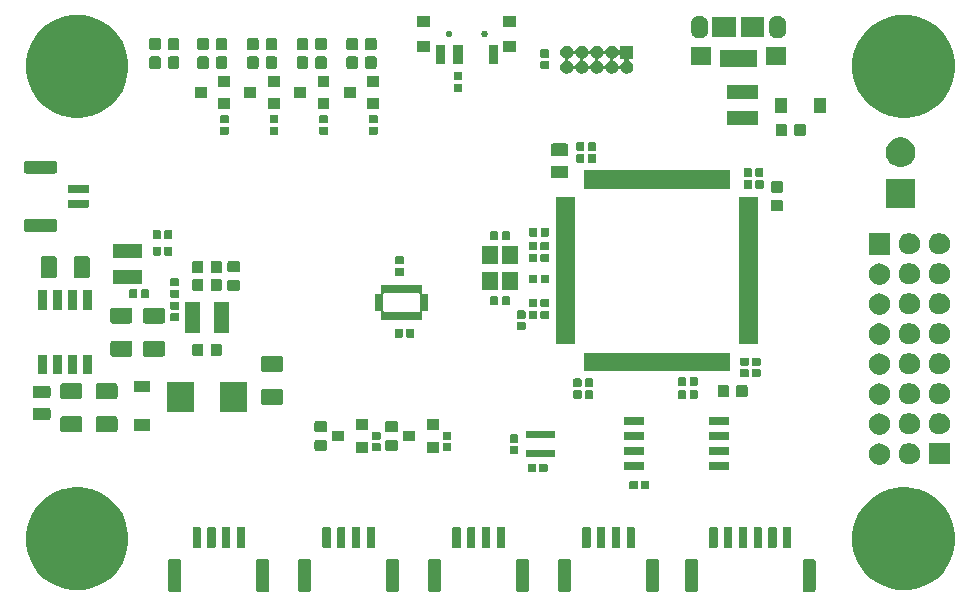
<source format=gbr>
G04 #@! TF.GenerationSoftware,KiCad,Pcbnew,(5.1.5)-3*
G04 #@! TF.CreationDate,2020-05-21T19:58:44+02:00*
G04 #@! TF.ProjectId,HadesNT,48616465-734e-4542-9e6b-696361645f70,rev?*
G04 #@! TF.SameCoordinates,Original*
G04 #@! TF.FileFunction,Soldermask,Top*
G04 #@! TF.FilePolarity,Negative*
%FSLAX46Y46*%
G04 Gerber Fmt 4.6, Leading zero omitted, Abs format (unit mm)*
G04 Created by KiCad (PCBNEW (5.1.5)-3) date 2020-05-21 19:58:44*
%MOMM*%
%LPD*%
G04 APERTURE LIST*
%ADD10C,0.100000*%
G04 APERTURE END LIST*
D10*
G36*
X44654434Y-66703686D02*
G01*
X44694284Y-66715774D01*
X44730999Y-66735399D01*
X44763186Y-66761814D01*
X44789601Y-66794001D01*
X44809226Y-66830716D01*
X44821314Y-66870566D01*
X44826000Y-66918141D01*
X44826000Y-69281859D01*
X44821314Y-69329434D01*
X44809226Y-69369284D01*
X44789601Y-69405999D01*
X44763186Y-69438186D01*
X44730999Y-69464601D01*
X44694284Y-69484226D01*
X44654434Y-69496314D01*
X44606859Y-69501000D01*
X43943141Y-69501000D01*
X43895566Y-69496314D01*
X43855716Y-69484226D01*
X43819001Y-69464601D01*
X43786814Y-69438186D01*
X43760399Y-69405999D01*
X43740774Y-69369284D01*
X43728686Y-69329434D01*
X43724000Y-69281859D01*
X43724000Y-66918141D01*
X43728686Y-66870566D01*
X43740774Y-66830716D01*
X43760399Y-66794001D01*
X43786814Y-66761814D01*
X43819001Y-66735399D01*
X43855716Y-66715774D01*
X43895566Y-66703686D01*
X43943141Y-66699000D01*
X44606859Y-66699000D01*
X44654434Y-66703686D01*
G37*
G36*
X77404434Y-66703686D02*
G01*
X77444284Y-66715774D01*
X77480999Y-66735399D01*
X77513186Y-66761814D01*
X77539601Y-66794001D01*
X77559226Y-66830716D01*
X77571314Y-66870566D01*
X77576000Y-66918141D01*
X77576000Y-69281859D01*
X77571314Y-69329434D01*
X77559226Y-69369284D01*
X77539601Y-69405999D01*
X77513186Y-69438186D01*
X77480999Y-69464601D01*
X77444284Y-69484226D01*
X77404434Y-69496314D01*
X77356859Y-69501000D01*
X76693141Y-69501000D01*
X76645566Y-69496314D01*
X76605716Y-69484226D01*
X76569001Y-69464601D01*
X76536814Y-69438186D01*
X76510399Y-69405999D01*
X76490774Y-69369284D01*
X76478686Y-69329434D01*
X76474000Y-69281859D01*
X76474000Y-66918141D01*
X76478686Y-66870566D01*
X76490774Y-66830716D01*
X76510399Y-66794001D01*
X76536814Y-66761814D01*
X76569001Y-66735399D01*
X76605716Y-66715774D01*
X76645566Y-66703686D01*
X76693141Y-66699000D01*
X77356859Y-66699000D01*
X77404434Y-66703686D01*
G37*
G36*
X55654434Y-66703686D02*
G01*
X55694284Y-66715774D01*
X55730999Y-66735399D01*
X55763186Y-66761814D01*
X55789601Y-66794001D01*
X55809226Y-66830716D01*
X55821314Y-66870566D01*
X55826000Y-66918141D01*
X55826000Y-69281859D01*
X55821314Y-69329434D01*
X55809226Y-69369284D01*
X55789601Y-69405999D01*
X55763186Y-69438186D01*
X55730999Y-69464601D01*
X55694284Y-69484226D01*
X55654434Y-69496314D01*
X55606859Y-69501000D01*
X54943141Y-69501000D01*
X54895566Y-69496314D01*
X54855716Y-69484226D01*
X54819001Y-69464601D01*
X54786814Y-69438186D01*
X54760399Y-69405999D01*
X54740774Y-69369284D01*
X54728686Y-69329434D01*
X54724000Y-69281859D01*
X54724000Y-66918141D01*
X54728686Y-66870566D01*
X54740774Y-66830716D01*
X54760399Y-66794001D01*
X54786814Y-66761814D01*
X54819001Y-66735399D01*
X54855716Y-66715774D01*
X54895566Y-66703686D01*
X54943141Y-66699000D01*
X55606859Y-66699000D01*
X55654434Y-66703686D01*
G37*
G36*
X87354434Y-66703686D02*
G01*
X87394284Y-66715774D01*
X87430999Y-66735399D01*
X87463186Y-66761814D01*
X87489601Y-66794001D01*
X87509226Y-66830716D01*
X87521314Y-66870566D01*
X87526000Y-66918141D01*
X87526000Y-69281859D01*
X87521314Y-69329434D01*
X87509226Y-69369284D01*
X87489601Y-69405999D01*
X87463186Y-69438186D01*
X87430999Y-69464601D01*
X87394284Y-69484226D01*
X87354434Y-69496314D01*
X87306859Y-69501000D01*
X86643141Y-69501000D01*
X86595566Y-69496314D01*
X86555716Y-69484226D01*
X86519001Y-69464601D01*
X86486814Y-69438186D01*
X86460399Y-69405999D01*
X86440774Y-69369284D01*
X86428686Y-69329434D01*
X86424000Y-69281859D01*
X86424000Y-66918141D01*
X86428686Y-66870566D01*
X86440774Y-66830716D01*
X86460399Y-66794001D01*
X86486814Y-66761814D01*
X86519001Y-66735399D01*
X86555716Y-66715774D01*
X86595566Y-66703686D01*
X86643141Y-66699000D01*
X87306859Y-66699000D01*
X87354434Y-66703686D01*
G37*
G36*
X63104434Y-66703686D02*
G01*
X63144284Y-66715774D01*
X63180999Y-66735399D01*
X63213186Y-66761814D01*
X63239601Y-66794001D01*
X63259226Y-66830716D01*
X63271314Y-66870566D01*
X63276000Y-66918141D01*
X63276000Y-69281859D01*
X63271314Y-69329434D01*
X63259226Y-69369284D01*
X63239601Y-69405999D01*
X63213186Y-69438186D01*
X63180999Y-69464601D01*
X63144284Y-69484226D01*
X63104434Y-69496314D01*
X63056859Y-69501000D01*
X62393141Y-69501000D01*
X62345566Y-69496314D01*
X62305716Y-69484226D01*
X62269001Y-69464601D01*
X62236814Y-69438186D01*
X62210399Y-69405999D01*
X62190774Y-69369284D01*
X62178686Y-69329434D01*
X62174000Y-69281859D01*
X62174000Y-66918141D01*
X62178686Y-66870566D01*
X62190774Y-66830716D01*
X62210399Y-66794001D01*
X62236814Y-66761814D01*
X62269001Y-66735399D01*
X62305716Y-66715774D01*
X62345566Y-66703686D01*
X62393141Y-66699000D01*
X63056859Y-66699000D01*
X63104434Y-66703686D01*
G37*
G36*
X74104434Y-66703686D02*
G01*
X74144284Y-66715774D01*
X74180999Y-66735399D01*
X74213186Y-66761814D01*
X74239601Y-66794001D01*
X74259226Y-66830716D01*
X74271314Y-66870566D01*
X74276000Y-66918141D01*
X74276000Y-69281859D01*
X74271314Y-69329434D01*
X74259226Y-69369284D01*
X74239601Y-69405999D01*
X74213186Y-69438186D01*
X74180999Y-69464601D01*
X74144284Y-69484226D01*
X74104434Y-69496314D01*
X74056859Y-69501000D01*
X73393141Y-69501000D01*
X73345566Y-69496314D01*
X73305716Y-69484226D01*
X73269001Y-69464601D01*
X73236814Y-69438186D01*
X73210399Y-69405999D01*
X73190774Y-69369284D01*
X73178686Y-69329434D01*
X73174000Y-69281859D01*
X73174000Y-66918141D01*
X73178686Y-66870566D01*
X73190774Y-66830716D01*
X73210399Y-66794001D01*
X73236814Y-66761814D01*
X73269001Y-66735399D01*
X73305716Y-66715774D01*
X73345566Y-66703686D01*
X73393141Y-66699000D01*
X74056859Y-66699000D01*
X74104434Y-66703686D01*
G37*
G36*
X33654434Y-66703686D02*
G01*
X33694284Y-66715774D01*
X33730999Y-66735399D01*
X33763186Y-66761814D01*
X33789601Y-66794001D01*
X33809226Y-66830716D01*
X33821314Y-66870566D01*
X33826000Y-66918141D01*
X33826000Y-69281859D01*
X33821314Y-69329434D01*
X33809226Y-69369284D01*
X33789601Y-69405999D01*
X33763186Y-69438186D01*
X33730999Y-69464601D01*
X33694284Y-69484226D01*
X33654434Y-69496314D01*
X33606859Y-69501000D01*
X32943141Y-69501000D01*
X32895566Y-69496314D01*
X32855716Y-69484226D01*
X32819001Y-69464601D01*
X32786814Y-69438186D01*
X32760399Y-69405999D01*
X32740774Y-69369284D01*
X32728686Y-69329434D01*
X32724000Y-69281859D01*
X32724000Y-66918141D01*
X32728686Y-66870566D01*
X32740774Y-66830716D01*
X32760399Y-66794001D01*
X32786814Y-66761814D01*
X32819001Y-66735399D01*
X32855716Y-66715774D01*
X32895566Y-66703686D01*
X32943141Y-66699000D01*
X33606859Y-66699000D01*
X33654434Y-66703686D01*
G37*
G36*
X66654434Y-66703686D02*
G01*
X66694284Y-66715774D01*
X66730999Y-66735399D01*
X66763186Y-66761814D01*
X66789601Y-66794001D01*
X66809226Y-66830716D01*
X66821314Y-66870566D01*
X66826000Y-66918141D01*
X66826000Y-69281859D01*
X66821314Y-69329434D01*
X66809226Y-69369284D01*
X66789601Y-69405999D01*
X66763186Y-69438186D01*
X66730999Y-69464601D01*
X66694284Y-69484226D01*
X66654434Y-69496314D01*
X66606859Y-69501000D01*
X65943141Y-69501000D01*
X65895566Y-69496314D01*
X65855716Y-69484226D01*
X65819001Y-69464601D01*
X65786814Y-69438186D01*
X65760399Y-69405999D01*
X65740774Y-69369284D01*
X65728686Y-69329434D01*
X65724000Y-69281859D01*
X65724000Y-66918141D01*
X65728686Y-66870566D01*
X65740774Y-66830716D01*
X65760399Y-66794001D01*
X65786814Y-66761814D01*
X65819001Y-66735399D01*
X65855716Y-66715774D01*
X65895566Y-66703686D01*
X65943141Y-66699000D01*
X66606859Y-66699000D01*
X66654434Y-66703686D01*
G37*
G36*
X52104434Y-66703686D02*
G01*
X52144284Y-66715774D01*
X52180999Y-66735399D01*
X52213186Y-66761814D01*
X52239601Y-66794001D01*
X52259226Y-66830716D01*
X52271314Y-66870566D01*
X52276000Y-66918141D01*
X52276000Y-69281859D01*
X52271314Y-69329434D01*
X52259226Y-69369284D01*
X52239601Y-69405999D01*
X52213186Y-69438186D01*
X52180999Y-69464601D01*
X52144284Y-69484226D01*
X52104434Y-69496314D01*
X52056859Y-69501000D01*
X51393141Y-69501000D01*
X51345566Y-69496314D01*
X51305716Y-69484226D01*
X51269001Y-69464601D01*
X51236814Y-69438186D01*
X51210399Y-69405999D01*
X51190774Y-69369284D01*
X51178686Y-69329434D01*
X51174000Y-69281859D01*
X51174000Y-66918141D01*
X51178686Y-66870566D01*
X51190774Y-66830716D01*
X51210399Y-66794001D01*
X51236814Y-66761814D01*
X51269001Y-66735399D01*
X51305716Y-66715774D01*
X51345566Y-66703686D01*
X51393141Y-66699000D01*
X52056859Y-66699000D01*
X52104434Y-66703686D01*
G37*
G36*
X41104434Y-66703686D02*
G01*
X41144284Y-66715774D01*
X41180999Y-66735399D01*
X41213186Y-66761814D01*
X41239601Y-66794001D01*
X41259226Y-66830716D01*
X41271314Y-66870566D01*
X41276000Y-66918141D01*
X41276000Y-69281859D01*
X41271314Y-69329434D01*
X41259226Y-69369284D01*
X41239601Y-69405999D01*
X41213186Y-69438186D01*
X41180999Y-69464601D01*
X41144284Y-69484226D01*
X41104434Y-69496314D01*
X41056859Y-69501000D01*
X40393141Y-69501000D01*
X40345566Y-69496314D01*
X40305716Y-69484226D01*
X40269001Y-69464601D01*
X40236814Y-69438186D01*
X40210399Y-69405999D01*
X40190774Y-69369284D01*
X40178686Y-69329434D01*
X40174000Y-69281859D01*
X40174000Y-66918141D01*
X40178686Y-66870566D01*
X40190774Y-66830716D01*
X40210399Y-66794001D01*
X40236814Y-66761814D01*
X40269001Y-66735399D01*
X40305716Y-66715774D01*
X40345566Y-66703686D01*
X40393141Y-66699000D01*
X41056859Y-66699000D01*
X41104434Y-66703686D01*
G37*
G36*
X95548156Y-60672794D02*
G01*
X96269140Y-60816206D01*
X97060972Y-61144193D01*
X97773601Y-61620357D01*
X98379643Y-62226399D01*
X98855807Y-62939028D01*
X99183794Y-63730860D01*
X99351000Y-64571464D01*
X99351000Y-65428536D01*
X99183794Y-66269140D01*
X98855807Y-67060972D01*
X98379643Y-67773601D01*
X97773601Y-68379643D01*
X97060972Y-68855807D01*
X96269140Y-69183794D01*
X95548156Y-69327206D01*
X95428537Y-69351000D01*
X94571463Y-69351000D01*
X94451844Y-69327206D01*
X93730860Y-69183794D01*
X92939028Y-68855807D01*
X92226399Y-68379643D01*
X91620357Y-67773601D01*
X91144193Y-67060972D01*
X90816206Y-66269140D01*
X90649000Y-65428536D01*
X90649000Y-64571464D01*
X90816206Y-63730860D01*
X91144193Y-62939028D01*
X91620357Y-62226399D01*
X92226399Y-61620357D01*
X92939028Y-61144193D01*
X93730860Y-60816206D01*
X94451844Y-60672794D01*
X94571463Y-60649000D01*
X95428537Y-60649000D01*
X95548156Y-60672794D01*
G37*
G36*
X25548156Y-60672794D02*
G01*
X26269140Y-60816206D01*
X27060972Y-61144193D01*
X27773601Y-61620357D01*
X28379643Y-62226399D01*
X28855807Y-62939028D01*
X29183794Y-63730860D01*
X29351000Y-64571464D01*
X29351000Y-65428536D01*
X29183794Y-66269140D01*
X28855807Y-67060972D01*
X28379643Y-67773601D01*
X27773601Y-68379643D01*
X27060972Y-68855807D01*
X26269140Y-69183794D01*
X25548156Y-69327206D01*
X25428537Y-69351000D01*
X24571463Y-69351000D01*
X24451844Y-69327206D01*
X23730860Y-69183794D01*
X22939028Y-68855807D01*
X22226399Y-68379643D01*
X21620357Y-67773601D01*
X21144193Y-67060972D01*
X20816206Y-66269140D01*
X20649000Y-65428536D01*
X20649000Y-64571464D01*
X20816206Y-63730860D01*
X21144193Y-62939028D01*
X21620357Y-62226399D01*
X22226399Y-61620357D01*
X22939028Y-61144193D01*
X23730860Y-60816206D01*
X24451844Y-60672794D01*
X24571463Y-60649000D01*
X25428537Y-60649000D01*
X25548156Y-60672794D01*
G37*
G36*
X85384928Y-64001764D02*
G01*
X85406009Y-64008160D01*
X85425445Y-64018548D01*
X85442476Y-64032524D01*
X85456452Y-64049555D01*
X85466840Y-64068991D01*
X85473236Y-64090072D01*
X85476000Y-64118140D01*
X85476000Y-65681860D01*
X85473236Y-65709928D01*
X85466840Y-65731009D01*
X85456452Y-65750445D01*
X85442476Y-65767476D01*
X85425445Y-65781452D01*
X85406009Y-65791840D01*
X85384928Y-65798236D01*
X85356860Y-65801000D01*
X84893140Y-65801000D01*
X84865072Y-65798236D01*
X84843991Y-65791840D01*
X84824555Y-65781452D01*
X84807524Y-65767476D01*
X84793548Y-65750445D01*
X84783160Y-65731009D01*
X84776764Y-65709928D01*
X84774000Y-65681860D01*
X84774000Y-64118140D01*
X84776764Y-64090072D01*
X84783160Y-64068991D01*
X84793548Y-64049555D01*
X84807524Y-64032524D01*
X84824555Y-64018548D01*
X84843991Y-64008160D01*
X84865072Y-64001764D01*
X84893140Y-63999000D01*
X85356860Y-63999000D01*
X85384928Y-64001764D01*
G37*
G36*
X37884928Y-64001764D02*
G01*
X37906009Y-64008160D01*
X37925445Y-64018548D01*
X37942476Y-64032524D01*
X37956452Y-64049555D01*
X37966840Y-64068991D01*
X37973236Y-64090072D01*
X37976000Y-64118140D01*
X37976000Y-65681860D01*
X37973236Y-65709928D01*
X37966840Y-65731009D01*
X37956452Y-65750445D01*
X37942476Y-65767476D01*
X37925445Y-65781452D01*
X37906009Y-65791840D01*
X37884928Y-65798236D01*
X37856860Y-65801000D01*
X37393140Y-65801000D01*
X37365072Y-65798236D01*
X37343991Y-65791840D01*
X37324555Y-65781452D01*
X37307524Y-65767476D01*
X37293548Y-65750445D01*
X37283160Y-65731009D01*
X37276764Y-65709928D01*
X37274000Y-65681860D01*
X37274000Y-64118140D01*
X37276764Y-64090072D01*
X37283160Y-64068991D01*
X37293548Y-64049555D01*
X37307524Y-64032524D01*
X37324555Y-64018548D01*
X37343991Y-64008160D01*
X37365072Y-64001764D01*
X37393140Y-63999000D01*
X37856860Y-63999000D01*
X37884928Y-64001764D01*
G37*
G36*
X39134928Y-64001764D02*
G01*
X39156009Y-64008160D01*
X39175445Y-64018548D01*
X39192476Y-64032524D01*
X39206452Y-64049555D01*
X39216840Y-64068991D01*
X39223236Y-64090072D01*
X39226000Y-64118140D01*
X39226000Y-65681860D01*
X39223236Y-65709928D01*
X39216840Y-65731009D01*
X39206452Y-65750445D01*
X39192476Y-65767476D01*
X39175445Y-65781452D01*
X39156009Y-65791840D01*
X39134928Y-65798236D01*
X39106860Y-65801000D01*
X38643140Y-65801000D01*
X38615072Y-65798236D01*
X38593991Y-65791840D01*
X38574555Y-65781452D01*
X38557524Y-65767476D01*
X38543548Y-65750445D01*
X38533160Y-65731009D01*
X38526764Y-65709928D01*
X38524000Y-65681860D01*
X38524000Y-64118140D01*
X38526764Y-64090072D01*
X38533160Y-64068991D01*
X38543548Y-64049555D01*
X38557524Y-64032524D01*
X38574555Y-64018548D01*
X38593991Y-64008160D01*
X38615072Y-64001764D01*
X38643140Y-63999000D01*
X39106860Y-63999000D01*
X39134928Y-64001764D01*
G37*
G36*
X50134928Y-64001764D02*
G01*
X50156009Y-64008160D01*
X50175445Y-64018548D01*
X50192476Y-64032524D01*
X50206452Y-64049555D01*
X50216840Y-64068991D01*
X50223236Y-64090072D01*
X50226000Y-64118140D01*
X50226000Y-65681860D01*
X50223236Y-65709928D01*
X50216840Y-65731009D01*
X50206452Y-65750445D01*
X50192476Y-65767476D01*
X50175445Y-65781452D01*
X50156009Y-65791840D01*
X50134928Y-65798236D01*
X50106860Y-65801000D01*
X49643140Y-65801000D01*
X49615072Y-65798236D01*
X49593991Y-65791840D01*
X49574555Y-65781452D01*
X49557524Y-65767476D01*
X49543548Y-65750445D01*
X49533160Y-65731009D01*
X49526764Y-65709928D01*
X49524000Y-65681860D01*
X49524000Y-64118140D01*
X49526764Y-64090072D01*
X49533160Y-64068991D01*
X49543548Y-64049555D01*
X49557524Y-64032524D01*
X49574555Y-64018548D01*
X49593991Y-64008160D01*
X49615072Y-64001764D01*
X49643140Y-63999000D01*
X50106860Y-63999000D01*
X50134928Y-64001764D01*
G37*
G36*
X48884928Y-64001764D02*
G01*
X48906009Y-64008160D01*
X48925445Y-64018548D01*
X48942476Y-64032524D01*
X48956452Y-64049555D01*
X48966840Y-64068991D01*
X48973236Y-64090072D01*
X48976000Y-64118140D01*
X48976000Y-65681860D01*
X48973236Y-65709928D01*
X48966840Y-65731009D01*
X48956452Y-65750445D01*
X48942476Y-65767476D01*
X48925445Y-65781452D01*
X48906009Y-65791840D01*
X48884928Y-65798236D01*
X48856860Y-65801000D01*
X48393140Y-65801000D01*
X48365072Y-65798236D01*
X48343991Y-65791840D01*
X48324555Y-65781452D01*
X48307524Y-65767476D01*
X48293548Y-65750445D01*
X48283160Y-65731009D01*
X48276764Y-65709928D01*
X48274000Y-65681860D01*
X48274000Y-64118140D01*
X48276764Y-64090072D01*
X48283160Y-64068991D01*
X48293548Y-64049555D01*
X48307524Y-64032524D01*
X48324555Y-64018548D01*
X48343991Y-64008160D01*
X48365072Y-64001764D01*
X48393140Y-63999000D01*
X48856860Y-63999000D01*
X48884928Y-64001764D01*
G37*
G36*
X47634928Y-64001764D02*
G01*
X47656009Y-64008160D01*
X47675445Y-64018548D01*
X47692476Y-64032524D01*
X47706452Y-64049555D01*
X47716840Y-64068991D01*
X47723236Y-64090072D01*
X47726000Y-64118140D01*
X47726000Y-65681860D01*
X47723236Y-65709928D01*
X47716840Y-65731009D01*
X47706452Y-65750445D01*
X47692476Y-65767476D01*
X47675445Y-65781452D01*
X47656009Y-65791840D01*
X47634928Y-65798236D01*
X47606860Y-65801000D01*
X47143140Y-65801000D01*
X47115072Y-65798236D01*
X47093991Y-65791840D01*
X47074555Y-65781452D01*
X47057524Y-65767476D01*
X47043548Y-65750445D01*
X47033160Y-65731009D01*
X47026764Y-65709928D01*
X47024000Y-65681860D01*
X47024000Y-64118140D01*
X47026764Y-64090072D01*
X47033160Y-64068991D01*
X47043548Y-64049555D01*
X47057524Y-64032524D01*
X47074555Y-64018548D01*
X47093991Y-64008160D01*
X47115072Y-64001764D01*
X47143140Y-63999000D01*
X47606860Y-63999000D01*
X47634928Y-64001764D01*
G37*
G36*
X46384928Y-64001764D02*
G01*
X46406009Y-64008160D01*
X46425445Y-64018548D01*
X46442476Y-64032524D01*
X46456452Y-64049555D01*
X46466840Y-64068991D01*
X46473236Y-64090072D01*
X46476000Y-64118140D01*
X46476000Y-65681860D01*
X46473236Y-65709928D01*
X46466840Y-65731009D01*
X46456452Y-65750445D01*
X46442476Y-65767476D01*
X46425445Y-65781452D01*
X46406009Y-65791840D01*
X46384928Y-65798236D01*
X46356860Y-65801000D01*
X45893140Y-65801000D01*
X45865072Y-65798236D01*
X45843991Y-65791840D01*
X45824555Y-65781452D01*
X45807524Y-65767476D01*
X45793548Y-65750445D01*
X45783160Y-65731009D01*
X45776764Y-65709928D01*
X45774000Y-65681860D01*
X45774000Y-64118140D01*
X45776764Y-64090072D01*
X45783160Y-64068991D01*
X45793548Y-64049555D01*
X45807524Y-64032524D01*
X45824555Y-64018548D01*
X45843991Y-64008160D01*
X45865072Y-64001764D01*
X45893140Y-63999000D01*
X46356860Y-63999000D01*
X46384928Y-64001764D01*
G37*
G36*
X68384928Y-64001764D02*
G01*
X68406009Y-64008160D01*
X68425445Y-64018548D01*
X68442476Y-64032524D01*
X68456452Y-64049555D01*
X68466840Y-64068991D01*
X68473236Y-64090072D01*
X68476000Y-64118140D01*
X68476000Y-65681860D01*
X68473236Y-65709928D01*
X68466840Y-65731009D01*
X68456452Y-65750445D01*
X68442476Y-65767476D01*
X68425445Y-65781452D01*
X68406009Y-65791840D01*
X68384928Y-65798236D01*
X68356860Y-65801000D01*
X67893140Y-65801000D01*
X67865072Y-65798236D01*
X67843991Y-65791840D01*
X67824555Y-65781452D01*
X67807524Y-65767476D01*
X67793548Y-65750445D01*
X67783160Y-65731009D01*
X67776764Y-65709928D01*
X67774000Y-65681860D01*
X67774000Y-64118140D01*
X67776764Y-64090072D01*
X67783160Y-64068991D01*
X67793548Y-64049555D01*
X67807524Y-64032524D01*
X67824555Y-64018548D01*
X67843991Y-64008160D01*
X67865072Y-64001764D01*
X67893140Y-63999000D01*
X68356860Y-63999000D01*
X68384928Y-64001764D01*
G37*
G36*
X69634928Y-64001764D02*
G01*
X69656009Y-64008160D01*
X69675445Y-64018548D01*
X69692476Y-64032524D01*
X69706452Y-64049555D01*
X69716840Y-64068991D01*
X69723236Y-64090072D01*
X69726000Y-64118140D01*
X69726000Y-65681860D01*
X69723236Y-65709928D01*
X69716840Y-65731009D01*
X69706452Y-65750445D01*
X69692476Y-65767476D01*
X69675445Y-65781452D01*
X69656009Y-65791840D01*
X69634928Y-65798236D01*
X69606860Y-65801000D01*
X69143140Y-65801000D01*
X69115072Y-65798236D01*
X69093991Y-65791840D01*
X69074555Y-65781452D01*
X69057524Y-65767476D01*
X69043548Y-65750445D01*
X69033160Y-65731009D01*
X69026764Y-65709928D01*
X69024000Y-65681860D01*
X69024000Y-64118140D01*
X69026764Y-64090072D01*
X69033160Y-64068991D01*
X69043548Y-64049555D01*
X69057524Y-64032524D01*
X69074555Y-64018548D01*
X69093991Y-64008160D01*
X69115072Y-64001764D01*
X69143140Y-63999000D01*
X69606860Y-63999000D01*
X69634928Y-64001764D01*
G37*
G36*
X70884928Y-64001764D02*
G01*
X70906009Y-64008160D01*
X70925445Y-64018548D01*
X70942476Y-64032524D01*
X70956452Y-64049555D01*
X70966840Y-64068991D01*
X70973236Y-64090072D01*
X70976000Y-64118140D01*
X70976000Y-65681860D01*
X70973236Y-65709928D01*
X70966840Y-65731009D01*
X70956452Y-65750445D01*
X70942476Y-65767476D01*
X70925445Y-65781452D01*
X70906009Y-65791840D01*
X70884928Y-65798236D01*
X70856860Y-65801000D01*
X70393140Y-65801000D01*
X70365072Y-65798236D01*
X70343991Y-65791840D01*
X70324555Y-65781452D01*
X70307524Y-65767476D01*
X70293548Y-65750445D01*
X70283160Y-65731009D01*
X70276764Y-65709928D01*
X70274000Y-65681860D01*
X70274000Y-64118140D01*
X70276764Y-64090072D01*
X70283160Y-64068991D01*
X70293548Y-64049555D01*
X70307524Y-64032524D01*
X70324555Y-64018548D01*
X70343991Y-64008160D01*
X70365072Y-64001764D01*
X70393140Y-63999000D01*
X70856860Y-63999000D01*
X70884928Y-64001764D01*
G37*
G36*
X72134928Y-64001764D02*
G01*
X72156009Y-64008160D01*
X72175445Y-64018548D01*
X72192476Y-64032524D01*
X72206452Y-64049555D01*
X72216840Y-64068991D01*
X72223236Y-64090072D01*
X72226000Y-64118140D01*
X72226000Y-65681860D01*
X72223236Y-65709928D01*
X72216840Y-65731009D01*
X72206452Y-65750445D01*
X72192476Y-65767476D01*
X72175445Y-65781452D01*
X72156009Y-65791840D01*
X72134928Y-65798236D01*
X72106860Y-65801000D01*
X71643140Y-65801000D01*
X71615072Y-65798236D01*
X71593991Y-65791840D01*
X71574555Y-65781452D01*
X71557524Y-65767476D01*
X71543548Y-65750445D01*
X71533160Y-65731009D01*
X71526764Y-65709928D01*
X71524000Y-65681860D01*
X71524000Y-64118140D01*
X71526764Y-64090072D01*
X71533160Y-64068991D01*
X71543548Y-64049555D01*
X71557524Y-64032524D01*
X71574555Y-64018548D01*
X71593991Y-64008160D01*
X71615072Y-64001764D01*
X71643140Y-63999000D01*
X72106860Y-63999000D01*
X72134928Y-64001764D01*
G37*
G36*
X59884928Y-64001764D02*
G01*
X59906009Y-64008160D01*
X59925445Y-64018548D01*
X59942476Y-64032524D01*
X59956452Y-64049555D01*
X59966840Y-64068991D01*
X59973236Y-64090072D01*
X59976000Y-64118140D01*
X59976000Y-65681860D01*
X59973236Y-65709928D01*
X59966840Y-65731009D01*
X59956452Y-65750445D01*
X59942476Y-65767476D01*
X59925445Y-65781452D01*
X59906009Y-65791840D01*
X59884928Y-65798236D01*
X59856860Y-65801000D01*
X59393140Y-65801000D01*
X59365072Y-65798236D01*
X59343991Y-65791840D01*
X59324555Y-65781452D01*
X59307524Y-65767476D01*
X59293548Y-65750445D01*
X59283160Y-65731009D01*
X59276764Y-65709928D01*
X59274000Y-65681860D01*
X59274000Y-64118140D01*
X59276764Y-64090072D01*
X59283160Y-64068991D01*
X59293548Y-64049555D01*
X59307524Y-64032524D01*
X59324555Y-64018548D01*
X59343991Y-64008160D01*
X59365072Y-64001764D01*
X59393140Y-63999000D01*
X59856860Y-63999000D01*
X59884928Y-64001764D01*
G37*
G36*
X35384928Y-64001764D02*
G01*
X35406009Y-64008160D01*
X35425445Y-64018548D01*
X35442476Y-64032524D01*
X35456452Y-64049555D01*
X35466840Y-64068991D01*
X35473236Y-64090072D01*
X35476000Y-64118140D01*
X35476000Y-65681860D01*
X35473236Y-65709928D01*
X35466840Y-65731009D01*
X35456452Y-65750445D01*
X35442476Y-65767476D01*
X35425445Y-65781452D01*
X35406009Y-65791840D01*
X35384928Y-65798236D01*
X35356860Y-65801000D01*
X34893140Y-65801000D01*
X34865072Y-65798236D01*
X34843991Y-65791840D01*
X34824555Y-65781452D01*
X34807524Y-65767476D01*
X34793548Y-65750445D01*
X34783160Y-65731009D01*
X34776764Y-65709928D01*
X34774000Y-65681860D01*
X34774000Y-64118140D01*
X34776764Y-64090072D01*
X34783160Y-64068991D01*
X34793548Y-64049555D01*
X34807524Y-64032524D01*
X34824555Y-64018548D01*
X34843991Y-64008160D01*
X34865072Y-64001764D01*
X34893140Y-63999000D01*
X35356860Y-63999000D01*
X35384928Y-64001764D01*
G37*
G36*
X84134928Y-64001764D02*
G01*
X84156009Y-64008160D01*
X84175445Y-64018548D01*
X84192476Y-64032524D01*
X84206452Y-64049555D01*
X84216840Y-64068991D01*
X84223236Y-64090072D01*
X84226000Y-64118140D01*
X84226000Y-65681860D01*
X84223236Y-65709928D01*
X84216840Y-65731009D01*
X84206452Y-65750445D01*
X84192476Y-65767476D01*
X84175445Y-65781452D01*
X84156009Y-65791840D01*
X84134928Y-65798236D01*
X84106860Y-65801000D01*
X83643140Y-65801000D01*
X83615072Y-65798236D01*
X83593991Y-65791840D01*
X83574555Y-65781452D01*
X83557524Y-65767476D01*
X83543548Y-65750445D01*
X83533160Y-65731009D01*
X83526764Y-65709928D01*
X83524000Y-65681860D01*
X83524000Y-64118140D01*
X83526764Y-64090072D01*
X83533160Y-64068991D01*
X83543548Y-64049555D01*
X83557524Y-64032524D01*
X83574555Y-64018548D01*
X83593991Y-64008160D01*
X83615072Y-64001764D01*
X83643140Y-63999000D01*
X84106860Y-63999000D01*
X84134928Y-64001764D01*
G37*
G36*
X36634928Y-64001764D02*
G01*
X36656009Y-64008160D01*
X36675445Y-64018548D01*
X36692476Y-64032524D01*
X36706452Y-64049555D01*
X36716840Y-64068991D01*
X36723236Y-64090072D01*
X36726000Y-64118140D01*
X36726000Y-65681860D01*
X36723236Y-65709928D01*
X36716840Y-65731009D01*
X36706452Y-65750445D01*
X36692476Y-65767476D01*
X36675445Y-65781452D01*
X36656009Y-65791840D01*
X36634928Y-65798236D01*
X36606860Y-65801000D01*
X36143140Y-65801000D01*
X36115072Y-65798236D01*
X36093991Y-65791840D01*
X36074555Y-65781452D01*
X36057524Y-65767476D01*
X36043548Y-65750445D01*
X36033160Y-65731009D01*
X36026764Y-65709928D01*
X36024000Y-65681860D01*
X36024000Y-64118140D01*
X36026764Y-64090072D01*
X36033160Y-64068991D01*
X36043548Y-64049555D01*
X36057524Y-64032524D01*
X36074555Y-64018548D01*
X36093991Y-64008160D01*
X36115072Y-64001764D01*
X36143140Y-63999000D01*
X36606860Y-63999000D01*
X36634928Y-64001764D01*
G37*
G36*
X82884928Y-64001764D02*
G01*
X82906009Y-64008160D01*
X82925445Y-64018548D01*
X82942476Y-64032524D01*
X82956452Y-64049555D01*
X82966840Y-64068991D01*
X82973236Y-64090072D01*
X82976000Y-64118140D01*
X82976000Y-65681860D01*
X82973236Y-65709928D01*
X82966840Y-65731009D01*
X82956452Y-65750445D01*
X82942476Y-65767476D01*
X82925445Y-65781452D01*
X82906009Y-65791840D01*
X82884928Y-65798236D01*
X82856860Y-65801000D01*
X82393140Y-65801000D01*
X82365072Y-65798236D01*
X82343991Y-65791840D01*
X82324555Y-65781452D01*
X82307524Y-65767476D01*
X82293548Y-65750445D01*
X82283160Y-65731009D01*
X82276764Y-65709928D01*
X82274000Y-65681860D01*
X82274000Y-64118140D01*
X82276764Y-64090072D01*
X82283160Y-64068991D01*
X82293548Y-64049555D01*
X82307524Y-64032524D01*
X82324555Y-64018548D01*
X82343991Y-64008160D01*
X82365072Y-64001764D01*
X82393140Y-63999000D01*
X82856860Y-63999000D01*
X82884928Y-64001764D01*
G37*
G36*
X81634928Y-64001764D02*
G01*
X81656009Y-64008160D01*
X81675445Y-64018548D01*
X81692476Y-64032524D01*
X81706452Y-64049555D01*
X81716840Y-64068991D01*
X81723236Y-64090072D01*
X81726000Y-64118140D01*
X81726000Y-65681860D01*
X81723236Y-65709928D01*
X81716840Y-65731009D01*
X81706452Y-65750445D01*
X81692476Y-65767476D01*
X81675445Y-65781452D01*
X81656009Y-65791840D01*
X81634928Y-65798236D01*
X81606860Y-65801000D01*
X81143140Y-65801000D01*
X81115072Y-65798236D01*
X81093991Y-65791840D01*
X81074555Y-65781452D01*
X81057524Y-65767476D01*
X81043548Y-65750445D01*
X81033160Y-65731009D01*
X81026764Y-65709928D01*
X81024000Y-65681860D01*
X81024000Y-64118140D01*
X81026764Y-64090072D01*
X81033160Y-64068991D01*
X81043548Y-64049555D01*
X81057524Y-64032524D01*
X81074555Y-64018548D01*
X81093991Y-64008160D01*
X81115072Y-64001764D01*
X81143140Y-63999000D01*
X81606860Y-63999000D01*
X81634928Y-64001764D01*
G37*
G36*
X80384928Y-64001764D02*
G01*
X80406009Y-64008160D01*
X80425445Y-64018548D01*
X80442476Y-64032524D01*
X80456452Y-64049555D01*
X80466840Y-64068991D01*
X80473236Y-64090072D01*
X80476000Y-64118140D01*
X80476000Y-65681860D01*
X80473236Y-65709928D01*
X80466840Y-65731009D01*
X80456452Y-65750445D01*
X80442476Y-65767476D01*
X80425445Y-65781452D01*
X80406009Y-65791840D01*
X80384928Y-65798236D01*
X80356860Y-65801000D01*
X79893140Y-65801000D01*
X79865072Y-65798236D01*
X79843991Y-65791840D01*
X79824555Y-65781452D01*
X79807524Y-65767476D01*
X79793548Y-65750445D01*
X79783160Y-65731009D01*
X79776764Y-65709928D01*
X79774000Y-65681860D01*
X79774000Y-64118140D01*
X79776764Y-64090072D01*
X79783160Y-64068991D01*
X79793548Y-64049555D01*
X79807524Y-64032524D01*
X79824555Y-64018548D01*
X79843991Y-64008160D01*
X79865072Y-64001764D01*
X79893140Y-63999000D01*
X80356860Y-63999000D01*
X80384928Y-64001764D01*
G37*
G36*
X79134928Y-64001764D02*
G01*
X79156009Y-64008160D01*
X79175445Y-64018548D01*
X79192476Y-64032524D01*
X79206452Y-64049555D01*
X79216840Y-64068991D01*
X79223236Y-64090072D01*
X79226000Y-64118140D01*
X79226000Y-65681860D01*
X79223236Y-65709928D01*
X79216840Y-65731009D01*
X79206452Y-65750445D01*
X79192476Y-65767476D01*
X79175445Y-65781452D01*
X79156009Y-65791840D01*
X79134928Y-65798236D01*
X79106860Y-65801000D01*
X78643140Y-65801000D01*
X78615072Y-65798236D01*
X78593991Y-65791840D01*
X78574555Y-65781452D01*
X78557524Y-65767476D01*
X78543548Y-65750445D01*
X78533160Y-65731009D01*
X78526764Y-65709928D01*
X78524000Y-65681860D01*
X78524000Y-64118140D01*
X78526764Y-64090072D01*
X78533160Y-64068991D01*
X78543548Y-64049555D01*
X78557524Y-64032524D01*
X78574555Y-64018548D01*
X78593991Y-64008160D01*
X78615072Y-64001764D01*
X78643140Y-63999000D01*
X79106860Y-63999000D01*
X79134928Y-64001764D01*
G37*
G36*
X57384928Y-64001764D02*
G01*
X57406009Y-64008160D01*
X57425445Y-64018548D01*
X57442476Y-64032524D01*
X57456452Y-64049555D01*
X57466840Y-64068991D01*
X57473236Y-64090072D01*
X57476000Y-64118140D01*
X57476000Y-65681860D01*
X57473236Y-65709928D01*
X57466840Y-65731009D01*
X57456452Y-65750445D01*
X57442476Y-65767476D01*
X57425445Y-65781452D01*
X57406009Y-65791840D01*
X57384928Y-65798236D01*
X57356860Y-65801000D01*
X56893140Y-65801000D01*
X56865072Y-65798236D01*
X56843991Y-65791840D01*
X56824555Y-65781452D01*
X56807524Y-65767476D01*
X56793548Y-65750445D01*
X56783160Y-65731009D01*
X56776764Y-65709928D01*
X56774000Y-65681860D01*
X56774000Y-64118140D01*
X56776764Y-64090072D01*
X56783160Y-64068991D01*
X56793548Y-64049555D01*
X56807524Y-64032524D01*
X56824555Y-64018548D01*
X56843991Y-64008160D01*
X56865072Y-64001764D01*
X56893140Y-63999000D01*
X57356860Y-63999000D01*
X57384928Y-64001764D01*
G37*
G36*
X58634928Y-64001764D02*
G01*
X58656009Y-64008160D01*
X58675445Y-64018548D01*
X58692476Y-64032524D01*
X58706452Y-64049555D01*
X58716840Y-64068991D01*
X58723236Y-64090072D01*
X58726000Y-64118140D01*
X58726000Y-65681860D01*
X58723236Y-65709928D01*
X58716840Y-65731009D01*
X58706452Y-65750445D01*
X58692476Y-65767476D01*
X58675445Y-65781452D01*
X58656009Y-65791840D01*
X58634928Y-65798236D01*
X58606860Y-65801000D01*
X58143140Y-65801000D01*
X58115072Y-65798236D01*
X58093991Y-65791840D01*
X58074555Y-65781452D01*
X58057524Y-65767476D01*
X58043548Y-65750445D01*
X58033160Y-65731009D01*
X58026764Y-65709928D01*
X58024000Y-65681860D01*
X58024000Y-64118140D01*
X58026764Y-64090072D01*
X58033160Y-64068991D01*
X58043548Y-64049555D01*
X58057524Y-64032524D01*
X58074555Y-64018548D01*
X58093991Y-64008160D01*
X58115072Y-64001764D01*
X58143140Y-63999000D01*
X58606860Y-63999000D01*
X58634928Y-64001764D01*
G37*
G36*
X61134928Y-64001764D02*
G01*
X61156009Y-64008160D01*
X61175445Y-64018548D01*
X61192476Y-64032524D01*
X61206452Y-64049555D01*
X61216840Y-64068991D01*
X61223236Y-64090072D01*
X61226000Y-64118140D01*
X61226000Y-65681860D01*
X61223236Y-65709928D01*
X61216840Y-65731009D01*
X61206452Y-65750445D01*
X61192476Y-65767476D01*
X61175445Y-65781452D01*
X61156009Y-65791840D01*
X61134928Y-65798236D01*
X61106860Y-65801000D01*
X60643140Y-65801000D01*
X60615072Y-65798236D01*
X60593991Y-65791840D01*
X60574555Y-65781452D01*
X60557524Y-65767476D01*
X60543548Y-65750445D01*
X60533160Y-65731009D01*
X60526764Y-65709928D01*
X60524000Y-65681860D01*
X60524000Y-64118140D01*
X60526764Y-64090072D01*
X60533160Y-64068991D01*
X60543548Y-64049555D01*
X60557524Y-64032524D01*
X60574555Y-64018548D01*
X60593991Y-64008160D01*
X60615072Y-64001764D01*
X60643140Y-63999000D01*
X61106860Y-63999000D01*
X61134928Y-64001764D01*
G37*
G36*
X72371938Y-60081716D02*
G01*
X72392557Y-60087971D01*
X72411553Y-60098124D01*
X72428208Y-60111792D01*
X72441876Y-60128447D01*
X72452029Y-60147443D01*
X72458284Y-60168062D01*
X72461000Y-60195640D01*
X72461000Y-60704360D01*
X72458284Y-60731938D01*
X72452029Y-60752557D01*
X72441876Y-60771553D01*
X72428208Y-60788208D01*
X72411553Y-60801876D01*
X72392557Y-60812029D01*
X72371938Y-60818284D01*
X72344360Y-60821000D01*
X71885640Y-60821000D01*
X71858062Y-60818284D01*
X71837443Y-60812029D01*
X71818447Y-60801876D01*
X71801792Y-60788208D01*
X71788124Y-60771553D01*
X71777971Y-60752557D01*
X71771716Y-60731938D01*
X71769000Y-60704360D01*
X71769000Y-60195640D01*
X71771716Y-60168062D01*
X71777971Y-60147443D01*
X71788124Y-60128447D01*
X71801792Y-60111792D01*
X71818447Y-60098124D01*
X71837443Y-60087971D01*
X71858062Y-60081716D01*
X71885640Y-60079000D01*
X72344360Y-60079000D01*
X72371938Y-60081716D01*
G37*
G36*
X73341938Y-60081716D02*
G01*
X73362557Y-60087971D01*
X73381553Y-60098124D01*
X73398208Y-60111792D01*
X73411876Y-60128447D01*
X73422029Y-60147443D01*
X73428284Y-60168062D01*
X73431000Y-60195640D01*
X73431000Y-60704360D01*
X73428284Y-60731938D01*
X73422029Y-60752557D01*
X73411876Y-60771553D01*
X73398208Y-60788208D01*
X73381553Y-60801876D01*
X73362557Y-60812029D01*
X73341938Y-60818284D01*
X73314360Y-60821000D01*
X72855640Y-60821000D01*
X72828062Y-60818284D01*
X72807443Y-60812029D01*
X72788447Y-60801876D01*
X72771792Y-60788208D01*
X72758124Y-60771553D01*
X72747971Y-60752557D01*
X72741716Y-60731938D01*
X72739000Y-60704360D01*
X72739000Y-60195640D01*
X72741716Y-60168062D01*
X72747971Y-60147443D01*
X72758124Y-60128447D01*
X72771792Y-60111792D01*
X72788447Y-60098124D01*
X72807443Y-60087971D01*
X72828062Y-60081716D01*
X72855640Y-60079000D01*
X73314360Y-60079000D01*
X73341938Y-60081716D01*
G37*
G36*
X63771938Y-58631716D02*
G01*
X63792557Y-58637971D01*
X63811553Y-58648124D01*
X63828208Y-58661792D01*
X63841876Y-58678447D01*
X63852029Y-58697443D01*
X63858284Y-58718062D01*
X63861000Y-58745640D01*
X63861000Y-59254360D01*
X63858284Y-59281938D01*
X63852029Y-59302557D01*
X63841876Y-59321553D01*
X63828208Y-59338208D01*
X63811553Y-59351876D01*
X63792557Y-59362029D01*
X63771938Y-59368284D01*
X63744360Y-59371000D01*
X63285640Y-59371000D01*
X63258062Y-59368284D01*
X63237443Y-59362029D01*
X63218447Y-59351876D01*
X63201792Y-59338208D01*
X63188124Y-59321553D01*
X63177971Y-59302557D01*
X63171716Y-59281938D01*
X63169000Y-59254360D01*
X63169000Y-58745640D01*
X63171716Y-58718062D01*
X63177971Y-58697443D01*
X63188124Y-58678447D01*
X63201792Y-58661792D01*
X63218447Y-58648124D01*
X63237443Y-58637971D01*
X63258062Y-58631716D01*
X63285640Y-58629000D01*
X63744360Y-58629000D01*
X63771938Y-58631716D01*
G37*
G36*
X64741938Y-58631716D02*
G01*
X64762557Y-58637971D01*
X64781553Y-58648124D01*
X64798208Y-58661792D01*
X64811876Y-58678447D01*
X64822029Y-58697443D01*
X64828284Y-58718062D01*
X64831000Y-58745640D01*
X64831000Y-59254360D01*
X64828284Y-59281938D01*
X64822029Y-59302557D01*
X64811876Y-59321553D01*
X64798208Y-59338208D01*
X64781553Y-59351876D01*
X64762557Y-59362029D01*
X64741938Y-59368284D01*
X64714360Y-59371000D01*
X64255640Y-59371000D01*
X64228062Y-59368284D01*
X64207443Y-59362029D01*
X64188447Y-59351876D01*
X64171792Y-59338208D01*
X64158124Y-59321553D01*
X64147971Y-59302557D01*
X64141716Y-59281938D01*
X64139000Y-59254360D01*
X64139000Y-58745640D01*
X64141716Y-58718062D01*
X64147971Y-58697443D01*
X64158124Y-58678447D01*
X64171792Y-58661792D01*
X64188447Y-58648124D01*
X64207443Y-58637971D01*
X64228062Y-58631716D01*
X64255640Y-58629000D01*
X64714360Y-58629000D01*
X64741938Y-58631716D01*
G37*
G36*
X80109928Y-58506764D02*
G01*
X80131009Y-58513160D01*
X80150445Y-58523548D01*
X80167476Y-58537524D01*
X80181452Y-58554555D01*
X80191840Y-58573991D01*
X80198236Y-58595072D01*
X80201000Y-58623140D01*
X80201000Y-59086860D01*
X80198236Y-59114928D01*
X80191840Y-59136009D01*
X80181452Y-59155445D01*
X80167476Y-59172476D01*
X80150445Y-59186452D01*
X80131009Y-59196840D01*
X80109928Y-59203236D01*
X80081860Y-59206000D01*
X78618140Y-59206000D01*
X78590072Y-59203236D01*
X78568991Y-59196840D01*
X78549555Y-59186452D01*
X78532524Y-59172476D01*
X78518548Y-59155445D01*
X78508160Y-59136009D01*
X78501764Y-59114928D01*
X78499000Y-59086860D01*
X78499000Y-58623140D01*
X78501764Y-58595072D01*
X78508160Y-58573991D01*
X78518548Y-58554555D01*
X78532524Y-58537524D01*
X78549555Y-58523548D01*
X78568991Y-58513160D01*
X78590072Y-58506764D01*
X78618140Y-58504000D01*
X80081860Y-58504000D01*
X80109928Y-58506764D01*
G37*
G36*
X72909928Y-58506764D02*
G01*
X72931009Y-58513160D01*
X72950445Y-58523548D01*
X72967476Y-58537524D01*
X72981452Y-58554555D01*
X72991840Y-58573991D01*
X72998236Y-58595072D01*
X73001000Y-58623140D01*
X73001000Y-59086860D01*
X72998236Y-59114928D01*
X72991840Y-59136009D01*
X72981452Y-59155445D01*
X72967476Y-59172476D01*
X72950445Y-59186452D01*
X72931009Y-59196840D01*
X72909928Y-59203236D01*
X72881860Y-59206000D01*
X71418140Y-59206000D01*
X71390072Y-59203236D01*
X71368991Y-59196840D01*
X71349555Y-59186452D01*
X71332524Y-59172476D01*
X71318548Y-59155445D01*
X71308160Y-59136009D01*
X71301764Y-59114928D01*
X71299000Y-59086860D01*
X71299000Y-58623140D01*
X71301764Y-58595072D01*
X71308160Y-58573991D01*
X71318548Y-58554555D01*
X71332524Y-58537524D01*
X71349555Y-58523548D01*
X71368991Y-58513160D01*
X71390072Y-58506764D01*
X71418140Y-58504000D01*
X72881860Y-58504000D01*
X72909928Y-58506764D01*
G37*
G36*
X93034635Y-56933156D02*
G01*
X93187812Y-56963624D01*
X93351784Y-57031544D01*
X93499354Y-57130147D01*
X93624853Y-57255646D01*
X93723456Y-57403216D01*
X93791376Y-57567188D01*
X93826000Y-57741259D01*
X93826000Y-57918741D01*
X93791376Y-58092812D01*
X93723456Y-58256784D01*
X93624853Y-58404354D01*
X93499354Y-58529853D01*
X93351784Y-58628456D01*
X93187812Y-58696376D01*
X93038512Y-58726073D01*
X93013742Y-58731000D01*
X92836258Y-58731000D01*
X92811488Y-58726073D01*
X92662188Y-58696376D01*
X92498216Y-58628456D01*
X92350646Y-58529853D01*
X92225147Y-58404354D01*
X92126544Y-58256784D01*
X92058624Y-58092812D01*
X92024000Y-57918741D01*
X92024000Y-57741259D01*
X92058624Y-57567188D01*
X92126544Y-57403216D01*
X92225147Y-57255646D01*
X92350646Y-57130147D01*
X92498216Y-57031544D01*
X92662188Y-56963624D01*
X92815365Y-56933156D01*
X92836258Y-56929000D01*
X93013742Y-56929000D01*
X93034635Y-56933156D01*
G37*
G36*
X98901000Y-58701000D02*
G01*
X97099000Y-58701000D01*
X97099000Y-56899000D01*
X98901000Y-56899000D01*
X98901000Y-58701000D01*
G37*
G36*
X95573512Y-56903927D02*
G01*
X95722812Y-56933624D01*
X95886784Y-57001544D01*
X96034354Y-57100147D01*
X96159853Y-57225646D01*
X96258456Y-57373216D01*
X96326376Y-57537188D01*
X96350406Y-57658000D01*
X96358960Y-57701000D01*
X96361000Y-57711259D01*
X96361000Y-57888741D01*
X96326376Y-58062812D01*
X96258456Y-58226784D01*
X96159853Y-58374354D01*
X96034354Y-58499853D01*
X95886784Y-58598456D01*
X95722812Y-58666376D01*
X95573512Y-58696073D01*
X95548742Y-58701000D01*
X95371258Y-58701000D01*
X95346488Y-58696073D01*
X95197188Y-58666376D01*
X95033216Y-58598456D01*
X94885646Y-58499853D01*
X94760147Y-58374354D01*
X94661544Y-58226784D01*
X94593624Y-58062812D01*
X94559000Y-57888741D01*
X94559000Y-57711259D01*
X94561041Y-57701000D01*
X94569594Y-57658000D01*
X94593624Y-57537188D01*
X94661544Y-57373216D01*
X94760147Y-57225646D01*
X94885646Y-57100147D01*
X95033216Y-57001544D01*
X95197188Y-56933624D01*
X95346488Y-56903927D01*
X95371258Y-56899000D01*
X95548742Y-56899000D01*
X95573512Y-56903927D01*
G37*
G36*
X65451000Y-58101000D02*
G01*
X63049000Y-58101000D01*
X63049000Y-57499000D01*
X65451000Y-57499000D01*
X65451000Y-58101000D01*
G37*
G36*
X80109928Y-57236764D02*
G01*
X80131009Y-57243160D01*
X80150445Y-57253548D01*
X80167476Y-57267524D01*
X80181452Y-57284555D01*
X80191840Y-57303991D01*
X80198236Y-57325072D01*
X80201000Y-57353140D01*
X80201000Y-57816860D01*
X80198236Y-57844928D01*
X80191840Y-57866009D01*
X80181452Y-57885445D01*
X80167476Y-57902476D01*
X80150445Y-57916452D01*
X80131009Y-57926840D01*
X80109928Y-57933236D01*
X80081860Y-57936000D01*
X78618140Y-57936000D01*
X78590072Y-57933236D01*
X78568991Y-57926840D01*
X78549555Y-57916452D01*
X78532524Y-57902476D01*
X78518548Y-57885445D01*
X78508160Y-57866009D01*
X78501764Y-57844928D01*
X78499000Y-57816860D01*
X78499000Y-57353140D01*
X78501764Y-57325072D01*
X78508160Y-57303991D01*
X78518548Y-57284555D01*
X78532524Y-57267524D01*
X78549555Y-57253548D01*
X78568991Y-57243160D01*
X78590072Y-57236764D01*
X78618140Y-57234000D01*
X80081860Y-57234000D01*
X80109928Y-57236764D01*
G37*
G36*
X72909928Y-57236764D02*
G01*
X72931009Y-57243160D01*
X72950445Y-57253548D01*
X72967476Y-57267524D01*
X72981452Y-57284555D01*
X72991840Y-57303991D01*
X72998236Y-57325072D01*
X73001000Y-57353140D01*
X73001000Y-57816860D01*
X72998236Y-57844928D01*
X72991840Y-57866009D01*
X72981452Y-57885445D01*
X72967476Y-57902476D01*
X72950445Y-57916452D01*
X72931009Y-57926840D01*
X72909928Y-57933236D01*
X72881860Y-57936000D01*
X71418140Y-57936000D01*
X71390072Y-57933236D01*
X71368991Y-57926840D01*
X71349555Y-57916452D01*
X71332524Y-57902476D01*
X71318548Y-57885445D01*
X71308160Y-57866009D01*
X71301764Y-57844928D01*
X71299000Y-57816860D01*
X71299000Y-57353140D01*
X71301764Y-57325072D01*
X71308160Y-57303991D01*
X71318548Y-57284555D01*
X71332524Y-57267524D01*
X71349555Y-57253548D01*
X71368991Y-57243160D01*
X71390072Y-57236764D01*
X71418140Y-57234000D01*
X72881860Y-57234000D01*
X72909928Y-57236764D01*
G37*
G36*
X62281938Y-57141716D02*
G01*
X62302557Y-57147971D01*
X62321553Y-57158124D01*
X62338208Y-57171792D01*
X62351876Y-57188447D01*
X62362029Y-57207443D01*
X62368284Y-57228062D01*
X62371000Y-57255640D01*
X62371000Y-57714360D01*
X62368284Y-57741938D01*
X62362029Y-57762557D01*
X62351876Y-57781553D01*
X62338208Y-57798208D01*
X62321553Y-57811876D01*
X62302557Y-57822029D01*
X62281938Y-57828284D01*
X62254360Y-57831000D01*
X61745640Y-57831000D01*
X61718062Y-57828284D01*
X61697443Y-57822029D01*
X61678447Y-57811876D01*
X61661792Y-57798208D01*
X61648124Y-57781553D01*
X61637971Y-57762557D01*
X61631716Y-57741938D01*
X61629000Y-57714360D01*
X61629000Y-57255640D01*
X61631716Y-57228062D01*
X61637971Y-57207443D01*
X61648124Y-57188447D01*
X61661792Y-57171792D01*
X61678447Y-57158124D01*
X61697443Y-57147971D01*
X61718062Y-57141716D01*
X61745640Y-57139000D01*
X62254360Y-57139000D01*
X62281938Y-57141716D01*
G37*
G36*
X49601000Y-57701000D02*
G01*
X48599000Y-57701000D01*
X48599000Y-56799000D01*
X49601000Y-56799000D01*
X49601000Y-57701000D01*
G37*
G36*
X55601000Y-57701000D02*
G01*
X54599000Y-57701000D01*
X54599000Y-56799000D01*
X55601000Y-56799000D01*
X55601000Y-57701000D01*
G37*
G36*
X50606938Y-56906716D02*
G01*
X50627557Y-56912971D01*
X50646553Y-56923124D01*
X50663208Y-56936792D01*
X50676876Y-56953447D01*
X50687029Y-56972443D01*
X50693284Y-56993062D01*
X50696000Y-57020640D01*
X50696000Y-57479360D01*
X50693284Y-57506938D01*
X50687029Y-57527557D01*
X50676876Y-57546553D01*
X50663208Y-57563208D01*
X50646553Y-57576876D01*
X50627557Y-57587029D01*
X50606938Y-57593284D01*
X50579360Y-57596000D01*
X50070640Y-57596000D01*
X50043062Y-57593284D01*
X50022443Y-57587029D01*
X50003447Y-57576876D01*
X49986792Y-57563208D01*
X49973124Y-57546553D01*
X49962971Y-57527557D01*
X49956716Y-57506938D01*
X49954000Y-57479360D01*
X49954000Y-57020640D01*
X49956716Y-56993062D01*
X49962971Y-56972443D01*
X49973124Y-56953447D01*
X49986792Y-56936792D01*
X50003447Y-56923124D01*
X50022443Y-56912971D01*
X50043062Y-56906716D01*
X50070640Y-56904000D01*
X50579360Y-56904000D01*
X50606938Y-56906716D01*
G37*
G36*
X56606938Y-56906716D02*
G01*
X56627557Y-56912971D01*
X56646553Y-56923124D01*
X56663208Y-56936792D01*
X56676876Y-56953447D01*
X56687029Y-56972443D01*
X56693284Y-56993062D01*
X56696000Y-57020640D01*
X56696000Y-57479360D01*
X56693284Y-57506938D01*
X56687029Y-57527557D01*
X56676876Y-57546553D01*
X56663208Y-57563208D01*
X56646553Y-57576876D01*
X56627557Y-57587029D01*
X56606938Y-57593284D01*
X56579360Y-57596000D01*
X56070640Y-57596000D01*
X56043062Y-57593284D01*
X56022443Y-57587029D01*
X56003447Y-57576876D01*
X55986792Y-57563208D01*
X55973124Y-57546553D01*
X55962971Y-57527557D01*
X55956716Y-57506938D01*
X55954000Y-57479360D01*
X55954000Y-57020640D01*
X55956716Y-56993062D01*
X55962971Y-56972443D01*
X55973124Y-56953447D01*
X55986792Y-56936792D01*
X56003447Y-56923124D01*
X56022443Y-56912971D01*
X56043062Y-56906716D01*
X56070640Y-56904000D01*
X56579360Y-56904000D01*
X56606938Y-56906716D01*
G37*
G36*
X52004591Y-56603085D02*
G01*
X52038569Y-56613393D01*
X52069890Y-56630134D01*
X52097339Y-56652661D01*
X52119866Y-56680110D01*
X52136607Y-56711431D01*
X52146915Y-56745409D01*
X52151000Y-56786890D01*
X52151000Y-57388110D01*
X52146915Y-57429591D01*
X52136607Y-57463569D01*
X52119866Y-57494890D01*
X52097339Y-57522339D01*
X52069890Y-57544866D01*
X52038569Y-57561607D01*
X52004591Y-57571915D01*
X51963110Y-57576000D01*
X51286890Y-57576000D01*
X51245409Y-57571915D01*
X51211431Y-57561607D01*
X51180110Y-57544866D01*
X51152661Y-57522339D01*
X51130134Y-57494890D01*
X51113393Y-57463569D01*
X51103085Y-57429591D01*
X51099000Y-57388110D01*
X51099000Y-56786890D01*
X51103085Y-56745409D01*
X51113393Y-56711431D01*
X51130134Y-56680110D01*
X51152661Y-56652661D01*
X51180110Y-56630134D01*
X51211431Y-56613393D01*
X51245409Y-56603085D01*
X51286890Y-56599000D01*
X51963110Y-56599000D01*
X52004591Y-56603085D01*
G37*
G36*
X46004591Y-56603085D02*
G01*
X46038569Y-56613393D01*
X46069890Y-56630134D01*
X46097339Y-56652661D01*
X46119866Y-56680110D01*
X46136607Y-56711431D01*
X46146915Y-56745409D01*
X46151000Y-56786890D01*
X46151000Y-57388110D01*
X46146915Y-57429591D01*
X46136607Y-57463569D01*
X46119866Y-57494890D01*
X46097339Y-57522339D01*
X46069890Y-57544866D01*
X46038569Y-57561607D01*
X46004591Y-57571915D01*
X45963110Y-57576000D01*
X45286890Y-57576000D01*
X45245409Y-57571915D01*
X45211431Y-57561607D01*
X45180110Y-57544866D01*
X45152661Y-57522339D01*
X45130134Y-57494890D01*
X45113393Y-57463569D01*
X45103085Y-57429591D01*
X45099000Y-57388110D01*
X45099000Y-56786890D01*
X45103085Y-56745409D01*
X45113393Y-56711431D01*
X45130134Y-56680110D01*
X45152661Y-56652661D01*
X45180110Y-56630134D01*
X45211431Y-56613393D01*
X45245409Y-56603085D01*
X45286890Y-56599000D01*
X45963110Y-56599000D01*
X46004591Y-56603085D01*
G37*
G36*
X62281938Y-56171716D02*
G01*
X62302557Y-56177971D01*
X62321553Y-56188124D01*
X62338208Y-56201792D01*
X62351876Y-56218447D01*
X62362029Y-56237443D01*
X62368284Y-56258062D01*
X62371000Y-56285640D01*
X62371000Y-56744360D01*
X62368284Y-56771938D01*
X62362029Y-56792557D01*
X62351876Y-56811553D01*
X62338208Y-56828208D01*
X62321553Y-56841876D01*
X62302557Y-56852029D01*
X62281938Y-56858284D01*
X62254360Y-56861000D01*
X61745640Y-56861000D01*
X61718062Y-56858284D01*
X61697443Y-56852029D01*
X61678447Y-56841876D01*
X61661792Y-56828208D01*
X61648124Y-56811553D01*
X61637971Y-56792557D01*
X61631716Y-56771938D01*
X61629000Y-56744360D01*
X61629000Y-56285640D01*
X61631716Y-56258062D01*
X61637971Y-56237443D01*
X61648124Y-56218447D01*
X61661792Y-56201792D01*
X61678447Y-56188124D01*
X61697443Y-56177971D01*
X61718062Y-56171716D01*
X61745640Y-56169000D01*
X62254360Y-56169000D01*
X62281938Y-56171716D01*
G37*
G36*
X47601000Y-56751000D02*
G01*
X46599000Y-56751000D01*
X46599000Y-55849000D01*
X47601000Y-55849000D01*
X47601000Y-56751000D01*
G37*
G36*
X53601000Y-56751000D02*
G01*
X52599000Y-56751000D01*
X52599000Y-55849000D01*
X53601000Y-55849000D01*
X53601000Y-56751000D01*
G37*
G36*
X72909928Y-55966764D02*
G01*
X72931009Y-55973160D01*
X72950445Y-55983548D01*
X72967476Y-55997524D01*
X72981452Y-56014555D01*
X72991840Y-56033991D01*
X72998236Y-56055072D01*
X73001000Y-56083140D01*
X73001000Y-56546860D01*
X72998236Y-56574928D01*
X72991840Y-56596009D01*
X72981452Y-56615445D01*
X72967476Y-56632476D01*
X72950445Y-56646452D01*
X72931009Y-56656840D01*
X72909928Y-56663236D01*
X72881860Y-56666000D01*
X71418140Y-56666000D01*
X71390072Y-56663236D01*
X71368991Y-56656840D01*
X71349555Y-56646452D01*
X71332524Y-56632476D01*
X71318548Y-56615445D01*
X71308160Y-56596009D01*
X71301764Y-56574928D01*
X71299000Y-56546860D01*
X71299000Y-56083140D01*
X71301764Y-56055072D01*
X71308160Y-56033991D01*
X71318548Y-56014555D01*
X71332524Y-55997524D01*
X71349555Y-55983548D01*
X71368991Y-55973160D01*
X71390072Y-55966764D01*
X71418140Y-55964000D01*
X72881860Y-55964000D01*
X72909928Y-55966764D01*
G37*
G36*
X80109928Y-55966764D02*
G01*
X80131009Y-55973160D01*
X80150445Y-55983548D01*
X80167476Y-55997524D01*
X80181452Y-56014555D01*
X80191840Y-56033991D01*
X80198236Y-56055072D01*
X80201000Y-56083140D01*
X80201000Y-56546860D01*
X80198236Y-56574928D01*
X80191840Y-56596009D01*
X80181452Y-56615445D01*
X80167476Y-56632476D01*
X80150445Y-56646452D01*
X80131009Y-56656840D01*
X80109928Y-56663236D01*
X80081860Y-56666000D01*
X78618140Y-56666000D01*
X78590072Y-56663236D01*
X78568991Y-56656840D01*
X78549555Y-56646452D01*
X78532524Y-56632476D01*
X78518548Y-56615445D01*
X78508160Y-56596009D01*
X78501764Y-56574928D01*
X78499000Y-56546860D01*
X78499000Y-56083140D01*
X78501764Y-56055072D01*
X78508160Y-56033991D01*
X78518548Y-56014555D01*
X78532524Y-55997524D01*
X78549555Y-55983548D01*
X78568991Y-55973160D01*
X78590072Y-55966764D01*
X78618140Y-55964000D01*
X80081860Y-55964000D01*
X80109928Y-55966764D01*
G37*
G36*
X56606938Y-55936716D02*
G01*
X56627557Y-55942971D01*
X56646553Y-55953124D01*
X56663208Y-55966792D01*
X56676876Y-55983447D01*
X56687029Y-56002443D01*
X56693284Y-56023062D01*
X56696000Y-56050640D01*
X56696000Y-56509360D01*
X56693284Y-56536938D01*
X56687029Y-56557557D01*
X56676876Y-56576553D01*
X56663208Y-56593208D01*
X56646553Y-56606876D01*
X56627557Y-56617029D01*
X56606938Y-56623284D01*
X56579360Y-56626000D01*
X56070640Y-56626000D01*
X56043062Y-56623284D01*
X56022443Y-56617029D01*
X56003447Y-56606876D01*
X55986792Y-56593208D01*
X55973124Y-56576553D01*
X55962971Y-56557557D01*
X55956716Y-56536938D01*
X55954000Y-56509360D01*
X55954000Y-56050640D01*
X55956716Y-56023062D01*
X55962971Y-56002443D01*
X55973124Y-55983447D01*
X55986792Y-55966792D01*
X56003447Y-55953124D01*
X56022443Y-55942971D01*
X56043062Y-55936716D01*
X56070640Y-55934000D01*
X56579360Y-55934000D01*
X56606938Y-55936716D01*
G37*
G36*
X50606938Y-55936716D02*
G01*
X50627557Y-55942971D01*
X50646553Y-55953124D01*
X50663208Y-55966792D01*
X50676876Y-55983447D01*
X50687029Y-56002443D01*
X50693284Y-56023062D01*
X50696000Y-56050640D01*
X50696000Y-56509360D01*
X50693284Y-56536938D01*
X50687029Y-56557557D01*
X50676876Y-56576553D01*
X50663208Y-56593208D01*
X50646553Y-56606876D01*
X50627557Y-56617029D01*
X50606938Y-56623284D01*
X50579360Y-56626000D01*
X50070640Y-56626000D01*
X50043062Y-56623284D01*
X50022443Y-56617029D01*
X50003447Y-56606876D01*
X49986792Y-56593208D01*
X49973124Y-56576553D01*
X49962971Y-56557557D01*
X49956716Y-56536938D01*
X49954000Y-56509360D01*
X49954000Y-56050640D01*
X49956716Y-56023062D01*
X49962971Y-56002443D01*
X49973124Y-55983447D01*
X49986792Y-55966792D01*
X50003447Y-55953124D01*
X50022443Y-55942971D01*
X50043062Y-55936716D01*
X50070640Y-55934000D01*
X50579360Y-55934000D01*
X50606938Y-55936716D01*
G37*
G36*
X65451000Y-56501000D02*
G01*
X63049000Y-56501000D01*
X63049000Y-55899000D01*
X65451000Y-55899000D01*
X65451000Y-56501000D01*
G37*
G36*
X93036988Y-54393624D02*
G01*
X93187812Y-54423624D01*
X93351784Y-54491544D01*
X93499354Y-54590147D01*
X93624853Y-54715646D01*
X93723456Y-54863216D01*
X93791376Y-55027188D01*
X93826000Y-55201259D01*
X93826000Y-55378741D01*
X93791376Y-55552812D01*
X93723456Y-55716784D01*
X93624853Y-55864354D01*
X93499354Y-55989853D01*
X93351784Y-56088456D01*
X93187812Y-56156376D01*
X93038512Y-56186073D01*
X93013742Y-56191000D01*
X92836258Y-56191000D01*
X92811488Y-56186073D01*
X92662188Y-56156376D01*
X92498216Y-56088456D01*
X92350646Y-55989853D01*
X92225147Y-55864354D01*
X92126544Y-55716784D01*
X92058624Y-55552812D01*
X92024000Y-55378741D01*
X92024000Y-55201259D01*
X92058624Y-55027188D01*
X92126544Y-54863216D01*
X92225147Y-54715646D01*
X92350646Y-54590147D01*
X92498216Y-54491544D01*
X92662188Y-54423624D01*
X92813012Y-54393624D01*
X92836258Y-54389000D01*
X93013742Y-54389000D01*
X93036988Y-54393624D01*
G37*
G36*
X95573512Y-54363927D02*
G01*
X95722812Y-54393624D01*
X95886784Y-54461544D01*
X96034354Y-54560147D01*
X96159853Y-54685646D01*
X96258456Y-54833216D01*
X96326376Y-54997188D01*
X96361000Y-55171259D01*
X96361000Y-55348741D01*
X96326376Y-55522812D01*
X96258456Y-55686784D01*
X96159853Y-55834354D01*
X96034354Y-55959853D01*
X95886784Y-56058456D01*
X95722812Y-56126376D01*
X95573512Y-56156073D01*
X95548742Y-56161000D01*
X95371258Y-56161000D01*
X95346488Y-56156073D01*
X95197188Y-56126376D01*
X95033216Y-56058456D01*
X94885646Y-55959853D01*
X94760147Y-55834354D01*
X94661544Y-55686784D01*
X94593624Y-55522812D01*
X94559000Y-55348741D01*
X94559000Y-55171259D01*
X94593624Y-54997188D01*
X94661544Y-54833216D01*
X94760147Y-54685646D01*
X94885646Y-54560147D01*
X95033216Y-54461544D01*
X95197188Y-54393624D01*
X95346488Y-54363927D01*
X95371258Y-54359000D01*
X95548742Y-54359000D01*
X95573512Y-54363927D01*
G37*
G36*
X98113512Y-54363927D02*
G01*
X98262812Y-54393624D01*
X98426784Y-54461544D01*
X98574354Y-54560147D01*
X98699853Y-54685646D01*
X98798456Y-54833216D01*
X98866376Y-54997188D01*
X98901000Y-55171259D01*
X98901000Y-55348741D01*
X98866376Y-55522812D01*
X98798456Y-55686784D01*
X98699853Y-55834354D01*
X98574354Y-55959853D01*
X98426784Y-56058456D01*
X98262812Y-56126376D01*
X98113512Y-56156073D01*
X98088742Y-56161000D01*
X97911258Y-56161000D01*
X97886488Y-56156073D01*
X97737188Y-56126376D01*
X97573216Y-56058456D01*
X97425646Y-55959853D01*
X97300147Y-55834354D01*
X97201544Y-55686784D01*
X97133624Y-55522812D01*
X97099000Y-55348741D01*
X97099000Y-55171259D01*
X97133624Y-54997188D01*
X97201544Y-54833216D01*
X97300147Y-54685646D01*
X97425646Y-54560147D01*
X97573216Y-54461544D01*
X97737188Y-54393624D01*
X97886488Y-54363927D01*
X97911258Y-54359000D01*
X98088742Y-54359000D01*
X98113512Y-54363927D01*
G37*
G36*
X52004591Y-55028085D02*
G01*
X52038569Y-55038393D01*
X52069890Y-55055134D01*
X52097339Y-55077661D01*
X52119866Y-55105110D01*
X52136607Y-55136431D01*
X52146915Y-55170409D01*
X52151000Y-55211890D01*
X52151000Y-55813110D01*
X52146915Y-55854591D01*
X52136607Y-55888569D01*
X52119866Y-55919890D01*
X52097339Y-55947339D01*
X52069890Y-55969866D01*
X52038569Y-55986607D01*
X52004591Y-55996915D01*
X51963110Y-56001000D01*
X51286890Y-56001000D01*
X51245409Y-55996915D01*
X51211431Y-55986607D01*
X51180110Y-55969866D01*
X51152661Y-55947339D01*
X51130134Y-55919890D01*
X51113393Y-55888569D01*
X51103085Y-55854591D01*
X51099000Y-55813110D01*
X51099000Y-55211890D01*
X51103085Y-55170409D01*
X51113393Y-55136431D01*
X51130134Y-55105110D01*
X51152661Y-55077661D01*
X51180110Y-55055134D01*
X51211431Y-55038393D01*
X51245409Y-55028085D01*
X51286890Y-55024000D01*
X51963110Y-55024000D01*
X52004591Y-55028085D01*
G37*
G36*
X46004591Y-55028085D02*
G01*
X46038569Y-55038393D01*
X46069890Y-55055134D01*
X46097339Y-55077661D01*
X46119866Y-55105110D01*
X46136607Y-55136431D01*
X46146915Y-55170409D01*
X46151000Y-55211890D01*
X46151000Y-55813110D01*
X46146915Y-55854591D01*
X46136607Y-55888569D01*
X46119866Y-55919890D01*
X46097339Y-55947339D01*
X46069890Y-55969866D01*
X46038569Y-55986607D01*
X46004591Y-55996915D01*
X45963110Y-56001000D01*
X45286890Y-56001000D01*
X45245409Y-55996915D01*
X45211431Y-55986607D01*
X45180110Y-55969866D01*
X45152661Y-55947339D01*
X45130134Y-55919890D01*
X45113393Y-55888569D01*
X45103085Y-55854591D01*
X45099000Y-55813110D01*
X45099000Y-55211890D01*
X45103085Y-55170409D01*
X45113393Y-55136431D01*
X45130134Y-55105110D01*
X45152661Y-55077661D01*
X45180110Y-55055134D01*
X45211431Y-55038393D01*
X45245409Y-55028085D01*
X45286890Y-55024000D01*
X45963110Y-55024000D01*
X46004591Y-55028085D01*
G37*
G36*
X28268604Y-54628347D02*
G01*
X28305144Y-54639432D01*
X28338821Y-54657433D01*
X28368341Y-54681659D01*
X28392567Y-54711179D01*
X28410568Y-54744856D01*
X28421653Y-54781396D01*
X28426000Y-54825538D01*
X28426000Y-55774462D01*
X28421653Y-55818604D01*
X28410568Y-55855144D01*
X28392567Y-55888821D01*
X28368341Y-55918341D01*
X28338821Y-55942567D01*
X28305144Y-55960568D01*
X28268604Y-55971653D01*
X28224462Y-55976000D01*
X26775538Y-55976000D01*
X26731396Y-55971653D01*
X26694856Y-55960568D01*
X26661179Y-55942567D01*
X26631659Y-55918341D01*
X26607433Y-55888821D01*
X26589432Y-55855144D01*
X26578347Y-55818604D01*
X26574000Y-55774462D01*
X26574000Y-54825538D01*
X26578347Y-54781396D01*
X26589432Y-54744856D01*
X26607433Y-54711179D01*
X26631659Y-54681659D01*
X26661179Y-54657433D01*
X26694856Y-54639432D01*
X26731396Y-54628347D01*
X26775538Y-54624000D01*
X28224462Y-54624000D01*
X28268604Y-54628347D01*
G37*
G36*
X25268604Y-54628347D02*
G01*
X25305144Y-54639432D01*
X25338821Y-54657433D01*
X25368341Y-54681659D01*
X25392567Y-54711179D01*
X25410568Y-54744856D01*
X25421653Y-54781396D01*
X25426000Y-54825538D01*
X25426000Y-55774462D01*
X25421653Y-55818604D01*
X25410568Y-55855144D01*
X25392567Y-55888821D01*
X25368341Y-55918341D01*
X25338821Y-55942567D01*
X25305144Y-55960568D01*
X25268604Y-55971653D01*
X25224462Y-55976000D01*
X23775538Y-55976000D01*
X23731396Y-55971653D01*
X23694856Y-55960568D01*
X23661179Y-55942567D01*
X23631659Y-55918341D01*
X23607433Y-55888821D01*
X23589432Y-55855144D01*
X23578347Y-55818604D01*
X23574000Y-55774462D01*
X23574000Y-54825538D01*
X23578347Y-54781396D01*
X23589432Y-54744856D01*
X23607433Y-54711179D01*
X23631659Y-54681659D01*
X23661179Y-54657433D01*
X23694856Y-54639432D01*
X23731396Y-54628347D01*
X23775538Y-54624000D01*
X25224462Y-54624000D01*
X25268604Y-54628347D01*
G37*
G36*
X31151000Y-55901000D02*
G01*
X29849000Y-55901000D01*
X29849000Y-54899000D01*
X31151000Y-54899000D01*
X31151000Y-55901000D01*
G37*
G36*
X49601000Y-55801000D02*
G01*
X48599000Y-55801000D01*
X48599000Y-54899000D01*
X49601000Y-54899000D01*
X49601000Y-55801000D01*
G37*
G36*
X55601000Y-55801000D02*
G01*
X54599000Y-55801000D01*
X54599000Y-54899000D01*
X55601000Y-54899000D01*
X55601000Y-55801000D01*
G37*
G36*
X80109928Y-54696764D02*
G01*
X80131009Y-54703160D01*
X80150445Y-54713548D01*
X80167476Y-54727524D01*
X80181452Y-54744555D01*
X80191840Y-54763991D01*
X80198236Y-54785072D01*
X80201000Y-54813140D01*
X80201000Y-55276860D01*
X80198236Y-55304928D01*
X80191840Y-55326009D01*
X80181452Y-55345445D01*
X80167476Y-55362476D01*
X80150445Y-55376452D01*
X80131009Y-55386840D01*
X80109928Y-55393236D01*
X80081860Y-55396000D01*
X78618140Y-55396000D01*
X78590072Y-55393236D01*
X78568991Y-55386840D01*
X78549555Y-55376452D01*
X78532524Y-55362476D01*
X78518548Y-55345445D01*
X78508160Y-55326009D01*
X78501764Y-55304928D01*
X78499000Y-55276860D01*
X78499000Y-54813140D01*
X78501764Y-54785072D01*
X78508160Y-54763991D01*
X78518548Y-54744555D01*
X78532524Y-54727524D01*
X78549555Y-54713548D01*
X78568991Y-54703160D01*
X78590072Y-54696764D01*
X78618140Y-54694000D01*
X80081860Y-54694000D01*
X80109928Y-54696764D01*
G37*
G36*
X72909928Y-54696764D02*
G01*
X72931009Y-54703160D01*
X72950445Y-54713548D01*
X72967476Y-54727524D01*
X72981452Y-54744555D01*
X72991840Y-54763991D01*
X72998236Y-54785072D01*
X73001000Y-54813140D01*
X73001000Y-55276860D01*
X72998236Y-55304928D01*
X72991840Y-55326009D01*
X72981452Y-55345445D01*
X72967476Y-55362476D01*
X72950445Y-55376452D01*
X72931009Y-55386840D01*
X72909928Y-55393236D01*
X72881860Y-55396000D01*
X71418140Y-55396000D01*
X71390072Y-55393236D01*
X71368991Y-55386840D01*
X71349555Y-55376452D01*
X71332524Y-55362476D01*
X71318548Y-55345445D01*
X71308160Y-55326009D01*
X71301764Y-55304928D01*
X71299000Y-55276860D01*
X71299000Y-54813140D01*
X71301764Y-54785072D01*
X71308160Y-54763991D01*
X71318548Y-54744555D01*
X71332524Y-54727524D01*
X71349555Y-54713548D01*
X71368991Y-54703160D01*
X71390072Y-54696764D01*
X71418140Y-54694000D01*
X72881860Y-54694000D01*
X72909928Y-54696764D01*
G37*
G36*
X22584468Y-53903565D02*
G01*
X22623138Y-53915296D01*
X22658777Y-53934346D01*
X22690017Y-53959983D01*
X22715654Y-53991223D01*
X22734704Y-54026862D01*
X22746435Y-54065532D01*
X22751000Y-54111888D01*
X22751000Y-54763112D01*
X22746435Y-54809468D01*
X22734704Y-54848138D01*
X22715654Y-54883777D01*
X22690017Y-54915017D01*
X22658777Y-54940654D01*
X22623138Y-54959704D01*
X22584468Y-54971435D01*
X22538112Y-54976000D01*
X21461888Y-54976000D01*
X21415532Y-54971435D01*
X21376862Y-54959704D01*
X21341223Y-54940654D01*
X21309983Y-54915017D01*
X21284346Y-54883777D01*
X21265296Y-54848138D01*
X21253565Y-54809468D01*
X21249000Y-54763112D01*
X21249000Y-54111888D01*
X21253565Y-54065532D01*
X21265296Y-54026862D01*
X21284346Y-53991223D01*
X21309983Y-53959983D01*
X21341223Y-53934346D01*
X21376862Y-53915296D01*
X21415532Y-53903565D01*
X21461888Y-53899000D01*
X22538112Y-53899000D01*
X22584468Y-53903565D01*
G37*
G36*
X39401000Y-54251000D02*
G01*
X37099000Y-54251000D01*
X37099000Y-51749000D01*
X39401000Y-51749000D01*
X39401000Y-54251000D01*
G37*
G36*
X34901000Y-54251000D02*
G01*
X32599000Y-54251000D01*
X32599000Y-51749000D01*
X34901000Y-51749000D01*
X34901000Y-54251000D01*
G37*
G36*
X42268604Y-52328347D02*
G01*
X42305144Y-52339432D01*
X42338821Y-52357433D01*
X42368341Y-52381659D01*
X42392567Y-52411179D01*
X42410568Y-52444856D01*
X42421653Y-52481396D01*
X42426000Y-52525538D01*
X42426000Y-53474462D01*
X42421653Y-53518604D01*
X42410568Y-53555144D01*
X42392567Y-53588821D01*
X42368341Y-53618341D01*
X42338821Y-53642567D01*
X42305144Y-53660568D01*
X42268604Y-53671653D01*
X42224462Y-53676000D01*
X40775538Y-53676000D01*
X40731396Y-53671653D01*
X40694856Y-53660568D01*
X40661179Y-53642567D01*
X40631659Y-53618341D01*
X40607433Y-53588821D01*
X40589432Y-53555144D01*
X40578347Y-53518604D01*
X40574000Y-53474462D01*
X40574000Y-52525538D01*
X40578347Y-52481396D01*
X40589432Y-52444856D01*
X40607433Y-52411179D01*
X40631659Y-52381659D01*
X40661179Y-52357433D01*
X40694856Y-52339432D01*
X40731396Y-52328347D01*
X40775538Y-52324000D01*
X42224462Y-52324000D01*
X42268604Y-52328347D01*
G37*
G36*
X93036988Y-51853624D02*
G01*
X93187812Y-51883624D01*
X93351784Y-51951544D01*
X93499354Y-52050147D01*
X93624853Y-52175646D01*
X93723456Y-52323216D01*
X93791376Y-52487188D01*
X93826000Y-52661259D01*
X93826000Y-52838741D01*
X93791376Y-53012812D01*
X93723456Y-53176784D01*
X93624853Y-53324354D01*
X93499354Y-53449853D01*
X93351784Y-53548456D01*
X93187812Y-53616376D01*
X93038512Y-53646073D01*
X93013742Y-53651000D01*
X92836258Y-53651000D01*
X92811488Y-53646073D01*
X92662188Y-53616376D01*
X92498216Y-53548456D01*
X92350646Y-53449853D01*
X92225147Y-53324354D01*
X92126544Y-53176784D01*
X92058624Y-53012812D01*
X92024000Y-52838741D01*
X92024000Y-52661259D01*
X92058624Y-52487188D01*
X92126544Y-52323216D01*
X92225147Y-52175646D01*
X92350646Y-52050147D01*
X92498216Y-51951544D01*
X92662188Y-51883624D01*
X92813012Y-51853624D01*
X92836258Y-51849000D01*
X93013742Y-51849000D01*
X93036988Y-51853624D01*
G37*
G36*
X95573512Y-51823927D02*
G01*
X95722812Y-51853624D01*
X95886784Y-51921544D01*
X96034354Y-52020147D01*
X96159853Y-52145646D01*
X96258456Y-52293216D01*
X96326376Y-52457188D01*
X96361000Y-52631259D01*
X96361000Y-52808741D01*
X96326376Y-52982812D01*
X96258456Y-53146784D01*
X96159853Y-53294354D01*
X96034354Y-53419853D01*
X95886784Y-53518456D01*
X95722812Y-53586376D01*
X95573512Y-53616073D01*
X95548742Y-53621000D01*
X95371258Y-53621000D01*
X95346488Y-53616073D01*
X95197188Y-53586376D01*
X95033216Y-53518456D01*
X94885646Y-53419853D01*
X94760147Y-53294354D01*
X94661544Y-53146784D01*
X94593624Y-52982812D01*
X94559000Y-52808741D01*
X94559000Y-52631259D01*
X94593624Y-52457188D01*
X94661544Y-52293216D01*
X94760147Y-52145646D01*
X94885646Y-52020147D01*
X95033216Y-51921544D01*
X95197188Y-51853624D01*
X95346488Y-51823927D01*
X95371258Y-51819000D01*
X95548742Y-51819000D01*
X95573512Y-51823927D01*
G37*
G36*
X98113512Y-51823927D02*
G01*
X98262812Y-51853624D01*
X98426784Y-51921544D01*
X98574354Y-52020147D01*
X98699853Y-52145646D01*
X98798456Y-52293216D01*
X98866376Y-52457188D01*
X98901000Y-52631259D01*
X98901000Y-52808741D01*
X98866376Y-52982812D01*
X98798456Y-53146784D01*
X98699853Y-53294354D01*
X98574354Y-53419853D01*
X98426784Y-53518456D01*
X98262812Y-53586376D01*
X98113512Y-53616073D01*
X98088742Y-53621000D01*
X97911258Y-53621000D01*
X97886488Y-53616073D01*
X97737188Y-53586376D01*
X97573216Y-53518456D01*
X97425646Y-53419853D01*
X97300147Y-53294354D01*
X97201544Y-53146784D01*
X97133624Y-52982812D01*
X97099000Y-52808741D01*
X97099000Y-52631259D01*
X97133624Y-52457188D01*
X97201544Y-52293216D01*
X97300147Y-52145646D01*
X97425646Y-52020147D01*
X97573216Y-51921544D01*
X97737188Y-51853624D01*
X97886488Y-51823927D01*
X97911258Y-51819000D01*
X98088742Y-51819000D01*
X98113512Y-51823927D01*
G37*
G36*
X28268604Y-51828347D02*
G01*
X28305144Y-51839432D01*
X28338821Y-51857433D01*
X28368341Y-51881659D01*
X28392567Y-51911179D01*
X28410568Y-51944856D01*
X28421653Y-51981396D01*
X28426000Y-52025538D01*
X28426000Y-52974462D01*
X28421653Y-53018604D01*
X28410568Y-53055144D01*
X28392567Y-53088821D01*
X28368341Y-53118341D01*
X28338821Y-53142567D01*
X28305144Y-53160568D01*
X28268604Y-53171653D01*
X28224462Y-53176000D01*
X26775538Y-53176000D01*
X26731396Y-53171653D01*
X26694856Y-53160568D01*
X26661179Y-53142567D01*
X26631659Y-53118341D01*
X26607433Y-53088821D01*
X26589432Y-53055144D01*
X26578347Y-53018604D01*
X26574000Y-52974462D01*
X26574000Y-52025538D01*
X26578347Y-51981396D01*
X26589432Y-51944856D01*
X26607433Y-51911179D01*
X26631659Y-51881659D01*
X26661179Y-51857433D01*
X26694856Y-51839432D01*
X26731396Y-51828347D01*
X26775538Y-51824000D01*
X28224462Y-51824000D01*
X28268604Y-51828347D01*
G37*
G36*
X25268604Y-51828347D02*
G01*
X25305144Y-51839432D01*
X25338821Y-51857433D01*
X25368341Y-51881659D01*
X25392567Y-51911179D01*
X25410568Y-51944856D01*
X25421653Y-51981396D01*
X25426000Y-52025538D01*
X25426000Y-52974462D01*
X25421653Y-53018604D01*
X25410568Y-53055144D01*
X25392567Y-53088821D01*
X25368341Y-53118341D01*
X25338821Y-53142567D01*
X25305144Y-53160568D01*
X25268604Y-53171653D01*
X25224462Y-53176000D01*
X23775538Y-53176000D01*
X23731396Y-53171653D01*
X23694856Y-53160568D01*
X23661179Y-53142567D01*
X23631659Y-53118341D01*
X23607433Y-53088821D01*
X23589432Y-53055144D01*
X23578347Y-53018604D01*
X23574000Y-52974462D01*
X23574000Y-52025538D01*
X23578347Y-51981396D01*
X23589432Y-51944856D01*
X23607433Y-51911179D01*
X23631659Y-51881659D01*
X23661179Y-51857433D01*
X23694856Y-51839432D01*
X23731396Y-51828347D01*
X23775538Y-51824000D01*
X25224462Y-51824000D01*
X25268604Y-51828347D01*
G37*
G36*
X67621938Y-52431716D02*
G01*
X67642557Y-52437971D01*
X67661553Y-52448124D01*
X67678208Y-52461792D01*
X67691876Y-52478447D01*
X67702029Y-52497443D01*
X67708284Y-52518062D01*
X67711000Y-52545640D01*
X67711000Y-53054360D01*
X67708284Y-53081938D01*
X67702029Y-53102557D01*
X67691876Y-53121553D01*
X67678208Y-53138208D01*
X67661553Y-53151876D01*
X67642557Y-53162029D01*
X67621938Y-53168284D01*
X67594360Y-53171000D01*
X67135640Y-53171000D01*
X67108062Y-53168284D01*
X67087443Y-53162029D01*
X67068447Y-53151876D01*
X67051792Y-53138208D01*
X67038124Y-53121553D01*
X67027971Y-53102557D01*
X67021716Y-53081938D01*
X67019000Y-53054360D01*
X67019000Y-52545640D01*
X67021716Y-52518062D01*
X67027971Y-52497443D01*
X67038124Y-52478447D01*
X67051792Y-52461792D01*
X67068447Y-52448124D01*
X67087443Y-52437971D01*
X67108062Y-52431716D01*
X67135640Y-52429000D01*
X67594360Y-52429000D01*
X67621938Y-52431716D01*
G37*
G36*
X68591938Y-52431716D02*
G01*
X68612557Y-52437971D01*
X68631553Y-52448124D01*
X68648208Y-52461792D01*
X68661876Y-52478447D01*
X68672029Y-52497443D01*
X68678284Y-52518062D01*
X68681000Y-52545640D01*
X68681000Y-53054360D01*
X68678284Y-53081938D01*
X68672029Y-53102557D01*
X68661876Y-53121553D01*
X68648208Y-53138208D01*
X68631553Y-53151876D01*
X68612557Y-53162029D01*
X68591938Y-53168284D01*
X68564360Y-53171000D01*
X68105640Y-53171000D01*
X68078062Y-53168284D01*
X68057443Y-53162029D01*
X68038447Y-53151876D01*
X68021792Y-53138208D01*
X68008124Y-53121553D01*
X67997971Y-53102557D01*
X67991716Y-53081938D01*
X67989000Y-53054360D01*
X67989000Y-52545640D01*
X67991716Y-52518062D01*
X67997971Y-52497443D01*
X68008124Y-52478447D01*
X68021792Y-52461792D01*
X68038447Y-52448124D01*
X68057443Y-52437971D01*
X68078062Y-52431716D01*
X68105640Y-52429000D01*
X68564360Y-52429000D01*
X68591938Y-52431716D01*
G37*
G36*
X77456938Y-52431716D02*
G01*
X77477557Y-52437971D01*
X77496553Y-52448124D01*
X77513208Y-52461792D01*
X77526876Y-52478447D01*
X77537029Y-52497443D01*
X77543284Y-52518062D01*
X77546000Y-52545640D01*
X77546000Y-53054360D01*
X77543284Y-53081938D01*
X77537029Y-53102557D01*
X77526876Y-53121553D01*
X77513208Y-53138208D01*
X77496553Y-53151876D01*
X77477557Y-53162029D01*
X77456938Y-53168284D01*
X77429360Y-53171000D01*
X76970640Y-53171000D01*
X76943062Y-53168284D01*
X76922443Y-53162029D01*
X76903447Y-53151876D01*
X76886792Y-53138208D01*
X76873124Y-53121553D01*
X76862971Y-53102557D01*
X76856716Y-53081938D01*
X76854000Y-53054360D01*
X76854000Y-52545640D01*
X76856716Y-52518062D01*
X76862971Y-52497443D01*
X76873124Y-52478447D01*
X76886792Y-52461792D01*
X76903447Y-52448124D01*
X76922443Y-52437971D01*
X76943062Y-52431716D01*
X76970640Y-52429000D01*
X77429360Y-52429000D01*
X77456938Y-52431716D01*
G37*
G36*
X76486938Y-52431716D02*
G01*
X76507557Y-52437971D01*
X76526553Y-52448124D01*
X76543208Y-52461792D01*
X76556876Y-52478447D01*
X76567029Y-52497443D01*
X76573284Y-52518062D01*
X76576000Y-52545640D01*
X76576000Y-53054360D01*
X76573284Y-53081938D01*
X76567029Y-53102557D01*
X76556876Y-53121553D01*
X76543208Y-53138208D01*
X76526553Y-53151876D01*
X76507557Y-53162029D01*
X76486938Y-53168284D01*
X76459360Y-53171000D01*
X76000640Y-53171000D01*
X75973062Y-53168284D01*
X75952443Y-53162029D01*
X75933447Y-53151876D01*
X75916792Y-53138208D01*
X75903124Y-53121553D01*
X75892971Y-53102557D01*
X75886716Y-53081938D01*
X75884000Y-53054360D01*
X75884000Y-52545640D01*
X75886716Y-52518062D01*
X75892971Y-52497443D01*
X75903124Y-52478447D01*
X75916792Y-52461792D01*
X75933447Y-52448124D01*
X75952443Y-52437971D01*
X75973062Y-52431716D01*
X76000640Y-52429000D01*
X76459360Y-52429000D01*
X76486938Y-52431716D01*
G37*
G36*
X22584468Y-52028565D02*
G01*
X22623138Y-52040296D01*
X22658777Y-52059346D01*
X22690017Y-52084983D01*
X22715654Y-52116223D01*
X22734704Y-52151862D01*
X22746435Y-52190532D01*
X22751000Y-52236888D01*
X22751000Y-52888112D01*
X22746435Y-52934468D01*
X22734704Y-52973138D01*
X22715654Y-53008777D01*
X22690017Y-53040017D01*
X22658777Y-53065654D01*
X22623138Y-53084704D01*
X22584468Y-53096435D01*
X22538112Y-53101000D01*
X21461888Y-53101000D01*
X21415532Y-53096435D01*
X21376862Y-53084704D01*
X21341223Y-53065654D01*
X21309983Y-53040017D01*
X21284346Y-53008777D01*
X21265296Y-52973138D01*
X21253565Y-52934468D01*
X21249000Y-52888112D01*
X21249000Y-52236888D01*
X21253565Y-52190532D01*
X21265296Y-52151862D01*
X21284346Y-52116223D01*
X21309983Y-52084983D01*
X21341223Y-52059346D01*
X21376862Y-52040296D01*
X21415532Y-52028565D01*
X21461888Y-52024000D01*
X22538112Y-52024000D01*
X22584468Y-52028565D01*
G37*
G36*
X80054591Y-51978085D02*
G01*
X80088569Y-51988393D01*
X80119890Y-52005134D01*
X80147339Y-52027661D01*
X80169866Y-52055110D01*
X80186607Y-52086431D01*
X80196915Y-52120409D01*
X80201000Y-52161890D01*
X80201000Y-52838110D01*
X80196915Y-52879591D01*
X80186607Y-52913569D01*
X80169866Y-52944890D01*
X80147339Y-52972339D01*
X80119890Y-52994866D01*
X80088569Y-53011607D01*
X80054591Y-53021915D01*
X80013110Y-53026000D01*
X79411890Y-53026000D01*
X79370409Y-53021915D01*
X79336431Y-53011607D01*
X79305110Y-52994866D01*
X79277661Y-52972339D01*
X79255134Y-52944890D01*
X79238393Y-52913569D01*
X79228085Y-52879591D01*
X79224000Y-52838110D01*
X79224000Y-52161890D01*
X79228085Y-52120409D01*
X79238393Y-52086431D01*
X79255134Y-52055110D01*
X79277661Y-52027661D01*
X79305110Y-52005134D01*
X79336431Y-51988393D01*
X79370409Y-51978085D01*
X79411890Y-51974000D01*
X80013110Y-51974000D01*
X80054591Y-51978085D01*
G37*
G36*
X81629591Y-51978085D02*
G01*
X81663569Y-51988393D01*
X81694890Y-52005134D01*
X81722339Y-52027661D01*
X81744866Y-52055110D01*
X81761607Y-52086431D01*
X81771915Y-52120409D01*
X81776000Y-52161890D01*
X81776000Y-52838110D01*
X81771915Y-52879591D01*
X81761607Y-52913569D01*
X81744866Y-52944890D01*
X81722339Y-52972339D01*
X81694890Y-52994866D01*
X81663569Y-53011607D01*
X81629591Y-53021915D01*
X81588110Y-53026000D01*
X80986890Y-53026000D01*
X80945409Y-53021915D01*
X80911431Y-53011607D01*
X80880110Y-52994866D01*
X80852661Y-52972339D01*
X80830134Y-52944890D01*
X80813393Y-52913569D01*
X80803085Y-52879591D01*
X80799000Y-52838110D01*
X80799000Y-52161890D01*
X80803085Y-52120409D01*
X80813393Y-52086431D01*
X80830134Y-52055110D01*
X80852661Y-52027661D01*
X80880110Y-52005134D01*
X80911431Y-51988393D01*
X80945409Y-51978085D01*
X80986890Y-51974000D01*
X81588110Y-51974000D01*
X81629591Y-51978085D01*
G37*
G36*
X31151000Y-52601000D02*
G01*
X29849000Y-52601000D01*
X29849000Y-51599000D01*
X31151000Y-51599000D01*
X31151000Y-52601000D01*
G37*
G36*
X68591938Y-51431716D02*
G01*
X68612557Y-51437971D01*
X68631553Y-51448124D01*
X68648208Y-51461792D01*
X68661876Y-51478447D01*
X68672029Y-51497443D01*
X68678284Y-51518062D01*
X68681000Y-51545640D01*
X68681000Y-52054360D01*
X68678284Y-52081938D01*
X68672029Y-52102557D01*
X68661876Y-52121553D01*
X68648208Y-52138208D01*
X68631553Y-52151876D01*
X68612557Y-52162029D01*
X68591938Y-52168284D01*
X68564360Y-52171000D01*
X68105640Y-52171000D01*
X68078062Y-52168284D01*
X68057443Y-52162029D01*
X68038447Y-52151876D01*
X68021792Y-52138208D01*
X68008124Y-52121553D01*
X67997971Y-52102557D01*
X67991716Y-52081938D01*
X67989000Y-52054360D01*
X67989000Y-51545640D01*
X67991716Y-51518062D01*
X67997971Y-51497443D01*
X68008124Y-51478447D01*
X68021792Y-51461792D01*
X68038447Y-51448124D01*
X68057443Y-51437971D01*
X68078062Y-51431716D01*
X68105640Y-51429000D01*
X68564360Y-51429000D01*
X68591938Y-51431716D01*
G37*
G36*
X67621938Y-51431716D02*
G01*
X67642557Y-51437971D01*
X67661553Y-51448124D01*
X67678208Y-51461792D01*
X67691876Y-51478447D01*
X67702029Y-51497443D01*
X67708284Y-51518062D01*
X67711000Y-51545640D01*
X67711000Y-52054360D01*
X67708284Y-52081938D01*
X67702029Y-52102557D01*
X67691876Y-52121553D01*
X67678208Y-52138208D01*
X67661553Y-52151876D01*
X67642557Y-52162029D01*
X67621938Y-52168284D01*
X67594360Y-52171000D01*
X67135640Y-52171000D01*
X67108062Y-52168284D01*
X67087443Y-52162029D01*
X67068447Y-52151876D01*
X67051792Y-52138208D01*
X67038124Y-52121553D01*
X67027971Y-52102557D01*
X67021716Y-52081938D01*
X67019000Y-52054360D01*
X67019000Y-51545640D01*
X67021716Y-51518062D01*
X67027971Y-51497443D01*
X67038124Y-51478447D01*
X67051792Y-51461792D01*
X67068447Y-51448124D01*
X67087443Y-51437971D01*
X67108062Y-51431716D01*
X67135640Y-51429000D01*
X67594360Y-51429000D01*
X67621938Y-51431716D01*
G37*
G36*
X76486938Y-51331716D02*
G01*
X76507557Y-51337971D01*
X76526553Y-51348124D01*
X76543208Y-51361792D01*
X76556876Y-51378447D01*
X76567029Y-51397443D01*
X76573284Y-51418062D01*
X76576000Y-51445640D01*
X76576000Y-51954360D01*
X76573284Y-51981938D01*
X76567029Y-52002557D01*
X76556876Y-52021553D01*
X76543208Y-52038208D01*
X76526553Y-52051876D01*
X76507557Y-52062029D01*
X76486938Y-52068284D01*
X76459360Y-52071000D01*
X76000640Y-52071000D01*
X75973062Y-52068284D01*
X75952443Y-52062029D01*
X75933447Y-52051876D01*
X75916792Y-52038208D01*
X75903124Y-52021553D01*
X75892971Y-52002557D01*
X75886716Y-51981938D01*
X75884000Y-51954360D01*
X75884000Y-51445640D01*
X75886716Y-51418062D01*
X75892971Y-51397443D01*
X75903124Y-51378447D01*
X75916792Y-51361792D01*
X75933447Y-51348124D01*
X75952443Y-51337971D01*
X75973062Y-51331716D01*
X76000640Y-51329000D01*
X76459360Y-51329000D01*
X76486938Y-51331716D01*
G37*
G36*
X77456938Y-51331716D02*
G01*
X77477557Y-51337971D01*
X77496553Y-51348124D01*
X77513208Y-51361792D01*
X77526876Y-51378447D01*
X77537029Y-51397443D01*
X77543284Y-51418062D01*
X77546000Y-51445640D01*
X77546000Y-51954360D01*
X77543284Y-51981938D01*
X77537029Y-52002557D01*
X77526876Y-52021553D01*
X77513208Y-52038208D01*
X77496553Y-52051876D01*
X77477557Y-52062029D01*
X77456938Y-52068284D01*
X77429360Y-52071000D01*
X76970640Y-52071000D01*
X76943062Y-52068284D01*
X76922443Y-52062029D01*
X76903447Y-52051876D01*
X76886792Y-52038208D01*
X76873124Y-52021553D01*
X76862971Y-52002557D01*
X76856716Y-51981938D01*
X76854000Y-51954360D01*
X76854000Y-51445640D01*
X76856716Y-51418062D01*
X76862971Y-51397443D01*
X76873124Y-51378447D01*
X76886792Y-51361792D01*
X76903447Y-51348124D01*
X76922443Y-51337971D01*
X76943062Y-51331716D01*
X76970640Y-51329000D01*
X77429360Y-51329000D01*
X77456938Y-51331716D01*
G37*
G36*
X81781938Y-50626716D02*
G01*
X81802557Y-50632971D01*
X81821553Y-50643124D01*
X81838208Y-50656792D01*
X81851876Y-50673447D01*
X81862029Y-50692443D01*
X81868284Y-50713062D01*
X81871000Y-50740640D01*
X81871000Y-51199360D01*
X81868284Y-51226938D01*
X81862029Y-51247557D01*
X81851876Y-51266553D01*
X81838208Y-51283208D01*
X81821553Y-51296876D01*
X81802557Y-51307029D01*
X81781938Y-51313284D01*
X81754360Y-51316000D01*
X81245640Y-51316000D01*
X81218062Y-51313284D01*
X81197443Y-51307029D01*
X81178447Y-51296876D01*
X81161792Y-51283208D01*
X81148124Y-51266553D01*
X81137971Y-51247557D01*
X81131716Y-51226938D01*
X81129000Y-51199360D01*
X81129000Y-50740640D01*
X81131716Y-50713062D01*
X81137971Y-50692443D01*
X81148124Y-50673447D01*
X81161792Y-50656792D01*
X81178447Y-50643124D01*
X81197443Y-50632971D01*
X81218062Y-50626716D01*
X81245640Y-50624000D01*
X81754360Y-50624000D01*
X81781938Y-50626716D01*
G37*
G36*
X82781938Y-50626716D02*
G01*
X82802557Y-50632971D01*
X82821553Y-50643124D01*
X82838208Y-50656792D01*
X82851876Y-50673447D01*
X82862029Y-50692443D01*
X82868284Y-50713062D01*
X82871000Y-50740640D01*
X82871000Y-51199360D01*
X82868284Y-51226938D01*
X82862029Y-51247557D01*
X82851876Y-51266553D01*
X82838208Y-51283208D01*
X82821553Y-51296876D01*
X82802557Y-51307029D01*
X82781938Y-51313284D01*
X82754360Y-51316000D01*
X82245640Y-51316000D01*
X82218062Y-51313284D01*
X82197443Y-51307029D01*
X82178447Y-51296876D01*
X82161792Y-51283208D01*
X82148124Y-51266553D01*
X82137971Y-51247557D01*
X82131716Y-51226938D01*
X82129000Y-51199360D01*
X82129000Y-50740640D01*
X82131716Y-50713062D01*
X82137971Y-50692443D01*
X82148124Y-50673447D01*
X82161792Y-50656792D01*
X82178447Y-50643124D01*
X82197443Y-50632971D01*
X82218062Y-50626716D01*
X82245640Y-50624000D01*
X82754360Y-50624000D01*
X82781938Y-50626716D01*
G37*
G36*
X93036988Y-49313624D02*
G01*
X93187812Y-49343624D01*
X93351784Y-49411544D01*
X93499354Y-49510147D01*
X93624853Y-49635646D01*
X93723456Y-49783216D01*
X93791376Y-49947188D01*
X93826000Y-50121259D01*
X93826000Y-50298741D01*
X93791376Y-50472812D01*
X93723456Y-50636784D01*
X93624853Y-50784354D01*
X93499354Y-50909853D01*
X93351784Y-51008456D01*
X93187812Y-51076376D01*
X93038512Y-51106073D01*
X93013742Y-51111000D01*
X92836258Y-51111000D01*
X92811488Y-51106073D01*
X92662188Y-51076376D01*
X92498216Y-51008456D01*
X92350646Y-50909853D01*
X92225147Y-50784354D01*
X92126544Y-50636784D01*
X92058624Y-50472812D01*
X92024000Y-50298741D01*
X92024000Y-50121259D01*
X92058624Y-49947188D01*
X92126544Y-49783216D01*
X92225147Y-49635646D01*
X92350646Y-49510147D01*
X92498216Y-49411544D01*
X92662188Y-49343624D01*
X92813012Y-49313624D01*
X92836258Y-49309000D01*
X93013742Y-49309000D01*
X93036988Y-49313624D01*
G37*
G36*
X95562567Y-49281750D02*
G01*
X95722812Y-49313624D01*
X95886784Y-49381544D01*
X96034354Y-49480147D01*
X96159853Y-49605646D01*
X96258456Y-49753216D01*
X96326376Y-49917188D01*
X96356073Y-50066488D01*
X96361000Y-50091258D01*
X96361000Y-50268742D01*
X96356073Y-50293512D01*
X96326376Y-50442812D01*
X96258456Y-50606784D01*
X96159853Y-50754354D01*
X96034354Y-50879853D01*
X95886784Y-50978456D01*
X95722812Y-51046376D01*
X95573512Y-51076073D01*
X95548742Y-51081000D01*
X95371258Y-51081000D01*
X95346488Y-51076073D01*
X95197188Y-51046376D01*
X95033216Y-50978456D01*
X94885646Y-50879853D01*
X94760147Y-50754354D01*
X94661544Y-50606784D01*
X94593624Y-50442812D01*
X94563927Y-50293512D01*
X94559000Y-50268742D01*
X94559000Y-50091258D01*
X94563927Y-50066488D01*
X94593624Y-49917188D01*
X94661544Y-49753216D01*
X94760147Y-49605646D01*
X94885646Y-49480147D01*
X95033216Y-49381544D01*
X95197188Y-49313624D01*
X95357433Y-49281750D01*
X95371258Y-49279000D01*
X95548742Y-49279000D01*
X95562567Y-49281750D01*
G37*
G36*
X98102567Y-49281750D02*
G01*
X98262812Y-49313624D01*
X98426784Y-49381544D01*
X98574354Y-49480147D01*
X98699853Y-49605646D01*
X98798456Y-49753216D01*
X98866376Y-49917188D01*
X98896073Y-50066488D01*
X98901000Y-50091258D01*
X98901000Y-50268742D01*
X98896073Y-50293512D01*
X98866376Y-50442812D01*
X98798456Y-50606784D01*
X98699853Y-50754354D01*
X98574354Y-50879853D01*
X98426784Y-50978456D01*
X98262812Y-51046376D01*
X98113512Y-51076073D01*
X98088742Y-51081000D01*
X97911258Y-51081000D01*
X97886488Y-51076073D01*
X97737188Y-51046376D01*
X97573216Y-50978456D01*
X97425646Y-50879853D01*
X97300147Y-50754354D01*
X97201544Y-50606784D01*
X97133624Y-50442812D01*
X97103927Y-50293512D01*
X97099000Y-50268742D01*
X97099000Y-50091258D01*
X97103927Y-50066488D01*
X97133624Y-49917188D01*
X97201544Y-49753216D01*
X97300147Y-49605646D01*
X97425646Y-49480147D01*
X97573216Y-49381544D01*
X97737188Y-49313624D01*
X97897433Y-49281750D01*
X97911258Y-49279000D01*
X98088742Y-49279000D01*
X98102567Y-49281750D01*
G37*
G36*
X25011000Y-51025500D02*
G01*
X24259000Y-51025500D01*
X24259000Y-49398500D01*
X25011000Y-49398500D01*
X25011000Y-51025500D01*
G37*
G36*
X22471000Y-51025500D02*
G01*
X21719000Y-51025500D01*
X21719000Y-49398500D01*
X22471000Y-49398500D01*
X22471000Y-51025500D01*
G37*
G36*
X23741000Y-51025500D02*
G01*
X22989000Y-51025500D01*
X22989000Y-49398500D01*
X23741000Y-49398500D01*
X23741000Y-51025500D01*
G37*
G36*
X26281000Y-51025500D02*
G01*
X25529000Y-51025500D01*
X25529000Y-49398500D01*
X26281000Y-49398500D01*
X26281000Y-51025500D01*
G37*
G36*
X42268604Y-49528347D02*
G01*
X42305144Y-49539432D01*
X42338821Y-49557433D01*
X42368341Y-49581659D01*
X42392567Y-49611179D01*
X42410568Y-49644856D01*
X42421653Y-49681396D01*
X42426000Y-49725538D01*
X42426000Y-50674462D01*
X42421653Y-50718604D01*
X42410568Y-50755144D01*
X42392567Y-50788821D01*
X42368341Y-50818341D01*
X42338821Y-50842567D01*
X42305144Y-50860568D01*
X42268604Y-50871653D01*
X42224462Y-50876000D01*
X40775538Y-50876000D01*
X40731396Y-50871653D01*
X40694856Y-50860568D01*
X40661179Y-50842567D01*
X40631659Y-50818341D01*
X40607433Y-50788821D01*
X40589432Y-50755144D01*
X40578347Y-50718604D01*
X40574000Y-50674462D01*
X40574000Y-49725538D01*
X40578347Y-49681396D01*
X40589432Y-49644856D01*
X40607433Y-49611179D01*
X40631659Y-49581659D01*
X40661179Y-49557433D01*
X40694856Y-49539432D01*
X40731396Y-49528347D01*
X40775538Y-49524000D01*
X42224462Y-49524000D01*
X42268604Y-49528347D01*
G37*
G36*
X80301000Y-50826500D02*
G01*
X67899000Y-50826500D01*
X67899000Y-49249500D01*
X80301000Y-49249500D01*
X80301000Y-50826500D01*
G37*
G36*
X82781938Y-49656716D02*
G01*
X82802557Y-49662971D01*
X82821553Y-49673124D01*
X82838208Y-49686792D01*
X82851876Y-49703447D01*
X82862029Y-49722443D01*
X82868284Y-49743062D01*
X82871000Y-49770640D01*
X82871000Y-50229360D01*
X82868284Y-50256938D01*
X82862029Y-50277557D01*
X82851876Y-50296553D01*
X82838208Y-50313208D01*
X82821553Y-50326876D01*
X82802557Y-50337029D01*
X82781938Y-50343284D01*
X82754360Y-50346000D01*
X82245640Y-50346000D01*
X82218062Y-50343284D01*
X82197443Y-50337029D01*
X82178447Y-50326876D01*
X82161792Y-50313208D01*
X82148124Y-50296553D01*
X82137971Y-50277557D01*
X82131716Y-50256938D01*
X82129000Y-50229360D01*
X82129000Y-49770640D01*
X82131716Y-49743062D01*
X82137971Y-49722443D01*
X82148124Y-49703447D01*
X82161792Y-49686792D01*
X82178447Y-49673124D01*
X82197443Y-49662971D01*
X82218062Y-49656716D01*
X82245640Y-49654000D01*
X82754360Y-49654000D01*
X82781938Y-49656716D01*
G37*
G36*
X81781938Y-49656716D02*
G01*
X81802557Y-49662971D01*
X81821553Y-49673124D01*
X81838208Y-49686792D01*
X81851876Y-49703447D01*
X81862029Y-49722443D01*
X81868284Y-49743062D01*
X81871000Y-49770640D01*
X81871000Y-50229360D01*
X81868284Y-50256938D01*
X81862029Y-50277557D01*
X81851876Y-50296553D01*
X81838208Y-50313208D01*
X81821553Y-50326876D01*
X81802557Y-50337029D01*
X81781938Y-50343284D01*
X81754360Y-50346000D01*
X81245640Y-50346000D01*
X81218062Y-50343284D01*
X81197443Y-50337029D01*
X81178447Y-50326876D01*
X81161792Y-50313208D01*
X81148124Y-50296553D01*
X81137971Y-50277557D01*
X81131716Y-50256938D01*
X81129000Y-50229360D01*
X81129000Y-49770640D01*
X81131716Y-49743062D01*
X81137971Y-49722443D01*
X81148124Y-49703447D01*
X81161792Y-49686792D01*
X81178447Y-49673124D01*
X81197443Y-49662971D01*
X81218062Y-49656716D01*
X81245640Y-49654000D01*
X81754360Y-49654000D01*
X81781938Y-49656716D01*
G37*
G36*
X29518604Y-48228347D02*
G01*
X29555144Y-48239432D01*
X29588821Y-48257433D01*
X29618341Y-48281659D01*
X29642567Y-48311179D01*
X29660568Y-48344856D01*
X29671653Y-48381396D01*
X29676000Y-48425538D01*
X29676000Y-49374462D01*
X29671653Y-49418604D01*
X29660568Y-49455144D01*
X29642567Y-49488821D01*
X29618341Y-49518341D01*
X29588821Y-49542567D01*
X29555144Y-49560568D01*
X29518604Y-49571653D01*
X29474462Y-49576000D01*
X28025538Y-49576000D01*
X27981396Y-49571653D01*
X27944856Y-49560568D01*
X27911179Y-49542567D01*
X27881659Y-49518341D01*
X27857433Y-49488821D01*
X27839432Y-49455144D01*
X27828347Y-49418604D01*
X27824000Y-49374462D01*
X27824000Y-48425538D01*
X27828347Y-48381396D01*
X27839432Y-48344856D01*
X27857433Y-48311179D01*
X27881659Y-48281659D01*
X27911179Y-48257433D01*
X27944856Y-48239432D01*
X27981396Y-48228347D01*
X28025538Y-48224000D01*
X29474462Y-48224000D01*
X29518604Y-48228347D01*
G37*
G36*
X32268604Y-48228347D02*
G01*
X32305144Y-48239432D01*
X32338821Y-48257433D01*
X32368341Y-48281659D01*
X32392567Y-48311179D01*
X32410568Y-48344856D01*
X32421653Y-48381396D01*
X32426000Y-48425538D01*
X32426000Y-49374462D01*
X32421653Y-49418604D01*
X32410568Y-49455144D01*
X32392567Y-49488821D01*
X32368341Y-49518341D01*
X32338821Y-49542567D01*
X32305144Y-49560568D01*
X32268604Y-49571653D01*
X32224462Y-49576000D01*
X30775538Y-49576000D01*
X30731396Y-49571653D01*
X30694856Y-49560568D01*
X30661179Y-49542567D01*
X30631659Y-49518341D01*
X30607433Y-49488821D01*
X30589432Y-49455144D01*
X30578347Y-49418604D01*
X30574000Y-49374462D01*
X30574000Y-48425538D01*
X30578347Y-48381396D01*
X30589432Y-48344856D01*
X30607433Y-48311179D01*
X30631659Y-48281659D01*
X30661179Y-48257433D01*
X30694856Y-48239432D01*
X30731396Y-48228347D01*
X30775538Y-48224000D01*
X32224462Y-48224000D01*
X32268604Y-48228347D01*
G37*
G36*
X35554591Y-48478085D02*
G01*
X35588569Y-48488393D01*
X35619890Y-48505134D01*
X35647339Y-48527661D01*
X35669866Y-48555110D01*
X35686607Y-48586431D01*
X35696915Y-48620409D01*
X35701000Y-48661890D01*
X35701000Y-49338110D01*
X35696915Y-49379591D01*
X35686607Y-49413569D01*
X35669866Y-49444890D01*
X35647339Y-49472339D01*
X35619890Y-49494866D01*
X35588569Y-49511607D01*
X35554591Y-49521915D01*
X35513110Y-49526000D01*
X34911890Y-49526000D01*
X34870409Y-49521915D01*
X34836431Y-49511607D01*
X34805110Y-49494866D01*
X34777661Y-49472339D01*
X34755134Y-49444890D01*
X34738393Y-49413569D01*
X34728085Y-49379591D01*
X34724000Y-49338110D01*
X34724000Y-48661890D01*
X34728085Y-48620409D01*
X34738393Y-48586431D01*
X34755134Y-48555110D01*
X34777661Y-48527661D01*
X34805110Y-48505134D01*
X34836431Y-48488393D01*
X34870409Y-48478085D01*
X34911890Y-48474000D01*
X35513110Y-48474000D01*
X35554591Y-48478085D01*
G37*
G36*
X37129591Y-48478085D02*
G01*
X37163569Y-48488393D01*
X37194890Y-48505134D01*
X37222339Y-48527661D01*
X37244866Y-48555110D01*
X37261607Y-48586431D01*
X37271915Y-48620409D01*
X37276000Y-48661890D01*
X37276000Y-49338110D01*
X37271915Y-49379591D01*
X37261607Y-49413569D01*
X37244866Y-49444890D01*
X37222339Y-49472339D01*
X37194890Y-49494866D01*
X37163569Y-49511607D01*
X37129591Y-49521915D01*
X37088110Y-49526000D01*
X36486890Y-49526000D01*
X36445409Y-49521915D01*
X36411431Y-49511607D01*
X36380110Y-49494866D01*
X36352661Y-49472339D01*
X36330134Y-49444890D01*
X36313393Y-49413569D01*
X36303085Y-49379591D01*
X36299000Y-49338110D01*
X36299000Y-48661890D01*
X36303085Y-48620409D01*
X36313393Y-48586431D01*
X36330134Y-48555110D01*
X36352661Y-48527661D01*
X36380110Y-48505134D01*
X36411431Y-48488393D01*
X36445409Y-48478085D01*
X36486890Y-48474000D01*
X37088110Y-48474000D01*
X37129591Y-48478085D01*
G37*
G36*
X93022811Y-46770804D02*
G01*
X93187812Y-46803624D01*
X93351784Y-46871544D01*
X93499354Y-46970147D01*
X93624853Y-47095646D01*
X93723456Y-47243216D01*
X93791376Y-47407188D01*
X93826000Y-47581259D01*
X93826000Y-47758741D01*
X93791376Y-47932812D01*
X93723456Y-48096784D01*
X93624853Y-48244354D01*
X93499354Y-48369853D01*
X93351784Y-48468456D01*
X93187812Y-48536376D01*
X93038512Y-48566073D01*
X93013742Y-48571000D01*
X92836258Y-48571000D01*
X92811488Y-48566073D01*
X92662188Y-48536376D01*
X92498216Y-48468456D01*
X92350646Y-48369853D01*
X92225147Y-48244354D01*
X92126544Y-48096784D01*
X92058624Y-47932812D01*
X92024000Y-47758741D01*
X92024000Y-47581259D01*
X92058624Y-47407188D01*
X92126544Y-47243216D01*
X92225147Y-47095646D01*
X92350646Y-46970147D01*
X92498216Y-46871544D01*
X92662188Y-46803624D01*
X92827189Y-46770804D01*
X92836258Y-46769000D01*
X93013742Y-46769000D01*
X93022811Y-46770804D01*
G37*
G36*
X98106674Y-46742567D02*
G01*
X98262812Y-46773624D01*
X98426784Y-46841544D01*
X98574354Y-46940147D01*
X98699853Y-47065646D01*
X98798456Y-47213216D01*
X98866376Y-47377188D01*
X98891003Y-47501000D01*
X98900949Y-47551000D01*
X98901000Y-47551259D01*
X98901000Y-47728741D01*
X98866376Y-47902812D01*
X98798456Y-48066784D01*
X98699853Y-48214354D01*
X98574354Y-48339853D01*
X98426784Y-48438456D01*
X98262812Y-48506376D01*
X98113512Y-48536073D01*
X98088742Y-48541000D01*
X97911258Y-48541000D01*
X97886488Y-48536073D01*
X97737188Y-48506376D01*
X97573216Y-48438456D01*
X97425646Y-48339853D01*
X97300147Y-48214354D01*
X97201544Y-48066784D01*
X97133624Y-47902812D01*
X97099000Y-47728741D01*
X97099000Y-47551259D01*
X97099052Y-47551000D01*
X97108997Y-47501000D01*
X97133624Y-47377188D01*
X97201544Y-47213216D01*
X97300147Y-47065646D01*
X97425646Y-46940147D01*
X97573216Y-46841544D01*
X97737188Y-46773624D01*
X97893326Y-46742567D01*
X97911258Y-46739000D01*
X98088742Y-46739000D01*
X98106674Y-46742567D01*
G37*
G36*
X95566674Y-46742567D02*
G01*
X95722812Y-46773624D01*
X95886784Y-46841544D01*
X96034354Y-46940147D01*
X96159853Y-47065646D01*
X96258456Y-47213216D01*
X96326376Y-47377188D01*
X96351003Y-47501000D01*
X96360949Y-47551000D01*
X96361000Y-47551259D01*
X96361000Y-47728741D01*
X96326376Y-47902812D01*
X96258456Y-48066784D01*
X96159853Y-48214354D01*
X96034354Y-48339853D01*
X95886784Y-48438456D01*
X95722812Y-48506376D01*
X95573512Y-48536073D01*
X95548742Y-48541000D01*
X95371258Y-48541000D01*
X95346488Y-48536073D01*
X95197188Y-48506376D01*
X95033216Y-48438456D01*
X94885646Y-48339853D01*
X94760147Y-48214354D01*
X94661544Y-48066784D01*
X94593624Y-47902812D01*
X94559000Y-47728741D01*
X94559000Y-47551259D01*
X94559052Y-47551000D01*
X94568997Y-47501000D01*
X94593624Y-47377188D01*
X94661544Y-47213216D01*
X94760147Y-47065646D01*
X94885646Y-46940147D01*
X95033216Y-46841544D01*
X95197188Y-46773624D01*
X95353326Y-46742567D01*
X95371258Y-46739000D01*
X95548742Y-46739000D01*
X95566674Y-46742567D01*
G37*
G36*
X82626500Y-48501000D02*
G01*
X81049500Y-48501000D01*
X81049500Y-36099000D01*
X82626500Y-36099000D01*
X82626500Y-48501000D01*
G37*
G36*
X67150500Y-48501000D02*
G01*
X65573500Y-48501000D01*
X65573500Y-36099000D01*
X67150500Y-36099000D01*
X67150500Y-48501000D01*
G37*
G36*
X53466938Y-47231716D02*
G01*
X53487557Y-47237971D01*
X53506553Y-47248124D01*
X53523208Y-47261792D01*
X53536876Y-47278447D01*
X53547029Y-47297443D01*
X53553284Y-47318062D01*
X53556000Y-47345640D01*
X53556000Y-47854360D01*
X53553284Y-47881938D01*
X53547029Y-47902557D01*
X53536876Y-47921553D01*
X53523208Y-47938208D01*
X53506553Y-47951876D01*
X53487557Y-47962029D01*
X53466938Y-47968284D01*
X53439360Y-47971000D01*
X52980640Y-47971000D01*
X52953062Y-47968284D01*
X52932443Y-47962029D01*
X52913447Y-47951876D01*
X52896792Y-47938208D01*
X52883124Y-47921553D01*
X52872971Y-47902557D01*
X52866716Y-47881938D01*
X52864000Y-47854360D01*
X52864000Y-47345640D01*
X52866716Y-47318062D01*
X52872971Y-47297443D01*
X52883124Y-47278447D01*
X52896792Y-47261792D01*
X52913447Y-47248124D01*
X52932443Y-47237971D01*
X52953062Y-47231716D01*
X52980640Y-47229000D01*
X53439360Y-47229000D01*
X53466938Y-47231716D01*
G37*
G36*
X52496938Y-47231716D02*
G01*
X52517557Y-47237971D01*
X52536553Y-47248124D01*
X52553208Y-47261792D01*
X52566876Y-47278447D01*
X52577029Y-47297443D01*
X52583284Y-47318062D01*
X52586000Y-47345640D01*
X52586000Y-47854360D01*
X52583284Y-47881938D01*
X52577029Y-47902557D01*
X52566876Y-47921553D01*
X52553208Y-47938208D01*
X52536553Y-47951876D01*
X52517557Y-47962029D01*
X52496938Y-47968284D01*
X52469360Y-47971000D01*
X52010640Y-47971000D01*
X51983062Y-47968284D01*
X51962443Y-47962029D01*
X51943447Y-47951876D01*
X51926792Y-47938208D01*
X51913124Y-47921553D01*
X51902971Y-47902557D01*
X51896716Y-47881938D01*
X51894000Y-47854360D01*
X51894000Y-47345640D01*
X51896716Y-47318062D01*
X51902971Y-47297443D01*
X51913124Y-47278447D01*
X51926792Y-47261792D01*
X51943447Y-47248124D01*
X51962443Y-47237971D01*
X51983062Y-47231716D01*
X52010640Y-47229000D01*
X52469360Y-47229000D01*
X52496938Y-47231716D01*
G37*
G36*
X35401000Y-47551000D02*
G01*
X34099000Y-47551000D01*
X34099000Y-44949000D01*
X35401000Y-44949000D01*
X35401000Y-47551000D01*
G37*
G36*
X37901000Y-47551000D02*
G01*
X36599000Y-47551000D01*
X36599000Y-44949000D01*
X37901000Y-44949000D01*
X37901000Y-47551000D01*
G37*
G36*
X62881938Y-46641716D02*
G01*
X62902557Y-46647971D01*
X62921553Y-46658124D01*
X62938208Y-46671792D01*
X62951876Y-46688447D01*
X62962029Y-46707443D01*
X62968284Y-46728062D01*
X62971000Y-46755640D01*
X62971000Y-47214360D01*
X62968284Y-47241938D01*
X62962029Y-47262557D01*
X62951876Y-47281553D01*
X62938208Y-47298208D01*
X62921553Y-47311876D01*
X62902557Y-47322029D01*
X62881938Y-47328284D01*
X62854360Y-47331000D01*
X62345640Y-47331000D01*
X62318062Y-47328284D01*
X62297443Y-47322029D01*
X62278447Y-47311876D01*
X62261792Y-47298208D01*
X62248124Y-47281553D01*
X62237971Y-47262557D01*
X62231716Y-47241938D01*
X62229000Y-47214360D01*
X62229000Y-46755640D01*
X62231716Y-46728062D01*
X62237971Y-46707443D01*
X62248124Y-46688447D01*
X62261792Y-46671792D01*
X62278447Y-46658124D01*
X62297443Y-46647971D01*
X62318062Y-46641716D01*
X62345640Y-46639000D01*
X62854360Y-46639000D01*
X62881938Y-46641716D01*
G37*
G36*
X29518604Y-45428347D02*
G01*
X29555144Y-45439432D01*
X29588821Y-45457433D01*
X29618341Y-45481659D01*
X29642567Y-45511179D01*
X29660568Y-45544856D01*
X29671653Y-45581396D01*
X29676000Y-45625538D01*
X29676000Y-46574462D01*
X29671653Y-46618604D01*
X29660568Y-46655144D01*
X29642567Y-46688821D01*
X29618341Y-46718341D01*
X29588821Y-46742567D01*
X29555144Y-46760568D01*
X29518604Y-46771653D01*
X29474462Y-46776000D01*
X28025538Y-46776000D01*
X27981396Y-46771653D01*
X27944856Y-46760568D01*
X27911179Y-46742567D01*
X27881659Y-46718341D01*
X27857433Y-46688821D01*
X27839432Y-46655144D01*
X27828347Y-46618604D01*
X27824000Y-46574462D01*
X27824000Y-45625538D01*
X27828347Y-45581396D01*
X27839432Y-45544856D01*
X27857433Y-45511179D01*
X27881659Y-45481659D01*
X27911179Y-45457433D01*
X27944856Y-45439432D01*
X27981396Y-45428347D01*
X28025538Y-45424000D01*
X29474462Y-45424000D01*
X29518604Y-45428347D01*
G37*
G36*
X32268604Y-45428347D02*
G01*
X32305144Y-45439432D01*
X32338821Y-45457433D01*
X32368341Y-45481659D01*
X32392567Y-45511179D01*
X32410568Y-45544856D01*
X32421653Y-45581396D01*
X32426000Y-45625538D01*
X32426000Y-46574462D01*
X32421653Y-46618604D01*
X32410568Y-46655144D01*
X32392567Y-46688821D01*
X32368341Y-46718341D01*
X32338821Y-46742567D01*
X32305144Y-46760568D01*
X32268604Y-46771653D01*
X32224462Y-46776000D01*
X30775538Y-46776000D01*
X30731396Y-46771653D01*
X30694856Y-46760568D01*
X30661179Y-46742567D01*
X30631659Y-46718341D01*
X30607433Y-46688821D01*
X30589432Y-46655144D01*
X30578347Y-46618604D01*
X30574000Y-46574462D01*
X30574000Y-45625538D01*
X30578347Y-45581396D01*
X30589432Y-45544856D01*
X30607433Y-45511179D01*
X30631659Y-45481659D01*
X30661179Y-45457433D01*
X30694856Y-45439432D01*
X30731396Y-45428347D01*
X30775538Y-45424000D01*
X32224462Y-45424000D01*
X32268604Y-45428347D01*
G37*
G36*
X33531938Y-45891716D02*
G01*
X33552557Y-45897971D01*
X33571553Y-45908124D01*
X33588208Y-45921792D01*
X33601876Y-45938447D01*
X33612029Y-45957443D01*
X33618284Y-45978062D01*
X33621000Y-46005640D01*
X33621000Y-46464360D01*
X33618284Y-46491938D01*
X33612029Y-46512557D01*
X33601876Y-46531553D01*
X33588208Y-46548208D01*
X33571553Y-46561876D01*
X33552557Y-46572029D01*
X33531938Y-46578284D01*
X33504360Y-46581000D01*
X32995640Y-46581000D01*
X32968062Y-46578284D01*
X32947443Y-46572029D01*
X32928447Y-46561876D01*
X32911792Y-46548208D01*
X32898124Y-46531553D01*
X32887971Y-46512557D01*
X32881716Y-46491938D01*
X32879000Y-46464360D01*
X32879000Y-46005640D01*
X32881716Y-45978062D01*
X32887971Y-45957443D01*
X32898124Y-45938447D01*
X32911792Y-45921792D01*
X32928447Y-45908124D01*
X32947443Y-45897971D01*
X32968062Y-45891716D01*
X32995640Y-45889000D01*
X33504360Y-45889000D01*
X33531938Y-45891716D01*
G37*
G36*
X54176000Y-44174001D02*
G01*
X54178402Y-44198387D01*
X54185515Y-44221836D01*
X54197066Y-44243447D01*
X54212611Y-44262389D01*
X54231553Y-44277934D01*
X54253164Y-44289485D01*
X54276613Y-44296598D01*
X54300999Y-44299000D01*
X54726000Y-44299000D01*
X54726000Y-45701000D01*
X54300999Y-45701000D01*
X54276613Y-45703402D01*
X54253164Y-45710515D01*
X54231553Y-45722066D01*
X54212611Y-45737611D01*
X54197066Y-45756553D01*
X54185515Y-45778164D01*
X54178402Y-45801613D01*
X54176000Y-45825999D01*
X54176000Y-46501000D01*
X50774000Y-46501000D01*
X50774000Y-45825999D01*
X50771598Y-45801613D01*
X50764485Y-45778164D01*
X50752934Y-45756553D01*
X50737389Y-45737611D01*
X50718447Y-45722066D01*
X50696836Y-45710515D01*
X50673387Y-45703402D01*
X50649001Y-45701000D01*
X50224000Y-45701000D01*
X50224000Y-44325999D01*
X50926000Y-44325999D01*
X50926000Y-45674001D01*
X50928402Y-45698387D01*
X50935515Y-45721836D01*
X50947066Y-45743447D01*
X50962611Y-45762389D01*
X50981553Y-45777934D01*
X51003164Y-45789485D01*
X51026613Y-45796598D01*
X51050999Y-45799000D01*
X53899001Y-45799000D01*
X53923387Y-45796598D01*
X53946836Y-45789485D01*
X53968447Y-45777934D01*
X53987389Y-45762389D01*
X54002934Y-45743447D01*
X54014485Y-45721836D01*
X54021598Y-45698387D01*
X54024000Y-45674001D01*
X54024000Y-44325999D01*
X54021598Y-44301613D01*
X54014485Y-44278164D01*
X54002934Y-44256553D01*
X53987389Y-44237611D01*
X53968447Y-44222066D01*
X53946836Y-44210515D01*
X53923387Y-44203402D01*
X53899001Y-44201000D01*
X51050999Y-44201000D01*
X51026613Y-44203402D01*
X51003164Y-44210515D01*
X50981553Y-44222066D01*
X50962611Y-44237611D01*
X50947066Y-44256553D01*
X50935515Y-44278164D01*
X50928402Y-44301613D01*
X50926000Y-44325999D01*
X50224000Y-44325999D01*
X50224000Y-44299000D01*
X50649001Y-44299000D01*
X50673387Y-44296598D01*
X50696836Y-44289485D01*
X50718447Y-44277934D01*
X50737389Y-44262389D01*
X50752934Y-44243447D01*
X50764485Y-44221836D01*
X50771598Y-44198387D01*
X50774000Y-44174001D01*
X50774000Y-43499000D01*
X54176000Y-43499000D01*
X54176000Y-44174001D01*
G37*
G36*
X64881938Y-45676716D02*
G01*
X64902557Y-45682971D01*
X64921553Y-45693124D01*
X64938208Y-45706792D01*
X64951876Y-45723447D01*
X64962029Y-45742443D01*
X64968284Y-45763062D01*
X64971000Y-45790640D01*
X64971000Y-46249360D01*
X64968284Y-46276938D01*
X64962029Y-46297557D01*
X64951876Y-46316553D01*
X64938208Y-46333208D01*
X64921553Y-46346876D01*
X64902557Y-46357029D01*
X64881938Y-46363284D01*
X64854360Y-46366000D01*
X64345640Y-46366000D01*
X64318062Y-46363284D01*
X64297443Y-46357029D01*
X64278447Y-46346876D01*
X64261792Y-46333208D01*
X64248124Y-46316553D01*
X64237971Y-46297557D01*
X64231716Y-46276938D01*
X64229000Y-46249360D01*
X64229000Y-45790640D01*
X64231716Y-45763062D01*
X64237971Y-45742443D01*
X64248124Y-45723447D01*
X64261792Y-45706792D01*
X64278447Y-45693124D01*
X64297443Y-45682971D01*
X64318062Y-45676716D01*
X64345640Y-45674000D01*
X64854360Y-45674000D01*
X64881938Y-45676716D01*
G37*
G36*
X63881938Y-45676716D02*
G01*
X63902557Y-45682971D01*
X63921553Y-45693124D01*
X63938208Y-45706792D01*
X63951876Y-45723447D01*
X63962029Y-45742443D01*
X63968284Y-45763062D01*
X63971000Y-45790640D01*
X63971000Y-46249360D01*
X63968284Y-46276938D01*
X63962029Y-46297557D01*
X63951876Y-46316553D01*
X63938208Y-46333208D01*
X63921553Y-46346876D01*
X63902557Y-46357029D01*
X63881938Y-46363284D01*
X63854360Y-46366000D01*
X63345640Y-46366000D01*
X63318062Y-46363284D01*
X63297443Y-46357029D01*
X63278447Y-46346876D01*
X63261792Y-46333208D01*
X63248124Y-46316553D01*
X63237971Y-46297557D01*
X63231716Y-46276938D01*
X63229000Y-46249360D01*
X63229000Y-45790640D01*
X63231716Y-45763062D01*
X63237971Y-45742443D01*
X63248124Y-45723447D01*
X63261792Y-45706792D01*
X63278447Y-45693124D01*
X63297443Y-45682971D01*
X63318062Y-45676716D01*
X63345640Y-45674000D01*
X63854360Y-45674000D01*
X63881938Y-45676716D01*
G37*
G36*
X62881938Y-45671716D02*
G01*
X62902557Y-45677971D01*
X62921553Y-45688124D01*
X62938208Y-45701792D01*
X62951876Y-45718447D01*
X62962029Y-45737443D01*
X62968284Y-45758062D01*
X62971000Y-45785640D01*
X62971000Y-46244360D01*
X62968284Y-46271938D01*
X62962029Y-46292557D01*
X62951876Y-46311553D01*
X62938208Y-46328208D01*
X62921553Y-46341876D01*
X62902557Y-46352029D01*
X62881938Y-46358284D01*
X62854360Y-46361000D01*
X62345640Y-46361000D01*
X62318062Y-46358284D01*
X62297443Y-46352029D01*
X62278447Y-46341876D01*
X62261792Y-46328208D01*
X62248124Y-46311553D01*
X62237971Y-46292557D01*
X62231716Y-46271938D01*
X62229000Y-46244360D01*
X62229000Y-45785640D01*
X62231716Y-45758062D01*
X62237971Y-45737443D01*
X62248124Y-45718447D01*
X62261792Y-45701792D01*
X62278447Y-45688124D01*
X62297443Y-45677971D01*
X62318062Y-45671716D01*
X62345640Y-45669000D01*
X62854360Y-45669000D01*
X62881938Y-45671716D01*
G37*
G36*
X93036988Y-44233624D02*
G01*
X93187812Y-44263624D01*
X93351784Y-44331544D01*
X93499354Y-44430147D01*
X93624853Y-44555646D01*
X93723456Y-44703216D01*
X93791376Y-44867188D01*
X93826000Y-45041259D01*
X93826000Y-45218741D01*
X93791376Y-45392812D01*
X93723456Y-45556784D01*
X93624853Y-45704354D01*
X93499354Y-45829853D01*
X93351784Y-45928456D01*
X93187812Y-45996376D01*
X93038512Y-46026073D01*
X93013742Y-46031000D01*
X92836258Y-46031000D01*
X92811488Y-46026073D01*
X92662188Y-45996376D01*
X92498216Y-45928456D01*
X92350646Y-45829853D01*
X92225147Y-45704354D01*
X92126544Y-45556784D01*
X92058624Y-45392812D01*
X92024000Y-45218741D01*
X92024000Y-45041259D01*
X92058624Y-44867188D01*
X92126544Y-44703216D01*
X92225147Y-44555646D01*
X92350646Y-44430147D01*
X92498216Y-44331544D01*
X92662188Y-44263624D01*
X92813012Y-44233624D01*
X92836258Y-44229000D01*
X93013742Y-44229000D01*
X93036988Y-44233624D01*
G37*
G36*
X95570872Y-44203402D02*
G01*
X95722812Y-44233624D01*
X95886784Y-44301544D01*
X96034354Y-44400147D01*
X96159853Y-44525646D01*
X96258456Y-44673216D01*
X96326376Y-44837188D01*
X96352484Y-44968447D01*
X96358960Y-45001000D01*
X96361000Y-45011259D01*
X96361000Y-45188741D01*
X96326376Y-45362812D01*
X96258456Y-45526784D01*
X96159853Y-45674354D01*
X96034354Y-45799853D01*
X95886784Y-45898456D01*
X95722812Y-45966376D01*
X95574904Y-45995796D01*
X95548742Y-46001000D01*
X95371258Y-46001000D01*
X95345096Y-45995796D01*
X95197188Y-45966376D01*
X95033216Y-45898456D01*
X94885646Y-45799853D01*
X94760147Y-45674354D01*
X94661544Y-45526784D01*
X94593624Y-45362812D01*
X94559000Y-45188741D01*
X94559000Y-45011259D01*
X94561041Y-45001000D01*
X94567516Y-44968447D01*
X94593624Y-44837188D01*
X94661544Y-44673216D01*
X94760147Y-44525646D01*
X94885646Y-44400147D01*
X95033216Y-44301544D01*
X95197188Y-44233624D01*
X95349128Y-44203402D01*
X95371258Y-44199000D01*
X95548742Y-44199000D01*
X95570872Y-44203402D01*
G37*
G36*
X98110872Y-44203402D02*
G01*
X98262812Y-44233624D01*
X98426784Y-44301544D01*
X98574354Y-44400147D01*
X98699853Y-44525646D01*
X98798456Y-44673216D01*
X98866376Y-44837188D01*
X98892484Y-44968447D01*
X98898960Y-45001000D01*
X98901000Y-45011259D01*
X98901000Y-45188741D01*
X98866376Y-45362812D01*
X98798456Y-45526784D01*
X98699853Y-45674354D01*
X98574354Y-45799853D01*
X98426784Y-45898456D01*
X98262812Y-45966376D01*
X98114904Y-45995796D01*
X98088742Y-46001000D01*
X97911258Y-46001000D01*
X97885096Y-45995796D01*
X97737188Y-45966376D01*
X97573216Y-45898456D01*
X97425646Y-45799853D01*
X97300147Y-45674354D01*
X97201544Y-45526784D01*
X97133624Y-45362812D01*
X97099000Y-45188741D01*
X97099000Y-45011259D01*
X97101041Y-45001000D01*
X97107516Y-44968447D01*
X97133624Y-44837188D01*
X97201544Y-44673216D01*
X97300147Y-44525646D01*
X97425646Y-44400147D01*
X97573216Y-44301544D01*
X97737188Y-44233624D01*
X97889128Y-44203402D01*
X97911258Y-44199000D01*
X98088742Y-44199000D01*
X98110872Y-44203402D01*
G37*
G36*
X33531938Y-44921716D02*
G01*
X33552557Y-44927971D01*
X33571553Y-44938124D01*
X33588208Y-44951792D01*
X33601876Y-44968447D01*
X33612029Y-44987443D01*
X33618284Y-45008062D01*
X33621000Y-45035640D01*
X33621000Y-45494360D01*
X33618284Y-45521938D01*
X33612029Y-45542557D01*
X33601876Y-45561553D01*
X33588208Y-45578208D01*
X33571553Y-45591876D01*
X33552557Y-45602029D01*
X33531938Y-45608284D01*
X33504360Y-45611000D01*
X32995640Y-45611000D01*
X32968062Y-45608284D01*
X32947443Y-45602029D01*
X32928447Y-45591876D01*
X32911792Y-45578208D01*
X32898124Y-45561553D01*
X32887971Y-45542557D01*
X32881716Y-45521938D01*
X32879000Y-45494360D01*
X32879000Y-45035640D01*
X32881716Y-45008062D01*
X32887971Y-44987443D01*
X32898124Y-44968447D01*
X32911792Y-44951792D01*
X32928447Y-44938124D01*
X32947443Y-44927971D01*
X32968062Y-44921716D01*
X32995640Y-44919000D01*
X33504360Y-44919000D01*
X33531938Y-44921716D01*
G37*
G36*
X22471000Y-45601500D02*
G01*
X21719000Y-45601500D01*
X21719000Y-43974500D01*
X22471000Y-43974500D01*
X22471000Y-45601500D01*
G37*
G36*
X26281000Y-45601500D02*
G01*
X25529000Y-45601500D01*
X25529000Y-43974500D01*
X26281000Y-43974500D01*
X26281000Y-45601500D01*
G37*
G36*
X25011000Y-45601500D02*
G01*
X24259000Y-45601500D01*
X24259000Y-43974500D01*
X25011000Y-43974500D01*
X25011000Y-45601500D01*
G37*
G36*
X23741000Y-45601500D02*
G01*
X22989000Y-45601500D01*
X22989000Y-43974500D01*
X23741000Y-43974500D01*
X23741000Y-45601500D01*
G37*
G36*
X64881938Y-44706716D02*
G01*
X64902557Y-44712971D01*
X64921553Y-44723124D01*
X64938208Y-44736792D01*
X64951876Y-44753447D01*
X64962029Y-44772443D01*
X64968284Y-44793062D01*
X64971000Y-44820640D01*
X64971000Y-45279360D01*
X64968284Y-45306938D01*
X64962029Y-45327557D01*
X64951876Y-45346553D01*
X64938208Y-45363208D01*
X64921553Y-45376876D01*
X64902557Y-45387029D01*
X64881938Y-45393284D01*
X64854360Y-45396000D01*
X64345640Y-45396000D01*
X64318062Y-45393284D01*
X64297443Y-45387029D01*
X64278447Y-45376876D01*
X64261792Y-45363208D01*
X64248124Y-45346553D01*
X64237971Y-45327557D01*
X64231716Y-45306938D01*
X64229000Y-45279360D01*
X64229000Y-44820640D01*
X64231716Y-44793062D01*
X64237971Y-44772443D01*
X64248124Y-44753447D01*
X64261792Y-44736792D01*
X64278447Y-44723124D01*
X64297443Y-44712971D01*
X64318062Y-44706716D01*
X64345640Y-44704000D01*
X64854360Y-44704000D01*
X64881938Y-44706716D01*
G37*
G36*
X63881938Y-44706716D02*
G01*
X63902557Y-44712971D01*
X63921553Y-44723124D01*
X63938208Y-44736792D01*
X63951876Y-44753447D01*
X63962029Y-44772443D01*
X63968284Y-44793062D01*
X63971000Y-44820640D01*
X63971000Y-45279360D01*
X63968284Y-45306938D01*
X63962029Y-45327557D01*
X63951876Y-45346553D01*
X63938208Y-45363208D01*
X63921553Y-45376876D01*
X63902557Y-45387029D01*
X63881938Y-45393284D01*
X63854360Y-45396000D01*
X63345640Y-45396000D01*
X63318062Y-45393284D01*
X63297443Y-45387029D01*
X63278447Y-45376876D01*
X63261792Y-45363208D01*
X63248124Y-45346553D01*
X63237971Y-45327557D01*
X63231716Y-45306938D01*
X63229000Y-45279360D01*
X63229000Y-44820640D01*
X63231716Y-44793062D01*
X63237971Y-44772443D01*
X63248124Y-44753447D01*
X63261792Y-44736792D01*
X63278447Y-44723124D01*
X63297443Y-44712971D01*
X63318062Y-44706716D01*
X63345640Y-44704000D01*
X63854360Y-44704000D01*
X63881938Y-44706716D01*
G37*
G36*
X61541938Y-44481716D02*
G01*
X61562557Y-44487971D01*
X61581553Y-44498124D01*
X61598208Y-44511792D01*
X61611876Y-44528447D01*
X61622029Y-44547443D01*
X61628284Y-44568062D01*
X61631000Y-44595640D01*
X61631000Y-45104360D01*
X61628284Y-45131938D01*
X61622029Y-45152557D01*
X61611876Y-45171553D01*
X61598208Y-45188208D01*
X61581553Y-45201876D01*
X61562557Y-45212029D01*
X61541938Y-45218284D01*
X61514360Y-45221000D01*
X61055640Y-45221000D01*
X61028062Y-45218284D01*
X61007443Y-45212029D01*
X60988447Y-45201876D01*
X60971792Y-45188208D01*
X60958124Y-45171553D01*
X60947971Y-45152557D01*
X60941716Y-45131938D01*
X60939000Y-45104360D01*
X60939000Y-44595640D01*
X60941716Y-44568062D01*
X60947971Y-44547443D01*
X60958124Y-44528447D01*
X60971792Y-44511792D01*
X60988447Y-44498124D01*
X61007443Y-44487971D01*
X61028062Y-44481716D01*
X61055640Y-44479000D01*
X61514360Y-44479000D01*
X61541938Y-44481716D01*
G37*
G36*
X60571938Y-44481716D02*
G01*
X60592557Y-44487971D01*
X60611553Y-44498124D01*
X60628208Y-44511792D01*
X60641876Y-44528447D01*
X60652029Y-44547443D01*
X60658284Y-44568062D01*
X60661000Y-44595640D01*
X60661000Y-45104360D01*
X60658284Y-45131938D01*
X60652029Y-45152557D01*
X60641876Y-45171553D01*
X60628208Y-45188208D01*
X60611553Y-45201876D01*
X60592557Y-45212029D01*
X60571938Y-45218284D01*
X60544360Y-45221000D01*
X60085640Y-45221000D01*
X60058062Y-45218284D01*
X60037443Y-45212029D01*
X60018447Y-45201876D01*
X60001792Y-45188208D01*
X59988124Y-45171553D01*
X59977971Y-45152557D01*
X59971716Y-45131938D01*
X59969000Y-45104360D01*
X59969000Y-44595640D01*
X59971716Y-44568062D01*
X59977971Y-44547443D01*
X59988124Y-44528447D01*
X60001792Y-44511792D01*
X60018447Y-44498124D01*
X60037443Y-44487971D01*
X60058062Y-44481716D01*
X60085640Y-44479000D01*
X60544360Y-44479000D01*
X60571938Y-44481716D01*
G37*
G36*
X30991938Y-43881716D02*
G01*
X31012557Y-43887971D01*
X31031553Y-43898124D01*
X31048208Y-43911792D01*
X31061876Y-43928447D01*
X31072029Y-43947443D01*
X31078284Y-43968062D01*
X31081000Y-43995640D01*
X31081000Y-44504360D01*
X31078284Y-44531938D01*
X31072029Y-44552557D01*
X31061876Y-44571553D01*
X31048208Y-44588208D01*
X31031553Y-44601876D01*
X31012557Y-44612029D01*
X30991938Y-44618284D01*
X30964360Y-44621000D01*
X30505640Y-44621000D01*
X30478062Y-44618284D01*
X30457443Y-44612029D01*
X30438447Y-44601876D01*
X30421792Y-44588208D01*
X30408124Y-44571553D01*
X30397971Y-44552557D01*
X30391716Y-44531938D01*
X30389000Y-44504360D01*
X30389000Y-43995640D01*
X30391716Y-43968062D01*
X30397971Y-43947443D01*
X30408124Y-43928447D01*
X30421792Y-43911792D01*
X30438447Y-43898124D01*
X30457443Y-43887971D01*
X30478062Y-43881716D01*
X30505640Y-43879000D01*
X30964360Y-43879000D01*
X30991938Y-43881716D01*
G37*
G36*
X30021938Y-43881716D02*
G01*
X30042557Y-43887971D01*
X30061553Y-43898124D01*
X30078208Y-43911792D01*
X30091876Y-43928447D01*
X30102029Y-43947443D01*
X30108284Y-43968062D01*
X30111000Y-43995640D01*
X30111000Y-44504360D01*
X30108284Y-44531938D01*
X30102029Y-44552557D01*
X30091876Y-44571553D01*
X30078208Y-44588208D01*
X30061553Y-44601876D01*
X30042557Y-44612029D01*
X30021938Y-44618284D01*
X29994360Y-44621000D01*
X29535640Y-44621000D01*
X29508062Y-44618284D01*
X29487443Y-44612029D01*
X29468447Y-44601876D01*
X29451792Y-44588208D01*
X29438124Y-44571553D01*
X29427971Y-44552557D01*
X29421716Y-44531938D01*
X29419000Y-44504360D01*
X29419000Y-43995640D01*
X29421716Y-43968062D01*
X29427971Y-43947443D01*
X29438124Y-43928447D01*
X29451792Y-43911792D01*
X29468447Y-43898124D01*
X29487443Y-43887971D01*
X29508062Y-43881716D01*
X29535640Y-43879000D01*
X29994360Y-43879000D01*
X30021938Y-43881716D01*
G37*
G36*
X33531938Y-43906716D02*
G01*
X33552557Y-43912971D01*
X33571553Y-43923124D01*
X33588208Y-43936792D01*
X33601876Y-43953447D01*
X33612029Y-43972443D01*
X33618284Y-43993062D01*
X33621000Y-44020640D01*
X33621000Y-44479360D01*
X33618284Y-44506938D01*
X33612029Y-44527557D01*
X33601876Y-44546553D01*
X33588208Y-44563208D01*
X33571553Y-44576876D01*
X33552557Y-44587029D01*
X33531938Y-44593284D01*
X33504360Y-44596000D01*
X32995640Y-44596000D01*
X32968062Y-44593284D01*
X32947443Y-44587029D01*
X32928447Y-44576876D01*
X32911792Y-44563208D01*
X32898124Y-44546553D01*
X32887971Y-44527557D01*
X32881716Y-44506938D01*
X32879000Y-44479360D01*
X32879000Y-44020640D01*
X32881716Y-43993062D01*
X32887971Y-43972443D01*
X32898124Y-43953447D01*
X32911792Y-43936792D01*
X32928447Y-43923124D01*
X32947443Y-43912971D01*
X32968062Y-43906716D01*
X32995640Y-43904000D01*
X33504360Y-43904000D01*
X33531938Y-43906716D01*
G37*
G36*
X37129591Y-42978085D02*
G01*
X37163569Y-42988393D01*
X37194890Y-43005134D01*
X37222339Y-43027661D01*
X37244866Y-43055110D01*
X37261607Y-43086431D01*
X37271915Y-43120409D01*
X37276000Y-43161890D01*
X37276000Y-43838110D01*
X37271915Y-43879591D01*
X37261607Y-43913569D01*
X37244866Y-43944890D01*
X37222339Y-43972339D01*
X37194890Y-43994866D01*
X37163569Y-44011607D01*
X37129591Y-44021915D01*
X37088110Y-44026000D01*
X36486890Y-44026000D01*
X36445409Y-44021915D01*
X36411431Y-44011607D01*
X36380110Y-43994866D01*
X36352661Y-43972339D01*
X36330134Y-43944890D01*
X36313393Y-43913569D01*
X36303085Y-43879591D01*
X36299000Y-43838110D01*
X36299000Y-43161890D01*
X36303085Y-43120409D01*
X36313393Y-43086431D01*
X36330134Y-43055110D01*
X36352661Y-43027661D01*
X36380110Y-43005134D01*
X36411431Y-42988393D01*
X36445409Y-42978085D01*
X36486890Y-42974000D01*
X37088110Y-42974000D01*
X37129591Y-42978085D01*
G37*
G36*
X35554591Y-42978085D02*
G01*
X35588569Y-42988393D01*
X35619890Y-43005134D01*
X35647339Y-43027661D01*
X35669866Y-43055110D01*
X35686607Y-43086431D01*
X35696915Y-43120409D01*
X35701000Y-43161890D01*
X35701000Y-43838110D01*
X35696915Y-43879591D01*
X35686607Y-43913569D01*
X35669866Y-43944890D01*
X35647339Y-43972339D01*
X35619890Y-43994866D01*
X35588569Y-44011607D01*
X35554591Y-44021915D01*
X35513110Y-44026000D01*
X34911890Y-44026000D01*
X34870409Y-44021915D01*
X34836431Y-44011607D01*
X34805110Y-43994866D01*
X34777661Y-43972339D01*
X34755134Y-43944890D01*
X34738393Y-43913569D01*
X34728085Y-43879591D01*
X34724000Y-43838110D01*
X34724000Y-43161890D01*
X34728085Y-43120409D01*
X34738393Y-43086431D01*
X34755134Y-43055110D01*
X34777661Y-43027661D01*
X34805110Y-43005134D01*
X34836431Y-42988393D01*
X34870409Y-42978085D01*
X34911890Y-42974000D01*
X35513110Y-42974000D01*
X35554591Y-42978085D01*
G37*
G36*
X38629591Y-43053085D02*
G01*
X38663569Y-43063393D01*
X38694890Y-43080134D01*
X38722339Y-43102661D01*
X38744866Y-43130110D01*
X38761607Y-43161431D01*
X38771915Y-43195409D01*
X38776000Y-43236890D01*
X38776000Y-43838110D01*
X38771915Y-43879591D01*
X38761607Y-43913569D01*
X38744866Y-43944890D01*
X38722339Y-43972339D01*
X38694890Y-43994866D01*
X38663569Y-44011607D01*
X38629591Y-44021915D01*
X38588110Y-44026000D01*
X37911890Y-44026000D01*
X37870409Y-44021915D01*
X37836431Y-44011607D01*
X37805110Y-43994866D01*
X37777661Y-43972339D01*
X37755134Y-43944890D01*
X37738393Y-43913569D01*
X37728085Y-43879591D01*
X37724000Y-43838110D01*
X37724000Y-43236890D01*
X37728085Y-43195409D01*
X37738393Y-43161431D01*
X37755134Y-43130110D01*
X37777661Y-43102661D01*
X37805110Y-43080134D01*
X37836431Y-43063393D01*
X37870409Y-43053085D01*
X37911890Y-43049000D01*
X38588110Y-43049000D01*
X38629591Y-43053085D01*
G37*
G36*
X62301000Y-43951000D02*
G01*
X60999000Y-43951000D01*
X60999000Y-42449000D01*
X62301000Y-42449000D01*
X62301000Y-43951000D01*
G37*
G36*
X60601000Y-43951000D02*
G01*
X59299000Y-43951000D01*
X59299000Y-42449000D01*
X60601000Y-42449000D01*
X60601000Y-43951000D01*
G37*
G36*
X33531938Y-42936716D02*
G01*
X33552557Y-42942971D01*
X33571553Y-42953124D01*
X33588208Y-42966792D01*
X33601876Y-42983447D01*
X33612029Y-43002443D01*
X33618284Y-43023062D01*
X33621000Y-43050640D01*
X33621000Y-43509360D01*
X33618284Y-43536938D01*
X33612029Y-43557557D01*
X33601876Y-43576553D01*
X33588208Y-43593208D01*
X33571553Y-43606876D01*
X33552557Y-43617029D01*
X33531938Y-43623284D01*
X33504360Y-43626000D01*
X32995640Y-43626000D01*
X32968062Y-43623284D01*
X32947443Y-43617029D01*
X32928447Y-43606876D01*
X32911792Y-43593208D01*
X32898124Y-43576553D01*
X32887971Y-43557557D01*
X32881716Y-43536938D01*
X32879000Y-43509360D01*
X32879000Y-43050640D01*
X32881716Y-43023062D01*
X32887971Y-43002443D01*
X32898124Y-42983447D01*
X32911792Y-42966792D01*
X32928447Y-42953124D01*
X32947443Y-42942971D01*
X32968062Y-42936716D01*
X32995640Y-42934000D01*
X33504360Y-42934000D01*
X33531938Y-42936716D01*
G37*
G36*
X93036988Y-41693624D02*
G01*
X93187812Y-41723624D01*
X93351784Y-41791544D01*
X93499354Y-41890147D01*
X93624853Y-42015646D01*
X93723456Y-42163216D01*
X93791376Y-42327188D01*
X93820033Y-42471258D01*
X93825949Y-42501000D01*
X93826000Y-42501259D01*
X93826000Y-42678741D01*
X93791376Y-42852812D01*
X93723456Y-43016784D01*
X93624853Y-43164354D01*
X93499354Y-43289853D01*
X93351784Y-43388456D01*
X93187812Y-43456376D01*
X93038512Y-43486073D01*
X93013742Y-43491000D01*
X92836258Y-43491000D01*
X92811488Y-43486073D01*
X92662188Y-43456376D01*
X92498216Y-43388456D01*
X92350646Y-43289853D01*
X92225147Y-43164354D01*
X92126544Y-43016784D01*
X92058624Y-42852812D01*
X92024000Y-42678741D01*
X92024000Y-42501259D01*
X92024052Y-42501000D01*
X92029967Y-42471258D01*
X92058624Y-42327188D01*
X92126544Y-42163216D01*
X92225147Y-42015646D01*
X92350646Y-41890147D01*
X92498216Y-41791544D01*
X92662188Y-41723624D01*
X92813012Y-41693624D01*
X92836258Y-41689000D01*
X93013742Y-41689000D01*
X93036988Y-41693624D01*
G37*
G36*
X98113512Y-41663927D02*
G01*
X98262812Y-41693624D01*
X98426784Y-41761544D01*
X98574354Y-41860147D01*
X98699853Y-41985646D01*
X98798456Y-42133216D01*
X98866376Y-42297188D01*
X98901000Y-42471259D01*
X98901000Y-42648741D01*
X98866376Y-42822812D01*
X98798456Y-42986784D01*
X98699853Y-43134354D01*
X98574354Y-43259853D01*
X98426784Y-43358456D01*
X98262812Y-43426376D01*
X98113512Y-43456073D01*
X98088742Y-43461000D01*
X97911258Y-43461000D01*
X97886488Y-43456073D01*
X97737188Y-43426376D01*
X97573216Y-43358456D01*
X97425646Y-43259853D01*
X97300147Y-43134354D01*
X97201544Y-42986784D01*
X97133624Y-42822812D01*
X97099000Y-42648741D01*
X97099000Y-42471259D01*
X97133624Y-42297188D01*
X97201544Y-42133216D01*
X97300147Y-41985646D01*
X97425646Y-41860147D01*
X97573216Y-41761544D01*
X97737188Y-41693624D01*
X97886488Y-41663927D01*
X97911258Y-41659000D01*
X98088742Y-41659000D01*
X98113512Y-41663927D01*
G37*
G36*
X95573512Y-41663927D02*
G01*
X95722812Y-41693624D01*
X95886784Y-41761544D01*
X96034354Y-41860147D01*
X96159853Y-41985646D01*
X96258456Y-42133216D01*
X96326376Y-42297188D01*
X96361000Y-42471259D01*
X96361000Y-42648741D01*
X96326376Y-42822812D01*
X96258456Y-42986784D01*
X96159853Y-43134354D01*
X96034354Y-43259853D01*
X95886784Y-43358456D01*
X95722812Y-43426376D01*
X95573512Y-43456073D01*
X95548742Y-43461000D01*
X95371258Y-43461000D01*
X95346488Y-43456073D01*
X95197188Y-43426376D01*
X95033216Y-43358456D01*
X94885646Y-43259853D01*
X94760147Y-43134354D01*
X94661544Y-42986784D01*
X94593624Y-42822812D01*
X94559000Y-42648741D01*
X94559000Y-42471259D01*
X94593624Y-42297188D01*
X94661544Y-42133216D01*
X94760147Y-41985646D01*
X94885646Y-41860147D01*
X95033216Y-41761544D01*
X95197188Y-41693624D01*
X95346488Y-41663927D01*
X95371258Y-41659000D01*
X95548742Y-41659000D01*
X95573512Y-41663927D01*
G37*
G36*
X30481000Y-43431000D02*
G01*
X28019000Y-43431000D01*
X28019000Y-42269000D01*
X30481000Y-42269000D01*
X30481000Y-43431000D01*
G37*
G36*
X63886938Y-42631716D02*
G01*
X63907557Y-42637971D01*
X63926553Y-42648124D01*
X63943208Y-42661792D01*
X63956876Y-42678447D01*
X63967029Y-42697443D01*
X63973284Y-42718062D01*
X63976000Y-42745640D01*
X63976000Y-43254360D01*
X63973284Y-43281938D01*
X63967029Y-43302557D01*
X63956876Y-43321553D01*
X63943208Y-43338208D01*
X63926553Y-43351876D01*
X63907557Y-43362029D01*
X63886938Y-43368284D01*
X63859360Y-43371000D01*
X63400640Y-43371000D01*
X63373062Y-43368284D01*
X63352443Y-43362029D01*
X63333447Y-43351876D01*
X63316792Y-43338208D01*
X63303124Y-43321553D01*
X63292971Y-43302557D01*
X63286716Y-43281938D01*
X63284000Y-43254360D01*
X63284000Y-42745640D01*
X63286716Y-42718062D01*
X63292971Y-42697443D01*
X63303124Y-42678447D01*
X63316792Y-42661792D01*
X63333447Y-42648124D01*
X63352443Y-42637971D01*
X63373062Y-42631716D01*
X63400640Y-42629000D01*
X63859360Y-42629000D01*
X63886938Y-42631716D01*
G37*
G36*
X64856938Y-42631716D02*
G01*
X64877557Y-42637971D01*
X64896553Y-42648124D01*
X64913208Y-42661792D01*
X64926876Y-42678447D01*
X64937029Y-42697443D01*
X64943284Y-42718062D01*
X64946000Y-42745640D01*
X64946000Y-43254360D01*
X64943284Y-43281938D01*
X64937029Y-43302557D01*
X64926876Y-43321553D01*
X64913208Y-43338208D01*
X64896553Y-43351876D01*
X64877557Y-43362029D01*
X64856938Y-43368284D01*
X64829360Y-43371000D01*
X64370640Y-43371000D01*
X64343062Y-43368284D01*
X64322443Y-43362029D01*
X64303447Y-43351876D01*
X64286792Y-43338208D01*
X64273124Y-43321553D01*
X64262971Y-43302557D01*
X64256716Y-43281938D01*
X64254000Y-43254360D01*
X64254000Y-42745640D01*
X64256716Y-42718062D01*
X64262971Y-42697443D01*
X64273124Y-42678447D01*
X64286792Y-42661792D01*
X64303447Y-42648124D01*
X64322443Y-42637971D01*
X64343062Y-42631716D01*
X64370640Y-42629000D01*
X64829360Y-42629000D01*
X64856938Y-42631716D01*
G37*
G36*
X23118604Y-41078347D02*
G01*
X23155144Y-41089432D01*
X23188821Y-41107433D01*
X23218341Y-41131659D01*
X23242567Y-41161179D01*
X23260568Y-41194856D01*
X23271653Y-41231396D01*
X23276000Y-41275538D01*
X23276000Y-42724462D01*
X23271653Y-42768604D01*
X23260568Y-42805144D01*
X23242567Y-42838821D01*
X23218341Y-42868341D01*
X23188821Y-42892567D01*
X23155144Y-42910568D01*
X23118604Y-42921653D01*
X23074462Y-42926000D01*
X22125538Y-42926000D01*
X22081396Y-42921653D01*
X22044856Y-42910568D01*
X22011179Y-42892567D01*
X21981659Y-42868341D01*
X21957433Y-42838821D01*
X21939432Y-42805144D01*
X21928347Y-42768604D01*
X21924000Y-42724462D01*
X21924000Y-41275538D01*
X21928347Y-41231396D01*
X21939432Y-41194856D01*
X21957433Y-41161179D01*
X21981659Y-41131659D01*
X22011179Y-41107433D01*
X22044856Y-41089432D01*
X22081396Y-41078347D01*
X22125538Y-41074000D01*
X23074462Y-41074000D01*
X23118604Y-41078347D01*
G37*
G36*
X25918604Y-41078347D02*
G01*
X25955144Y-41089432D01*
X25988821Y-41107433D01*
X26018341Y-41131659D01*
X26042567Y-41161179D01*
X26060568Y-41194856D01*
X26071653Y-41231396D01*
X26076000Y-41275538D01*
X26076000Y-42724462D01*
X26071653Y-42768604D01*
X26060568Y-42805144D01*
X26042567Y-42838821D01*
X26018341Y-42868341D01*
X25988821Y-42892567D01*
X25955144Y-42910568D01*
X25918604Y-42921653D01*
X25874462Y-42926000D01*
X24925538Y-42926000D01*
X24881396Y-42921653D01*
X24844856Y-42910568D01*
X24811179Y-42892567D01*
X24781659Y-42868341D01*
X24757433Y-42838821D01*
X24739432Y-42805144D01*
X24728347Y-42768604D01*
X24724000Y-42724462D01*
X24724000Y-41275538D01*
X24728347Y-41231396D01*
X24739432Y-41194856D01*
X24757433Y-41161179D01*
X24781659Y-41131659D01*
X24811179Y-41107433D01*
X24844856Y-41089432D01*
X24881396Y-41078347D01*
X24925538Y-41074000D01*
X25874462Y-41074000D01*
X25918604Y-41078347D01*
G37*
G36*
X52581938Y-42056716D02*
G01*
X52602557Y-42062971D01*
X52621553Y-42073124D01*
X52638208Y-42086792D01*
X52651876Y-42103447D01*
X52662029Y-42122443D01*
X52668284Y-42143062D01*
X52671000Y-42170640D01*
X52671000Y-42629360D01*
X52668284Y-42656938D01*
X52662029Y-42677557D01*
X52651876Y-42696553D01*
X52638208Y-42713208D01*
X52621553Y-42726876D01*
X52602557Y-42737029D01*
X52581938Y-42743284D01*
X52554360Y-42746000D01*
X52045640Y-42746000D01*
X52018062Y-42743284D01*
X51997443Y-42737029D01*
X51978447Y-42726876D01*
X51961792Y-42713208D01*
X51948124Y-42696553D01*
X51937971Y-42677557D01*
X51931716Y-42656938D01*
X51929000Y-42629360D01*
X51929000Y-42170640D01*
X51931716Y-42143062D01*
X51937971Y-42122443D01*
X51948124Y-42103447D01*
X51961792Y-42086792D01*
X51978447Y-42073124D01*
X51997443Y-42062971D01*
X52018062Y-42056716D01*
X52045640Y-42054000D01*
X52554360Y-42054000D01*
X52581938Y-42056716D01*
G37*
G36*
X37129591Y-41478085D02*
G01*
X37163569Y-41488393D01*
X37194890Y-41505134D01*
X37222339Y-41527661D01*
X37244866Y-41555110D01*
X37261607Y-41586431D01*
X37271915Y-41620409D01*
X37276000Y-41661890D01*
X37276000Y-42338110D01*
X37271915Y-42379591D01*
X37261607Y-42413569D01*
X37244866Y-42444890D01*
X37222339Y-42472339D01*
X37194890Y-42494866D01*
X37163569Y-42511607D01*
X37129591Y-42521915D01*
X37088110Y-42526000D01*
X36486890Y-42526000D01*
X36445409Y-42521915D01*
X36411431Y-42511607D01*
X36380110Y-42494866D01*
X36352661Y-42472339D01*
X36330134Y-42444890D01*
X36313393Y-42413569D01*
X36303085Y-42379591D01*
X36299000Y-42338110D01*
X36299000Y-41661890D01*
X36303085Y-41620409D01*
X36313393Y-41586431D01*
X36330134Y-41555110D01*
X36352661Y-41527661D01*
X36380110Y-41505134D01*
X36411431Y-41488393D01*
X36445409Y-41478085D01*
X36486890Y-41474000D01*
X37088110Y-41474000D01*
X37129591Y-41478085D01*
G37*
G36*
X35554591Y-41478085D02*
G01*
X35588569Y-41488393D01*
X35619890Y-41505134D01*
X35647339Y-41527661D01*
X35669866Y-41555110D01*
X35686607Y-41586431D01*
X35696915Y-41620409D01*
X35701000Y-41661890D01*
X35701000Y-42338110D01*
X35696915Y-42379591D01*
X35686607Y-42413569D01*
X35669866Y-42444890D01*
X35647339Y-42472339D01*
X35619890Y-42494866D01*
X35588569Y-42511607D01*
X35554591Y-42521915D01*
X35513110Y-42526000D01*
X34911890Y-42526000D01*
X34870409Y-42521915D01*
X34836431Y-42511607D01*
X34805110Y-42494866D01*
X34777661Y-42472339D01*
X34755134Y-42444890D01*
X34738393Y-42413569D01*
X34728085Y-42379591D01*
X34724000Y-42338110D01*
X34724000Y-41661890D01*
X34728085Y-41620409D01*
X34738393Y-41586431D01*
X34755134Y-41555110D01*
X34777661Y-41527661D01*
X34805110Y-41505134D01*
X34836431Y-41488393D01*
X34870409Y-41478085D01*
X34911890Y-41474000D01*
X35513110Y-41474000D01*
X35554591Y-41478085D01*
G37*
G36*
X38629591Y-41478085D02*
G01*
X38663569Y-41488393D01*
X38694890Y-41505134D01*
X38722339Y-41527661D01*
X38744866Y-41555110D01*
X38761607Y-41586431D01*
X38771915Y-41620409D01*
X38776000Y-41661890D01*
X38776000Y-42263110D01*
X38771915Y-42304591D01*
X38761607Y-42338569D01*
X38744866Y-42369890D01*
X38722339Y-42397339D01*
X38694890Y-42419866D01*
X38663569Y-42436607D01*
X38629591Y-42446915D01*
X38588110Y-42451000D01*
X37911890Y-42451000D01*
X37870409Y-42446915D01*
X37836431Y-42436607D01*
X37805110Y-42419866D01*
X37777661Y-42397339D01*
X37755134Y-42369890D01*
X37738393Y-42338569D01*
X37728085Y-42304591D01*
X37724000Y-42263110D01*
X37724000Y-41661890D01*
X37728085Y-41620409D01*
X37738393Y-41586431D01*
X37755134Y-41555110D01*
X37777661Y-41527661D01*
X37805110Y-41505134D01*
X37836431Y-41488393D01*
X37870409Y-41478085D01*
X37911890Y-41474000D01*
X38588110Y-41474000D01*
X38629591Y-41478085D01*
G37*
G36*
X52581938Y-41086716D02*
G01*
X52602557Y-41092971D01*
X52621553Y-41103124D01*
X52638208Y-41116792D01*
X52651876Y-41133447D01*
X52662029Y-41152443D01*
X52668284Y-41173062D01*
X52671000Y-41200640D01*
X52671000Y-41659360D01*
X52668284Y-41686938D01*
X52662029Y-41707557D01*
X52651876Y-41726553D01*
X52638208Y-41743208D01*
X52621553Y-41756876D01*
X52602557Y-41767029D01*
X52581938Y-41773284D01*
X52554360Y-41776000D01*
X52045640Y-41776000D01*
X52018062Y-41773284D01*
X51997443Y-41767029D01*
X51978447Y-41756876D01*
X51961792Y-41743208D01*
X51948124Y-41726553D01*
X51937971Y-41707557D01*
X51931716Y-41686938D01*
X51929000Y-41659360D01*
X51929000Y-41200640D01*
X51931716Y-41173062D01*
X51937971Y-41152443D01*
X51948124Y-41133447D01*
X51961792Y-41116792D01*
X51978447Y-41103124D01*
X51997443Y-41092971D01*
X52018062Y-41086716D01*
X52045640Y-41084000D01*
X52554360Y-41084000D01*
X52581938Y-41086716D01*
G37*
G36*
X60601000Y-41751000D02*
G01*
X59299000Y-41751000D01*
X59299000Y-40249000D01*
X60601000Y-40249000D01*
X60601000Y-41751000D01*
G37*
G36*
X62301000Y-41751000D02*
G01*
X60999000Y-41751000D01*
X60999000Y-40249000D01*
X62301000Y-40249000D01*
X62301000Y-41751000D01*
G37*
G36*
X63881938Y-40856716D02*
G01*
X63902557Y-40862971D01*
X63921553Y-40873124D01*
X63938208Y-40886792D01*
X63951876Y-40903447D01*
X63962029Y-40922443D01*
X63968284Y-40943062D01*
X63971000Y-40970640D01*
X63971000Y-41429360D01*
X63968284Y-41456938D01*
X63962029Y-41477557D01*
X63951876Y-41496553D01*
X63938208Y-41513208D01*
X63921553Y-41526876D01*
X63902557Y-41537029D01*
X63881938Y-41543284D01*
X63854360Y-41546000D01*
X63345640Y-41546000D01*
X63318062Y-41543284D01*
X63297443Y-41537029D01*
X63278447Y-41526876D01*
X63261792Y-41513208D01*
X63248124Y-41496553D01*
X63237971Y-41477557D01*
X63231716Y-41456938D01*
X63229000Y-41429360D01*
X63229000Y-40970640D01*
X63231716Y-40943062D01*
X63237971Y-40922443D01*
X63248124Y-40903447D01*
X63261792Y-40886792D01*
X63278447Y-40873124D01*
X63297443Y-40862971D01*
X63318062Y-40856716D01*
X63345640Y-40854000D01*
X63854360Y-40854000D01*
X63881938Y-40856716D01*
G37*
G36*
X64881938Y-40856716D02*
G01*
X64902557Y-40862971D01*
X64921553Y-40873124D01*
X64938208Y-40886792D01*
X64951876Y-40903447D01*
X64962029Y-40922443D01*
X64968284Y-40943062D01*
X64971000Y-40970640D01*
X64971000Y-41429360D01*
X64968284Y-41456938D01*
X64962029Y-41477557D01*
X64951876Y-41496553D01*
X64938208Y-41513208D01*
X64921553Y-41526876D01*
X64902557Y-41537029D01*
X64881938Y-41543284D01*
X64854360Y-41546000D01*
X64345640Y-41546000D01*
X64318062Y-41543284D01*
X64297443Y-41537029D01*
X64278447Y-41526876D01*
X64261792Y-41513208D01*
X64248124Y-41496553D01*
X64237971Y-41477557D01*
X64231716Y-41456938D01*
X64229000Y-41429360D01*
X64229000Y-40970640D01*
X64231716Y-40943062D01*
X64237971Y-40922443D01*
X64248124Y-40903447D01*
X64261792Y-40886792D01*
X64278447Y-40873124D01*
X64297443Y-40862971D01*
X64318062Y-40856716D01*
X64345640Y-40854000D01*
X64854360Y-40854000D01*
X64881938Y-40856716D01*
G37*
G36*
X30481000Y-41231000D02*
G01*
X28019000Y-41231000D01*
X28019000Y-40069000D01*
X30481000Y-40069000D01*
X30481000Y-41231000D01*
G37*
G36*
X32976938Y-40281716D02*
G01*
X32997557Y-40287971D01*
X33016553Y-40298124D01*
X33033208Y-40311792D01*
X33046876Y-40328447D01*
X33057029Y-40347443D01*
X33063284Y-40368062D01*
X33066000Y-40395640D01*
X33066000Y-40904360D01*
X33063284Y-40931938D01*
X33057029Y-40952557D01*
X33046876Y-40971553D01*
X33033208Y-40988208D01*
X33016553Y-41001876D01*
X32997557Y-41012029D01*
X32976938Y-41018284D01*
X32949360Y-41021000D01*
X32490640Y-41021000D01*
X32463062Y-41018284D01*
X32442443Y-41012029D01*
X32423447Y-41001876D01*
X32406792Y-40988208D01*
X32393124Y-40971553D01*
X32382971Y-40952557D01*
X32376716Y-40931938D01*
X32374000Y-40904360D01*
X32374000Y-40395640D01*
X32376716Y-40368062D01*
X32382971Y-40347443D01*
X32393124Y-40328447D01*
X32406792Y-40311792D01*
X32423447Y-40298124D01*
X32442443Y-40287971D01*
X32463062Y-40281716D01*
X32490640Y-40279000D01*
X32949360Y-40279000D01*
X32976938Y-40281716D01*
G37*
G36*
X32006938Y-40281716D02*
G01*
X32027557Y-40287971D01*
X32046553Y-40298124D01*
X32063208Y-40311792D01*
X32076876Y-40328447D01*
X32087029Y-40347443D01*
X32093284Y-40368062D01*
X32096000Y-40395640D01*
X32096000Y-40904360D01*
X32093284Y-40931938D01*
X32087029Y-40952557D01*
X32076876Y-40971553D01*
X32063208Y-40988208D01*
X32046553Y-41001876D01*
X32027557Y-41012029D01*
X32006938Y-41018284D01*
X31979360Y-41021000D01*
X31520640Y-41021000D01*
X31493062Y-41018284D01*
X31472443Y-41012029D01*
X31453447Y-41001876D01*
X31436792Y-40988208D01*
X31423124Y-40971553D01*
X31412971Y-40952557D01*
X31406716Y-40931938D01*
X31404000Y-40904360D01*
X31404000Y-40395640D01*
X31406716Y-40368062D01*
X31412971Y-40347443D01*
X31423124Y-40328447D01*
X31436792Y-40311792D01*
X31453447Y-40298124D01*
X31472443Y-40287971D01*
X31493062Y-40281716D01*
X31520640Y-40279000D01*
X31979360Y-40279000D01*
X32006938Y-40281716D01*
G37*
G36*
X93826000Y-40951000D02*
G01*
X92024000Y-40951000D01*
X92024000Y-39149000D01*
X93826000Y-39149000D01*
X93826000Y-40951000D01*
G37*
G36*
X98113512Y-39123927D02*
G01*
X98262812Y-39153624D01*
X98426784Y-39221544D01*
X98574354Y-39320147D01*
X98699853Y-39445646D01*
X98798456Y-39593216D01*
X98866376Y-39757188D01*
X98901000Y-39931259D01*
X98901000Y-40108741D01*
X98866376Y-40282812D01*
X98798456Y-40446784D01*
X98699853Y-40594354D01*
X98574354Y-40719853D01*
X98426784Y-40818456D01*
X98262812Y-40886376D01*
X98113512Y-40916073D01*
X98088742Y-40921000D01*
X97911258Y-40921000D01*
X97886488Y-40916073D01*
X97737188Y-40886376D01*
X97573216Y-40818456D01*
X97425646Y-40719853D01*
X97300147Y-40594354D01*
X97201544Y-40446784D01*
X97133624Y-40282812D01*
X97099000Y-40108741D01*
X97099000Y-39931259D01*
X97133624Y-39757188D01*
X97201544Y-39593216D01*
X97300147Y-39445646D01*
X97425646Y-39320147D01*
X97573216Y-39221544D01*
X97737188Y-39153624D01*
X97886488Y-39123927D01*
X97911258Y-39119000D01*
X98088742Y-39119000D01*
X98113512Y-39123927D01*
G37*
G36*
X95573512Y-39123927D02*
G01*
X95722812Y-39153624D01*
X95886784Y-39221544D01*
X96034354Y-39320147D01*
X96159853Y-39445646D01*
X96258456Y-39593216D01*
X96326376Y-39757188D01*
X96361000Y-39931259D01*
X96361000Y-40108741D01*
X96326376Y-40282812D01*
X96258456Y-40446784D01*
X96159853Y-40594354D01*
X96034354Y-40719853D01*
X95886784Y-40818456D01*
X95722812Y-40886376D01*
X95573512Y-40916073D01*
X95548742Y-40921000D01*
X95371258Y-40921000D01*
X95346488Y-40916073D01*
X95197188Y-40886376D01*
X95033216Y-40818456D01*
X94885646Y-40719853D01*
X94760147Y-40594354D01*
X94661544Y-40446784D01*
X94593624Y-40282812D01*
X94559000Y-40108741D01*
X94559000Y-39931259D01*
X94593624Y-39757188D01*
X94661544Y-39593216D01*
X94760147Y-39445646D01*
X94885646Y-39320147D01*
X95033216Y-39221544D01*
X95197188Y-39153624D01*
X95346488Y-39123927D01*
X95371258Y-39119000D01*
X95548742Y-39119000D01*
X95573512Y-39123927D01*
G37*
G36*
X64881938Y-39886716D02*
G01*
X64902557Y-39892971D01*
X64921553Y-39903124D01*
X64938208Y-39916792D01*
X64951876Y-39933447D01*
X64962029Y-39952443D01*
X64968284Y-39973062D01*
X64971000Y-40000640D01*
X64971000Y-40459360D01*
X64968284Y-40486938D01*
X64962029Y-40507557D01*
X64951876Y-40526553D01*
X64938208Y-40543208D01*
X64921553Y-40556876D01*
X64902557Y-40567029D01*
X64881938Y-40573284D01*
X64854360Y-40576000D01*
X64345640Y-40576000D01*
X64318062Y-40573284D01*
X64297443Y-40567029D01*
X64278447Y-40556876D01*
X64261792Y-40543208D01*
X64248124Y-40526553D01*
X64237971Y-40507557D01*
X64231716Y-40486938D01*
X64229000Y-40459360D01*
X64229000Y-40000640D01*
X64231716Y-39973062D01*
X64237971Y-39952443D01*
X64248124Y-39933447D01*
X64261792Y-39916792D01*
X64278447Y-39903124D01*
X64297443Y-39892971D01*
X64318062Y-39886716D01*
X64345640Y-39884000D01*
X64854360Y-39884000D01*
X64881938Y-39886716D01*
G37*
G36*
X63881938Y-39886716D02*
G01*
X63902557Y-39892971D01*
X63921553Y-39903124D01*
X63938208Y-39916792D01*
X63951876Y-39933447D01*
X63962029Y-39952443D01*
X63968284Y-39973062D01*
X63971000Y-40000640D01*
X63971000Y-40459360D01*
X63968284Y-40486938D01*
X63962029Y-40507557D01*
X63951876Y-40526553D01*
X63938208Y-40543208D01*
X63921553Y-40556876D01*
X63902557Y-40567029D01*
X63881938Y-40573284D01*
X63854360Y-40576000D01*
X63345640Y-40576000D01*
X63318062Y-40573284D01*
X63297443Y-40567029D01*
X63278447Y-40556876D01*
X63261792Y-40543208D01*
X63248124Y-40526553D01*
X63237971Y-40507557D01*
X63231716Y-40486938D01*
X63229000Y-40459360D01*
X63229000Y-40000640D01*
X63231716Y-39973062D01*
X63237971Y-39952443D01*
X63248124Y-39933447D01*
X63261792Y-39916792D01*
X63278447Y-39903124D01*
X63297443Y-39892971D01*
X63318062Y-39886716D01*
X63345640Y-39884000D01*
X63854360Y-39884000D01*
X63881938Y-39886716D01*
G37*
G36*
X60571938Y-38981716D02*
G01*
X60592557Y-38987971D01*
X60611553Y-38998124D01*
X60628208Y-39011792D01*
X60641876Y-39028447D01*
X60652029Y-39047443D01*
X60658284Y-39068062D01*
X60661000Y-39095640D01*
X60661000Y-39604360D01*
X60658284Y-39631938D01*
X60652029Y-39652557D01*
X60641876Y-39671553D01*
X60628208Y-39688208D01*
X60611553Y-39701876D01*
X60592557Y-39712029D01*
X60571938Y-39718284D01*
X60544360Y-39721000D01*
X60085640Y-39721000D01*
X60058062Y-39718284D01*
X60037443Y-39712029D01*
X60018447Y-39701876D01*
X60001792Y-39688208D01*
X59988124Y-39671553D01*
X59977971Y-39652557D01*
X59971716Y-39631938D01*
X59969000Y-39604360D01*
X59969000Y-39095640D01*
X59971716Y-39068062D01*
X59977971Y-39047443D01*
X59988124Y-39028447D01*
X60001792Y-39011792D01*
X60018447Y-38998124D01*
X60037443Y-38987971D01*
X60058062Y-38981716D01*
X60085640Y-38979000D01*
X60544360Y-38979000D01*
X60571938Y-38981716D01*
G37*
G36*
X61541938Y-38981716D02*
G01*
X61562557Y-38987971D01*
X61581553Y-38998124D01*
X61598208Y-39011792D01*
X61611876Y-39028447D01*
X61622029Y-39047443D01*
X61628284Y-39068062D01*
X61631000Y-39095640D01*
X61631000Y-39604360D01*
X61628284Y-39631938D01*
X61622029Y-39652557D01*
X61611876Y-39671553D01*
X61598208Y-39688208D01*
X61581553Y-39701876D01*
X61562557Y-39712029D01*
X61541938Y-39718284D01*
X61514360Y-39721000D01*
X61055640Y-39721000D01*
X61028062Y-39718284D01*
X61007443Y-39712029D01*
X60988447Y-39701876D01*
X60971792Y-39688208D01*
X60958124Y-39671553D01*
X60947971Y-39652557D01*
X60941716Y-39631938D01*
X60939000Y-39604360D01*
X60939000Y-39095640D01*
X60941716Y-39068062D01*
X60947971Y-39047443D01*
X60958124Y-39028447D01*
X60971792Y-39011792D01*
X60988447Y-38998124D01*
X61007443Y-38987971D01*
X61028062Y-38981716D01*
X61055640Y-38979000D01*
X61514360Y-38979000D01*
X61541938Y-38981716D01*
G37*
G36*
X32976938Y-38881716D02*
G01*
X32997557Y-38887971D01*
X33016553Y-38898124D01*
X33033208Y-38911792D01*
X33046876Y-38928447D01*
X33057029Y-38947443D01*
X33063284Y-38968062D01*
X33066000Y-38995640D01*
X33066000Y-39504360D01*
X33063284Y-39531938D01*
X33057029Y-39552557D01*
X33046876Y-39571553D01*
X33033208Y-39588208D01*
X33016553Y-39601876D01*
X32997557Y-39612029D01*
X32976938Y-39618284D01*
X32949360Y-39621000D01*
X32490640Y-39621000D01*
X32463062Y-39618284D01*
X32442443Y-39612029D01*
X32423447Y-39601876D01*
X32406792Y-39588208D01*
X32393124Y-39571553D01*
X32382971Y-39552557D01*
X32376716Y-39531938D01*
X32374000Y-39504360D01*
X32374000Y-38995640D01*
X32376716Y-38968062D01*
X32382971Y-38947443D01*
X32393124Y-38928447D01*
X32406792Y-38911792D01*
X32423447Y-38898124D01*
X32442443Y-38887971D01*
X32463062Y-38881716D01*
X32490640Y-38879000D01*
X32949360Y-38879000D01*
X32976938Y-38881716D01*
G37*
G36*
X32006938Y-38881716D02*
G01*
X32027557Y-38887971D01*
X32046553Y-38898124D01*
X32063208Y-38911792D01*
X32076876Y-38928447D01*
X32087029Y-38947443D01*
X32093284Y-38968062D01*
X32096000Y-38995640D01*
X32096000Y-39504360D01*
X32093284Y-39531938D01*
X32087029Y-39552557D01*
X32076876Y-39571553D01*
X32063208Y-39588208D01*
X32046553Y-39601876D01*
X32027557Y-39612029D01*
X32006938Y-39618284D01*
X31979360Y-39621000D01*
X31520640Y-39621000D01*
X31493062Y-39618284D01*
X31472443Y-39612029D01*
X31453447Y-39601876D01*
X31436792Y-39588208D01*
X31423124Y-39571553D01*
X31412971Y-39552557D01*
X31406716Y-39531938D01*
X31404000Y-39504360D01*
X31404000Y-38995640D01*
X31406716Y-38968062D01*
X31412971Y-38947443D01*
X31423124Y-38928447D01*
X31436792Y-38911792D01*
X31453447Y-38898124D01*
X31472443Y-38887971D01*
X31493062Y-38881716D01*
X31520640Y-38879000D01*
X31979360Y-38879000D01*
X32006938Y-38881716D01*
G37*
G36*
X63886938Y-38681716D02*
G01*
X63907557Y-38687971D01*
X63926553Y-38698124D01*
X63943208Y-38711792D01*
X63956876Y-38728447D01*
X63967029Y-38747443D01*
X63973284Y-38768062D01*
X63976000Y-38795640D01*
X63976000Y-39304360D01*
X63973284Y-39331938D01*
X63967029Y-39352557D01*
X63956876Y-39371553D01*
X63943208Y-39388208D01*
X63926553Y-39401876D01*
X63907557Y-39412029D01*
X63886938Y-39418284D01*
X63859360Y-39421000D01*
X63400640Y-39421000D01*
X63373062Y-39418284D01*
X63352443Y-39412029D01*
X63333447Y-39401876D01*
X63316792Y-39388208D01*
X63303124Y-39371553D01*
X63292971Y-39352557D01*
X63286716Y-39331938D01*
X63284000Y-39304360D01*
X63284000Y-38795640D01*
X63286716Y-38768062D01*
X63292971Y-38747443D01*
X63303124Y-38728447D01*
X63316792Y-38711792D01*
X63333447Y-38698124D01*
X63352443Y-38687971D01*
X63373062Y-38681716D01*
X63400640Y-38679000D01*
X63859360Y-38679000D01*
X63886938Y-38681716D01*
G37*
G36*
X64856938Y-38681716D02*
G01*
X64877557Y-38687971D01*
X64896553Y-38698124D01*
X64913208Y-38711792D01*
X64926876Y-38728447D01*
X64937029Y-38747443D01*
X64943284Y-38768062D01*
X64946000Y-38795640D01*
X64946000Y-39304360D01*
X64943284Y-39331938D01*
X64937029Y-39352557D01*
X64926876Y-39371553D01*
X64913208Y-39388208D01*
X64896553Y-39401876D01*
X64877557Y-39412029D01*
X64856938Y-39418284D01*
X64829360Y-39421000D01*
X64370640Y-39421000D01*
X64343062Y-39418284D01*
X64322443Y-39412029D01*
X64303447Y-39401876D01*
X64286792Y-39388208D01*
X64273124Y-39371553D01*
X64262971Y-39352557D01*
X64256716Y-39331938D01*
X64254000Y-39304360D01*
X64254000Y-38795640D01*
X64256716Y-38768062D01*
X64262971Y-38747443D01*
X64273124Y-38728447D01*
X64286792Y-38711792D01*
X64303447Y-38698124D01*
X64322443Y-38687971D01*
X64343062Y-38681716D01*
X64370640Y-38679000D01*
X64829360Y-38679000D01*
X64856938Y-38681716D01*
G37*
G36*
X23129434Y-37928686D02*
G01*
X23169284Y-37940774D01*
X23205999Y-37960399D01*
X23238186Y-37986814D01*
X23264601Y-38019001D01*
X23284226Y-38055716D01*
X23296314Y-38095566D01*
X23301000Y-38143141D01*
X23301000Y-38806859D01*
X23296314Y-38854434D01*
X23284226Y-38894284D01*
X23264601Y-38930999D01*
X23238186Y-38963186D01*
X23205999Y-38989601D01*
X23169284Y-39009226D01*
X23129434Y-39021314D01*
X23081859Y-39026000D01*
X20718141Y-39026000D01*
X20670566Y-39021314D01*
X20630716Y-39009226D01*
X20594001Y-38989601D01*
X20561814Y-38963186D01*
X20535399Y-38930999D01*
X20515774Y-38894284D01*
X20503686Y-38854434D01*
X20499000Y-38806859D01*
X20499000Y-38143141D01*
X20503686Y-38095566D01*
X20515774Y-38055716D01*
X20535399Y-38019001D01*
X20561814Y-37986814D01*
X20594001Y-37960399D01*
X20630716Y-37940774D01*
X20670566Y-37928686D01*
X20718141Y-37924000D01*
X23081859Y-37924000D01*
X23129434Y-37928686D01*
G37*
G36*
X84629591Y-36303085D02*
G01*
X84663569Y-36313393D01*
X84694890Y-36330134D01*
X84722339Y-36352661D01*
X84744866Y-36380110D01*
X84761607Y-36411431D01*
X84771915Y-36445409D01*
X84776000Y-36486890D01*
X84776000Y-37088110D01*
X84771915Y-37129591D01*
X84761607Y-37163569D01*
X84744866Y-37194890D01*
X84722339Y-37222339D01*
X84694890Y-37244866D01*
X84663569Y-37261607D01*
X84629591Y-37271915D01*
X84588110Y-37276000D01*
X83911890Y-37276000D01*
X83870409Y-37271915D01*
X83836431Y-37261607D01*
X83805110Y-37244866D01*
X83777661Y-37222339D01*
X83755134Y-37194890D01*
X83738393Y-37163569D01*
X83728085Y-37129591D01*
X83724000Y-37088110D01*
X83724000Y-36486890D01*
X83728085Y-36445409D01*
X83738393Y-36411431D01*
X83755134Y-36380110D01*
X83777661Y-36352661D01*
X83805110Y-36330134D01*
X83836431Y-36313393D01*
X83870409Y-36303085D01*
X83911890Y-36299000D01*
X84588110Y-36299000D01*
X84629591Y-36303085D01*
G37*
G36*
X95976000Y-37026000D02*
G01*
X93474000Y-37026000D01*
X93474000Y-34524000D01*
X95976000Y-34524000D01*
X95976000Y-37026000D01*
G37*
G36*
X25909928Y-36276764D02*
G01*
X25931009Y-36283160D01*
X25950445Y-36293548D01*
X25967476Y-36307524D01*
X25981452Y-36324555D01*
X25991840Y-36343991D01*
X25998236Y-36365072D01*
X26001000Y-36393140D01*
X26001000Y-36856860D01*
X25998236Y-36884928D01*
X25991840Y-36906009D01*
X25981452Y-36925445D01*
X25967476Y-36942476D01*
X25950445Y-36956452D01*
X25931009Y-36966840D01*
X25909928Y-36973236D01*
X25881860Y-36976000D01*
X24318140Y-36976000D01*
X24290072Y-36973236D01*
X24268991Y-36966840D01*
X24249555Y-36956452D01*
X24232524Y-36942476D01*
X24218548Y-36925445D01*
X24208160Y-36906009D01*
X24201764Y-36884928D01*
X24199000Y-36856860D01*
X24199000Y-36393140D01*
X24201764Y-36365072D01*
X24208160Y-36343991D01*
X24218548Y-36324555D01*
X24232524Y-36307524D01*
X24249555Y-36293548D01*
X24268991Y-36283160D01*
X24290072Y-36276764D01*
X24318140Y-36274000D01*
X25881860Y-36274000D01*
X25909928Y-36276764D01*
G37*
G36*
X25909928Y-35026764D02*
G01*
X25931009Y-35033160D01*
X25950445Y-35043548D01*
X25967476Y-35057524D01*
X25981452Y-35074555D01*
X25991840Y-35093991D01*
X25998236Y-35115072D01*
X26001000Y-35143140D01*
X26001000Y-35606860D01*
X25998236Y-35634928D01*
X25991840Y-35656009D01*
X25981452Y-35675445D01*
X25967476Y-35692476D01*
X25950445Y-35706452D01*
X25931009Y-35716840D01*
X25909928Y-35723236D01*
X25881860Y-35726000D01*
X24318140Y-35726000D01*
X24290072Y-35723236D01*
X24268991Y-35716840D01*
X24249555Y-35706452D01*
X24232524Y-35692476D01*
X24218548Y-35675445D01*
X24208160Y-35656009D01*
X24201764Y-35634928D01*
X24199000Y-35606860D01*
X24199000Y-35143140D01*
X24201764Y-35115072D01*
X24208160Y-35093991D01*
X24218548Y-35074555D01*
X24232524Y-35057524D01*
X24249555Y-35043548D01*
X24268991Y-35033160D01*
X24290072Y-35026764D01*
X24318140Y-35024000D01*
X25881860Y-35024000D01*
X25909928Y-35026764D01*
G37*
G36*
X84629591Y-34728085D02*
G01*
X84663569Y-34738393D01*
X84694890Y-34755134D01*
X84722339Y-34777661D01*
X84744866Y-34805110D01*
X84761607Y-34836431D01*
X84771915Y-34870409D01*
X84776000Y-34911890D01*
X84776000Y-35513110D01*
X84771915Y-35554591D01*
X84761607Y-35588569D01*
X84744866Y-35619890D01*
X84722339Y-35647339D01*
X84694890Y-35669866D01*
X84663569Y-35686607D01*
X84629591Y-35696915D01*
X84588110Y-35701000D01*
X83911890Y-35701000D01*
X83870409Y-35696915D01*
X83836431Y-35686607D01*
X83805110Y-35669866D01*
X83777661Y-35647339D01*
X83755134Y-35619890D01*
X83738393Y-35588569D01*
X83728085Y-35554591D01*
X83724000Y-35513110D01*
X83724000Y-34911890D01*
X83728085Y-34870409D01*
X83738393Y-34836431D01*
X83755134Y-34805110D01*
X83777661Y-34777661D01*
X83805110Y-34755134D01*
X83836431Y-34738393D01*
X83870409Y-34728085D01*
X83911890Y-34724000D01*
X84588110Y-34724000D01*
X84629591Y-34728085D01*
G37*
G36*
X82071938Y-34631716D02*
G01*
X82092557Y-34637971D01*
X82111553Y-34648124D01*
X82128208Y-34661792D01*
X82141876Y-34678447D01*
X82152029Y-34697443D01*
X82158284Y-34718062D01*
X82161000Y-34745640D01*
X82161000Y-35254360D01*
X82158284Y-35281938D01*
X82152029Y-35302557D01*
X82141876Y-35321553D01*
X82128208Y-35338208D01*
X82111553Y-35351876D01*
X82092557Y-35362029D01*
X82071938Y-35368284D01*
X82044360Y-35371000D01*
X81585640Y-35371000D01*
X81558062Y-35368284D01*
X81537443Y-35362029D01*
X81518447Y-35351876D01*
X81501792Y-35338208D01*
X81488124Y-35321553D01*
X81477971Y-35302557D01*
X81471716Y-35281938D01*
X81469000Y-35254360D01*
X81469000Y-34745640D01*
X81471716Y-34718062D01*
X81477971Y-34697443D01*
X81488124Y-34678447D01*
X81501792Y-34661792D01*
X81518447Y-34648124D01*
X81537443Y-34637971D01*
X81558062Y-34631716D01*
X81585640Y-34629000D01*
X82044360Y-34629000D01*
X82071938Y-34631716D01*
G37*
G36*
X83041938Y-34631716D02*
G01*
X83062557Y-34637971D01*
X83081553Y-34648124D01*
X83098208Y-34661792D01*
X83111876Y-34678447D01*
X83122029Y-34697443D01*
X83128284Y-34718062D01*
X83131000Y-34745640D01*
X83131000Y-35254360D01*
X83128284Y-35281938D01*
X83122029Y-35302557D01*
X83111876Y-35321553D01*
X83098208Y-35338208D01*
X83081553Y-35351876D01*
X83062557Y-35362029D01*
X83041938Y-35368284D01*
X83014360Y-35371000D01*
X82555640Y-35371000D01*
X82528062Y-35368284D01*
X82507443Y-35362029D01*
X82488447Y-35351876D01*
X82471792Y-35338208D01*
X82458124Y-35321553D01*
X82447971Y-35302557D01*
X82441716Y-35281938D01*
X82439000Y-35254360D01*
X82439000Y-34745640D01*
X82441716Y-34718062D01*
X82447971Y-34697443D01*
X82458124Y-34678447D01*
X82471792Y-34661792D01*
X82488447Y-34648124D01*
X82507443Y-34637971D01*
X82528062Y-34631716D01*
X82555640Y-34629000D01*
X83014360Y-34629000D01*
X83041938Y-34631716D01*
G37*
G36*
X80301000Y-35350500D02*
G01*
X67899000Y-35350500D01*
X67899000Y-33773500D01*
X80301000Y-33773500D01*
X80301000Y-35350500D01*
G37*
G36*
X66434468Y-33411065D02*
G01*
X66473138Y-33422796D01*
X66508777Y-33441846D01*
X66540017Y-33467483D01*
X66565654Y-33498723D01*
X66584704Y-33534362D01*
X66596435Y-33573032D01*
X66601000Y-33619388D01*
X66601000Y-34270612D01*
X66596435Y-34316968D01*
X66584704Y-34355638D01*
X66565654Y-34391277D01*
X66540017Y-34422517D01*
X66508777Y-34448154D01*
X66473138Y-34467204D01*
X66434468Y-34478935D01*
X66388112Y-34483500D01*
X65311888Y-34483500D01*
X65265532Y-34478935D01*
X65226862Y-34467204D01*
X65191223Y-34448154D01*
X65159983Y-34422517D01*
X65134346Y-34391277D01*
X65115296Y-34355638D01*
X65103565Y-34316968D01*
X65099000Y-34270612D01*
X65099000Y-33619388D01*
X65103565Y-33573032D01*
X65115296Y-33534362D01*
X65134346Y-33498723D01*
X65159983Y-33467483D01*
X65191223Y-33441846D01*
X65226862Y-33422796D01*
X65265532Y-33411065D01*
X65311888Y-33406500D01*
X66388112Y-33406500D01*
X66434468Y-33411065D01*
G37*
G36*
X83026938Y-33631716D02*
G01*
X83047557Y-33637971D01*
X83066553Y-33648124D01*
X83083208Y-33661792D01*
X83096876Y-33678447D01*
X83107029Y-33697443D01*
X83113284Y-33718062D01*
X83116000Y-33745640D01*
X83116000Y-34254360D01*
X83113284Y-34281938D01*
X83107029Y-34302557D01*
X83096876Y-34321553D01*
X83083208Y-34338208D01*
X83066553Y-34351876D01*
X83047557Y-34362029D01*
X83026938Y-34368284D01*
X82999360Y-34371000D01*
X82540640Y-34371000D01*
X82513062Y-34368284D01*
X82492443Y-34362029D01*
X82473447Y-34351876D01*
X82456792Y-34338208D01*
X82443124Y-34321553D01*
X82432971Y-34302557D01*
X82426716Y-34281938D01*
X82424000Y-34254360D01*
X82424000Y-33745640D01*
X82426716Y-33718062D01*
X82432971Y-33697443D01*
X82443124Y-33678447D01*
X82456792Y-33661792D01*
X82473447Y-33648124D01*
X82492443Y-33637971D01*
X82513062Y-33631716D01*
X82540640Y-33629000D01*
X82999360Y-33629000D01*
X83026938Y-33631716D01*
G37*
G36*
X82056938Y-33631716D02*
G01*
X82077557Y-33637971D01*
X82096553Y-33648124D01*
X82113208Y-33661792D01*
X82126876Y-33678447D01*
X82137029Y-33697443D01*
X82143284Y-33718062D01*
X82146000Y-33745640D01*
X82146000Y-34254360D01*
X82143284Y-34281938D01*
X82137029Y-34302557D01*
X82126876Y-34321553D01*
X82113208Y-34338208D01*
X82096553Y-34351876D01*
X82077557Y-34362029D01*
X82056938Y-34368284D01*
X82029360Y-34371000D01*
X81570640Y-34371000D01*
X81543062Y-34368284D01*
X81522443Y-34362029D01*
X81503447Y-34351876D01*
X81486792Y-34338208D01*
X81473124Y-34321553D01*
X81462971Y-34302557D01*
X81456716Y-34281938D01*
X81454000Y-34254360D01*
X81454000Y-33745640D01*
X81456716Y-33718062D01*
X81462971Y-33697443D01*
X81473124Y-33678447D01*
X81486792Y-33661792D01*
X81503447Y-33648124D01*
X81522443Y-33637971D01*
X81543062Y-33631716D01*
X81570640Y-33629000D01*
X82029360Y-33629000D01*
X82056938Y-33631716D01*
G37*
G36*
X23129434Y-32978686D02*
G01*
X23169284Y-32990774D01*
X23205999Y-33010399D01*
X23238186Y-33036814D01*
X23264601Y-33069001D01*
X23284226Y-33105716D01*
X23296314Y-33145566D01*
X23301000Y-33193141D01*
X23301000Y-33856859D01*
X23296314Y-33904434D01*
X23284226Y-33944284D01*
X23264601Y-33980999D01*
X23238186Y-34013186D01*
X23205999Y-34039601D01*
X23169284Y-34059226D01*
X23129434Y-34071314D01*
X23081859Y-34076000D01*
X20718141Y-34076000D01*
X20670566Y-34071314D01*
X20630716Y-34059226D01*
X20594001Y-34039601D01*
X20561814Y-34013186D01*
X20535399Y-33980999D01*
X20515774Y-33944284D01*
X20503686Y-33904434D01*
X20499000Y-33856859D01*
X20499000Y-33193141D01*
X20503686Y-33145566D01*
X20515774Y-33105716D01*
X20535399Y-33069001D01*
X20561814Y-33036814D01*
X20594001Y-33010399D01*
X20630716Y-32990774D01*
X20670566Y-32978686D01*
X20718141Y-32974000D01*
X23081859Y-32974000D01*
X23129434Y-32978686D01*
G37*
G36*
X95089903Y-31072075D02*
G01*
X95317571Y-31166378D01*
X95522466Y-31303285D01*
X95696715Y-31477534D01*
X95818209Y-31659362D01*
X95833623Y-31682431D01*
X95927925Y-31910097D01*
X95976000Y-32151786D01*
X95976000Y-32398214D01*
X95942178Y-32568249D01*
X95927925Y-32639903D01*
X95833622Y-32867571D01*
X95696715Y-33072466D01*
X95522466Y-33246715D01*
X95317571Y-33383622D01*
X95317570Y-33383623D01*
X95317569Y-33383623D01*
X95089903Y-33477925D01*
X94848214Y-33526000D01*
X94601786Y-33526000D01*
X94360097Y-33477925D01*
X94132431Y-33383623D01*
X94132430Y-33383623D01*
X94132429Y-33383622D01*
X93927534Y-33246715D01*
X93753285Y-33072466D01*
X93616378Y-32867571D01*
X93522075Y-32639903D01*
X93507822Y-32568249D01*
X93474000Y-32398214D01*
X93474000Y-32151786D01*
X93522075Y-31910097D01*
X93616377Y-31682431D01*
X93631791Y-31659362D01*
X93753285Y-31477534D01*
X93927534Y-31303285D01*
X94132429Y-31166378D01*
X94360097Y-31072075D01*
X94601786Y-31024000D01*
X94848214Y-31024000D01*
X95089903Y-31072075D01*
G37*
G36*
X68841938Y-32431716D02*
G01*
X68862557Y-32437971D01*
X68881553Y-32448124D01*
X68898208Y-32461792D01*
X68911876Y-32478447D01*
X68922029Y-32497443D01*
X68928284Y-32518062D01*
X68931000Y-32545640D01*
X68931000Y-33054360D01*
X68928284Y-33081938D01*
X68922029Y-33102557D01*
X68911876Y-33121553D01*
X68898208Y-33138208D01*
X68881553Y-33151876D01*
X68862557Y-33162029D01*
X68841938Y-33168284D01*
X68814360Y-33171000D01*
X68355640Y-33171000D01*
X68328062Y-33168284D01*
X68307443Y-33162029D01*
X68288447Y-33151876D01*
X68271792Y-33138208D01*
X68258124Y-33121553D01*
X68247971Y-33102557D01*
X68241716Y-33081938D01*
X68239000Y-33054360D01*
X68239000Y-32545640D01*
X68241716Y-32518062D01*
X68247971Y-32497443D01*
X68258124Y-32478447D01*
X68271792Y-32461792D01*
X68288447Y-32448124D01*
X68307443Y-32437971D01*
X68328062Y-32431716D01*
X68355640Y-32429000D01*
X68814360Y-32429000D01*
X68841938Y-32431716D01*
G37*
G36*
X67871938Y-32431716D02*
G01*
X67892557Y-32437971D01*
X67911553Y-32448124D01*
X67928208Y-32461792D01*
X67941876Y-32478447D01*
X67952029Y-32497443D01*
X67958284Y-32518062D01*
X67961000Y-32545640D01*
X67961000Y-33054360D01*
X67958284Y-33081938D01*
X67952029Y-33102557D01*
X67941876Y-33121553D01*
X67928208Y-33138208D01*
X67911553Y-33151876D01*
X67892557Y-33162029D01*
X67871938Y-33168284D01*
X67844360Y-33171000D01*
X67385640Y-33171000D01*
X67358062Y-33168284D01*
X67337443Y-33162029D01*
X67318447Y-33151876D01*
X67301792Y-33138208D01*
X67288124Y-33121553D01*
X67277971Y-33102557D01*
X67271716Y-33081938D01*
X67269000Y-33054360D01*
X67269000Y-32545640D01*
X67271716Y-32518062D01*
X67277971Y-32497443D01*
X67288124Y-32478447D01*
X67301792Y-32461792D01*
X67318447Y-32448124D01*
X67337443Y-32437971D01*
X67358062Y-32431716D01*
X67385640Y-32429000D01*
X67844360Y-32429000D01*
X67871938Y-32431716D01*
G37*
G36*
X66434468Y-31536065D02*
G01*
X66473138Y-31547796D01*
X66508777Y-31566846D01*
X66540017Y-31592483D01*
X66565654Y-31623723D01*
X66584704Y-31659362D01*
X66596435Y-31698032D01*
X66601000Y-31744388D01*
X66601000Y-32395612D01*
X66596435Y-32441968D01*
X66584704Y-32480638D01*
X66565654Y-32516277D01*
X66540017Y-32547517D01*
X66508777Y-32573154D01*
X66473138Y-32592204D01*
X66434468Y-32603935D01*
X66388112Y-32608500D01*
X65311888Y-32608500D01*
X65265532Y-32603935D01*
X65226862Y-32592204D01*
X65191223Y-32573154D01*
X65159983Y-32547517D01*
X65134346Y-32516277D01*
X65115296Y-32480638D01*
X65103565Y-32441968D01*
X65099000Y-32395612D01*
X65099000Y-31744388D01*
X65103565Y-31698032D01*
X65115296Y-31659362D01*
X65134346Y-31623723D01*
X65159983Y-31592483D01*
X65191223Y-31566846D01*
X65226862Y-31547796D01*
X65265532Y-31536065D01*
X65311888Y-31531500D01*
X66388112Y-31531500D01*
X66434468Y-31536065D01*
G37*
G36*
X68841938Y-31431716D02*
G01*
X68862557Y-31437971D01*
X68881553Y-31448124D01*
X68898208Y-31461792D01*
X68911876Y-31478447D01*
X68922029Y-31497443D01*
X68928284Y-31518062D01*
X68931000Y-31545640D01*
X68931000Y-32054360D01*
X68928284Y-32081938D01*
X68922029Y-32102557D01*
X68911876Y-32121553D01*
X68898208Y-32138208D01*
X68881553Y-32151876D01*
X68862557Y-32162029D01*
X68841938Y-32168284D01*
X68814360Y-32171000D01*
X68355640Y-32171000D01*
X68328062Y-32168284D01*
X68307443Y-32162029D01*
X68288447Y-32151876D01*
X68271792Y-32138208D01*
X68258124Y-32121553D01*
X68247971Y-32102557D01*
X68241716Y-32081938D01*
X68239000Y-32054360D01*
X68239000Y-31545640D01*
X68241716Y-31518062D01*
X68247971Y-31497443D01*
X68258124Y-31478447D01*
X68271792Y-31461792D01*
X68288447Y-31448124D01*
X68307443Y-31437971D01*
X68328062Y-31431716D01*
X68355640Y-31429000D01*
X68814360Y-31429000D01*
X68841938Y-31431716D01*
G37*
G36*
X67871938Y-31431716D02*
G01*
X67892557Y-31437971D01*
X67911553Y-31448124D01*
X67928208Y-31461792D01*
X67941876Y-31478447D01*
X67952029Y-31497443D01*
X67958284Y-31518062D01*
X67961000Y-31545640D01*
X67961000Y-32054360D01*
X67958284Y-32081938D01*
X67952029Y-32102557D01*
X67941876Y-32121553D01*
X67928208Y-32138208D01*
X67911553Y-32151876D01*
X67892557Y-32162029D01*
X67871938Y-32168284D01*
X67844360Y-32171000D01*
X67385640Y-32171000D01*
X67358062Y-32168284D01*
X67337443Y-32162029D01*
X67318447Y-32151876D01*
X67301792Y-32138208D01*
X67288124Y-32121553D01*
X67277971Y-32102557D01*
X67271716Y-32081938D01*
X67269000Y-32054360D01*
X67269000Y-31545640D01*
X67271716Y-31518062D01*
X67277971Y-31497443D01*
X67288124Y-31478447D01*
X67301792Y-31461792D01*
X67318447Y-31448124D01*
X67337443Y-31437971D01*
X67358062Y-31431716D01*
X67385640Y-31429000D01*
X67844360Y-31429000D01*
X67871938Y-31431716D01*
G37*
G36*
X86547091Y-29868085D02*
G01*
X86581069Y-29878393D01*
X86612390Y-29895134D01*
X86639839Y-29917661D01*
X86662366Y-29945110D01*
X86679107Y-29976431D01*
X86689415Y-30010409D01*
X86693500Y-30051890D01*
X86693500Y-30728110D01*
X86689415Y-30769591D01*
X86679107Y-30803569D01*
X86662366Y-30834890D01*
X86639839Y-30862339D01*
X86612390Y-30884866D01*
X86581069Y-30901607D01*
X86547091Y-30911915D01*
X86505610Y-30916000D01*
X85904390Y-30916000D01*
X85862909Y-30911915D01*
X85828931Y-30901607D01*
X85797610Y-30884866D01*
X85770161Y-30862339D01*
X85747634Y-30834890D01*
X85730893Y-30803569D01*
X85720585Y-30769591D01*
X85716500Y-30728110D01*
X85716500Y-30051890D01*
X85720585Y-30010409D01*
X85730893Y-29976431D01*
X85747634Y-29945110D01*
X85770161Y-29917661D01*
X85797610Y-29895134D01*
X85828931Y-29878393D01*
X85862909Y-29868085D01*
X85904390Y-29864000D01*
X86505610Y-29864000D01*
X86547091Y-29868085D01*
G37*
G36*
X84972091Y-29868085D02*
G01*
X85006069Y-29878393D01*
X85037390Y-29895134D01*
X85064839Y-29917661D01*
X85087366Y-29945110D01*
X85104107Y-29976431D01*
X85114415Y-30010409D01*
X85118500Y-30051890D01*
X85118500Y-30728110D01*
X85114415Y-30769591D01*
X85104107Y-30803569D01*
X85087366Y-30834890D01*
X85064839Y-30862339D01*
X85037390Y-30884866D01*
X85006069Y-30901607D01*
X84972091Y-30911915D01*
X84930610Y-30916000D01*
X84329390Y-30916000D01*
X84287909Y-30911915D01*
X84253931Y-30901607D01*
X84222610Y-30884866D01*
X84195161Y-30862339D01*
X84172634Y-30834890D01*
X84155893Y-30803569D01*
X84145585Y-30769591D01*
X84141500Y-30728110D01*
X84141500Y-30051890D01*
X84145585Y-30010409D01*
X84155893Y-29976431D01*
X84172634Y-29945110D01*
X84195161Y-29917661D01*
X84222610Y-29895134D01*
X84253931Y-29878393D01*
X84287909Y-29868085D01*
X84329390Y-29864000D01*
X84930610Y-29864000D01*
X84972091Y-29868085D01*
G37*
G36*
X41951938Y-30106716D02*
G01*
X41972557Y-30112971D01*
X41991553Y-30123124D01*
X42008208Y-30136792D01*
X42021876Y-30153447D01*
X42032029Y-30172443D01*
X42038284Y-30193062D01*
X42041000Y-30220640D01*
X42041000Y-30679360D01*
X42038284Y-30706938D01*
X42032029Y-30727557D01*
X42021876Y-30746553D01*
X42008208Y-30763208D01*
X41991553Y-30776876D01*
X41972557Y-30787029D01*
X41951938Y-30793284D01*
X41924360Y-30796000D01*
X41415640Y-30796000D01*
X41388062Y-30793284D01*
X41367443Y-30787029D01*
X41348447Y-30776876D01*
X41331792Y-30763208D01*
X41318124Y-30746553D01*
X41307971Y-30727557D01*
X41301716Y-30706938D01*
X41299000Y-30679360D01*
X41299000Y-30220640D01*
X41301716Y-30193062D01*
X41307971Y-30172443D01*
X41318124Y-30153447D01*
X41331792Y-30136792D01*
X41348447Y-30123124D01*
X41367443Y-30112971D01*
X41388062Y-30106716D01*
X41415640Y-30104000D01*
X41924360Y-30104000D01*
X41951938Y-30106716D01*
G37*
G36*
X37751938Y-30106716D02*
G01*
X37772557Y-30112971D01*
X37791553Y-30123124D01*
X37808208Y-30136792D01*
X37821876Y-30153447D01*
X37832029Y-30172443D01*
X37838284Y-30193062D01*
X37841000Y-30220640D01*
X37841000Y-30679360D01*
X37838284Y-30706938D01*
X37832029Y-30727557D01*
X37821876Y-30746553D01*
X37808208Y-30763208D01*
X37791553Y-30776876D01*
X37772557Y-30787029D01*
X37751938Y-30793284D01*
X37724360Y-30796000D01*
X37215640Y-30796000D01*
X37188062Y-30793284D01*
X37167443Y-30787029D01*
X37148447Y-30776876D01*
X37131792Y-30763208D01*
X37118124Y-30746553D01*
X37107971Y-30727557D01*
X37101716Y-30706938D01*
X37099000Y-30679360D01*
X37099000Y-30220640D01*
X37101716Y-30193062D01*
X37107971Y-30172443D01*
X37118124Y-30153447D01*
X37131792Y-30136792D01*
X37148447Y-30123124D01*
X37167443Y-30112971D01*
X37188062Y-30106716D01*
X37215640Y-30104000D01*
X37724360Y-30104000D01*
X37751938Y-30106716D01*
G37*
G36*
X46151938Y-30106716D02*
G01*
X46172557Y-30112971D01*
X46191553Y-30123124D01*
X46208208Y-30136792D01*
X46221876Y-30153447D01*
X46232029Y-30172443D01*
X46238284Y-30193062D01*
X46241000Y-30220640D01*
X46241000Y-30679360D01*
X46238284Y-30706938D01*
X46232029Y-30727557D01*
X46221876Y-30746553D01*
X46208208Y-30763208D01*
X46191553Y-30776876D01*
X46172557Y-30787029D01*
X46151938Y-30793284D01*
X46124360Y-30796000D01*
X45615640Y-30796000D01*
X45588062Y-30793284D01*
X45567443Y-30787029D01*
X45548447Y-30776876D01*
X45531792Y-30763208D01*
X45518124Y-30746553D01*
X45507971Y-30727557D01*
X45501716Y-30706938D01*
X45499000Y-30679360D01*
X45499000Y-30220640D01*
X45501716Y-30193062D01*
X45507971Y-30172443D01*
X45518124Y-30153447D01*
X45531792Y-30136792D01*
X45548447Y-30123124D01*
X45567443Y-30112971D01*
X45588062Y-30106716D01*
X45615640Y-30104000D01*
X46124360Y-30104000D01*
X46151938Y-30106716D01*
G37*
G36*
X50361938Y-30101716D02*
G01*
X50382557Y-30107971D01*
X50401553Y-30118124D01*
X50418208Y-30131792D01*
X50431876Y-30148447D01*
X50442029Y-30167443D01*
X50448284Y-30188062D01*
X50451000Y-30215640D01*
X50451000Y-30674360D01*
X50448284Y-30701938D01*
X50442029Y-30722557D01*
X50431876Y-30741553D01*
X50418208Y-30758208D01*
X50401553Y-30771876D01*
X50382557Y-30782029D01*
X50361938Y-30788284D01*
X50334360Y-30791000D01*
X49825640Y-30791000D01*
X49798062Y-30788284D01*
X49777443Y-30782029D01*
X49758447Y-30771876D01*
X49741792Y-30758208D01*
X49728124Y-30741553D01*
X49717971Y-30722557D01*
X49711716Y-30701938D01*
X49709000Y-30674360D01*
X49709000Y-30215640D01*
X49711716Y-30188062D01*
X49717971Y-30167443D01*
X49728124Y-30148447D01*
X49741792Y-30131792D01*
X49758447Y-30118124D01*
X49777443Y-30107971D01*
X49798062Y-30101716D01*
X49825640Y-30099000D01*
X50334360Y-30099000D01*
X50361938Y-30101716D01*
G37*
G36*
X82676000Y-29981000D02*
G01*
X80024000Y-29981000D01*
X80024000Y-28819000D01*
X82676000Y-28819000D01*
X82676000Y-29981000D01*
G37*
G36*
X41951938Y-29136716D02*
G01*
X41972557Y-29142971D01*
X41991553Y-29153124D01*
X42008208Y-29166792D01*
X42021876Y-29183447D01*
X42032029Y-29202443D01*
X42038284Y-29223062D01*
X42041000Y-29250640D01*
X42041000Y-29709360D01*
X42038284Y-29736938D01*
X42032029Y-29757557D01*
X42021876Y-29776553D01*
X42008208Y-29793208D01*
X41991553Y-29806876D01*
X41972557Y-29817029D01*
X41951938Y-29823284D01*
X41924360Y-29826000D01*
X41415640Y-29826000D01*
X41388062Y-29823284D01*
X41367443Y-29817029D01*
X41348447Y-29806876D01*
X41331792Y-29793208D01*
X41318124Y-29776553D01*
X41307971Y-29757557D01*
X41301716Y-29736938D01*
X41299000Y-29709360D01*
X41299000Y-29250640D01*
X41301716Y-29223062D01*
X41307971Y-29202443D01*
X41318124Y-29183447D01*
X41331792Y-29166792D01*
X41348447Y-29153124D01*
X41367443Y-29142971D01*
X41388062Y-29136716D01*
X41415640Y-29134000D01*
X41924360Y-29134000D01*
X41951938Y-29136716D01*
G37*
G36*
X46151938Y-29136716D02*
G01*
X46172557Y-29142971D01*
X46191553Y-29153124D01*
X46208208Y-29166792D01*
X46221876Y-29183447D01*
X46232029Y-29202443D01*
X46238284Y-29223062D01*
X46241000Y-29250640D01*
X46241000Y-29709360D01*
X46238284Y-29736938D01*
X46232029Y-29757557D01*
X46221876Y-29776553D01*
X46208208Y-29793208D01*
X46191553Y-29806876D01*
X46172557Y-29817029D01*
X46151938Y-29823284D01*
X46124360Y-29826000D01*
X45615640Y-29826000D01*
X45588062Y-29823284D01*
X45567443Y-29817029D01*
X45548447Y-29806876D01*
X45531792Y-29793208D01*
X45518124Y-29776553D01*
X45507971Y-29757557D01*
X45501716Y-29736938D01*
X45499000Y-29709360D01*
X45499000Y-29250640D01*
X45501716Y-29223062D01*
X45507971Y-29202443D01*
X45518124Y-29183447D01*
X45531792Y-29166792D01*
X45548447Y-29153124D01*
X45567443Y-29142971D01*
X45588062Y-29136716D01*
X45615640Y-29134000D01*
X46124360Y-29134000D01*
X46151938Y-29136716D01*
G37*
G36*
X37751938Y-29136716D02*
G01*
X37772557Y-29142971D01*
X37791553Y-29153124D01*
X37808208Y-29166792D01*
X37821876Y-29183447D01*
X37832029Y-29202443D01*
X37838284Y-29223062D01*
X37841000Y-29250640D01*
X37841000Y-29709360D01*
X37838284Y-29736938D01*
X37832029Y-29757557D01*
X37821876Y-29776553D01*
X37808208Y-29793208D01*
X37791553Y-29806876D01*
X37772557Y-29817029D01*
X37751938Y-29823284D01*
X37724360Y-29826000D01*
X37215640Y-29826000D01*
X37188062Y-29823284D01*
X37167443Y-29817029D01*
X37148447Y-29806876D01*
X37131792Y-29793208D01*
X37118124Y-29776553D01*
X37107971Y-29757557D01*
X37101716Y-29736938D01*
X37099000Y-29709360D01*
X37099000Y-29250640D01*
X37101716Y-29223062D01*
X37107971Y-29202443D01*
X37118124Y-29183447D01*
X37131792Y-29166792D01*
X37148447Y-29153124D01*
X37167443Y-29142971D01*
X37188062Y-29136716D01*
X37215640Y-29134000D01*
X37724360Y-29134000D01*
X37751938Y-29136716D01*
G37*
G36*
X50361938Y-29131716D02*
G01*
X50382557Y-29137971D01*
X50401553Y-29148124D01*
X50418208Y-29161792D01*
X50431876Y-29178447D01*
X50442029Y-29197443D01*
X50448284Y-29218062D01*
X50451000Y-29245640D01*
X50451000Y-29704360D01*
X50448284Y-29731938D01*
X50442029Y-29752557D01*
X50431876Y-29771553D01*
X50418208Y-29788208D01*
X50401553Y-29801876D01*
X50382557Y-29812029D01*
X50361938Y-29818284D01*
X50334360Y-29821000D01*
X49825640Y-29821000D01*
X49798062Y-29818284D01*
X49777443Y-29812029D01*
X49758447Y-29801876D01*
X49741792Y-29788208D01*
X49728124Y-29771553D01*
X49717971Y-29752557D01*
X49711716Y-29731938D01*
X49709000Y-29704360D01*
X49709000Y-29245640D01*
X49711716Y-29218062D01*
X49717971Y-29197443D01*
X49728124Y-29178447D01*
X49741792Y-29161792D01*
X49758447Y-29148124D01*
X49777443Y-29137971D01*
X49798062Y-29131716D01*
X49825640Y-29129000D01*
X50334360Y-29129000D01*
X50361938Y-29131716D01*
G37*
G36*
X95548156Y-20672794D02*
G01*
X96269140Y-20816206D01*
X97060972Y-21144193D01*
X97773601Y-21620357D01*
X98379643Y-22226399D01*
X98855807Y-22939028D01*
X99183794Y-23730860D01*
X99351000Y-24571464D01*
X99351000Y-25428536D01*
X99183794Y-26269140D01*
X98855807Y-27060972D01*
X98379643Y-27773601D01*
X97773601Y-28379643D01*
X97060972Y-28855807D01*
X96269140Y-29183794D01*
X95548156Y-29327206D01*
X95428537Y-29351000D01*
X94571463Y-29351000D01*
X94451844Y-29327206D01*
X93730860Y-29183794D01*
X92939028Y-28855807D01*
X92226399Y-28379643D01*
X91620357Y-27773601D01*
X91144193Y-27060972D01*
X90816206Y-26269140D01*
X90649000Y-25428536D01*
X90649000Y-24571464D01*
X90816206Y-23730860D01*
X91144193Y-22939028D01*
X91620357Y-22226399D01*
X92226399Y-21620357D01*
X92939028Y-21144193D01*
X93730860Y-20816206D01*
X94451844Y-20672794D01*
X94571463Y-20649000D01*
X95428537Y-20649000D01*
X95548156Y-20672794D01*
G37*
G36*
X25548156Y-20672794D02*
G01*
X26269140Y-20816206D01*
X27060972Y-21144193D01*
X27773601Y-21620357D01*
X28379643Y-22226399D01*
X28855807Y-22939028D01*
X29183794Y-23730860D01*
X29351000Y-24571464D01*
X29351000Y-25428536D01*
X29183794Y-26269140D01*
X28855807Y-27060972D01*
X28379643Y-27773601D01*
X27773601Y-28379643D01*
X27060972Y-28855807D01*
X26269140Y-29183794D01*
X25548156Y-29327206D01*
X25428537Y-29351000D01*
X24571463Y-29351000D01*
X24451844Y-29327206D01*
X23730860Y-29183794D01*
X22939028Y-28855807D01*
X22226399Y-28379643D01*
X21620357Y-27773601D01*
X21144193Y-27060972D01*
X20816206Y-26269140D01*
X20649000Y-25428536D01*
X20649000Y-24571464D01*
X20816206Y-23730860D01*
X21144193Y-22939028D01*
X21620357Y-22226399D01*
X22226399Y-21620357D01*
X22939028Y-21144193D01*
X23730860Y-20816206D01*
X24451844Y-20672794D01*
X24571463Y-20649000D01*
X25428537Y-20649000D01*
X25548156Y-20672794D01*
G37*
G36*
X85126000Y-28976000D02*
G01*
X84124000Y-28976000D01*
X84124000Y-27674000D01*
X85126000Y-27674000D01*
X85126000Y-28976000D01*
G37*
G36*
X88426000Y-28976000D02*
G01*
X87424000Y-28976000D01*
X87424000Y-27674000D01*
X88426000Y-27674000D01*
X88426000Y-28976000D01*
G37*
G36*
X50581000Y-28611000D02*
G01*
X49579000Y-28611000D01*
X49579000Y-27709000D01*
X50581000Y-27709000D01*
X50581000Y-28611000D01*
G37*
G36*
X46371000Y-28611000D02*
G01*
X45369000Y-28611000D01*
X45369000Y-27709000D01*
X46371000Y-27709000D01*
X46371000Y-28611000D01*
G37*
G36*
X42171000Y-28611000D02*
G01*
X41169000Y-28611000D01*
X41169000Y-27709000D01*
X42171000Y-27709000D01*
X42171000Y-28611000D01*
G37*
G36*
X37971000Y-28611000D02*
G01*
X36969000Y-28611000D01*
X36969000Y-27709000D01*
X37971000Y-27709000D01*
X37971000Y-28611000D01*
G37*
G36*
X82676000Y-27781000D02*
G01*
X80024000Y-27781000D01*
X80024000Y-26619000D01*
X82676000Y-26619000D01*
X82676000Y-27781000D01*
G37*
G36*
X44371000Y-27661000D02*
G01*
X43369000Y-27661000D01*
X43369000Y-26759000D01*
X44371000Y-26759000D01*
X44371000Y-27661000D01*
G37*
G36*
X48581000Y-27661000D02*
G01*
X47579000Y-27661000D01*
X47579000Y-26759000D01*
X48581000Y-26759000D01*
X48581000Y-27661000D01*
G37*
G36*
X40171000Y-27661000D02*
G01*
X39169000Y-27661000D01*
X39169000Y-26759000D01*
X40171000Y-26759000D01*
X40171000Y-27661000D01*
G37*
G36*
X35971000Y-27661000D02*
G01*
X34969000Y-27661000D01*
X34969000Y-26759000D01*
X35971000Y-26759000D01*
X35971000Y-27661000D01*
G37*
G36*
X57531938Y-26476716D02*
G01*
X57552557Y-26482971D01*
X57571553Y-26493124D01*
X57588208Y-26506792D01*
X57601876Y-26523447D01*
X57612029Y-26542443D01*
X57618284Y-26563062D01*
X57621000Y-26590640D01*
X57621000Y-27049360D01*
X57618284Y-27076938D01*
X57612029Y-27097557D01*
X57601876Y-27116553D01*
X57588208Y-27133208D01*
X57571553Y-27146876D01*
X57552557Y-27157029D01*
X57531938Y-27163284D01*
X57504360Y-27166000D01*
X56995640Y-27166000D01*
X56968062Y-27163284D01*
X56947443Y-27157029D01*
X56928447Y-27146876D01*
X56911792Y-27133208D01*
X56898124Y-27116553D01*
X56887971Y-27097557D01*
X56881716Y-27076938D01*
X56879000Y-27049360D01*
X56879000Y-26590640D01*
X56881716Y-26563062D01*
X56887971Y-26542443D01*
X56898124Y-26523447D01*
X56911792Y-26506792D01*
X56928447Y-26493124D01*
X56947443Y-26482971D01*
X56968062Y-26476716D01*
X56995640Y-26474000D01*
X57504360Y-26474000D01*
X57531938Y-26476716D01*
G37*
G36*
X50581000Y-26711000D02*
G01*
X49579000Y-26711000D01*
X49579000Y-25809000D01*
X50581000Y-25809000D01*
X50581000Y-26711000D01*
G37*
G36*
X46371000Y-26711000D02*
G01*
X45369000Y-26711000D01*
X45369000Y-25809000D01*
X46371000Y-25809000D01*
X46371000Y-26711000D01*
G37*
G36*
X42171000Y-26711000D02*
G01*
X41169000Y-26711000D01*
X41169000Y-25809000D01*
X42171000Y-25809000D01*
X42171000Y-26711000D01*
G37*
G36*
X37971000Y-26711000D02*
G01*
X36969000Y-26711000D01*
X36969000Y-25809000D01*
X37971000Y-25809000D01*
X37971000Y-26711000D01*
G37*
G36*
X57531938Y-25506716D02*
G01*
X57552557Y-25512971D01*
X57571553Y-25523124D01*
X57588208Y-25536792D01*
X57601876Y-25553447D01*
X57612029Y-25572443D01*
X57618284Y-25593062D01*
X57621000Y-25620640D01*
X57621000Y-26079360D01*
X57618284Y-26106938D01*
X57612029Y-26127557D01*
X57601876Y-26146553D01*
X57588208Y-26163208D01*
X57571553Y-26176876D01*
X57552557Y-26187029D01*
X57531938Y-26193284D01*
X57504360Y-26196000D01*
X56995640Y-26196000D01*
X56968062Y-26193284D01*
X56947443Y-26187029D01*
X56928447Y-26176876D01*
X56911792Y-26163208D01*
X56898124Y-26146553D01*
X56887971Y-26127557D01*
X56881716Y-26106938D01*
X56879000Y-26079360D01*
X56879000Y-25620640D01*
X56881716Y-25593062D01*
X56887971Y-25572443D01*
X56898124Y-25553447D01*
X56911792Y-25536792D01*
X56928447Y-25523124D01*
X56947443Y-25512971D01*
X56968062Y-25506716D01*
X56995640Y-25504000D01*
X57504360Y-25504000D01*
X57531938Y-25506716D01*
G37*
G36*
X66620721Y-23270174D02*
G01*
X66720995Y-23311709D01*
X66720996Y-23311710D01*
X66811242Y-23372010D01*
X66887990Y-23448758D01*
X66903665Y-23472218D01*
X66948291Y-23539005D01*
X66979516Y-23614389D01*
X66991067Y-23636000D01*
X67006612Y-23654941D01*
X67025554Y-23670487D01*
X67047165Y-23682038D01*
X67070614Y-23689151D01*
X67095000Y-23691553D01*
X67119386Y-23689151D01*
X67142835Y-23682038D01*
X67164446Y-23670487D01*
X67183387Y-23654942D01*
X67198933Y-23636000D01*
X67210484Y-23614389D01*
X67241709Y-23539005D01*
X67286335Y-23472218D01*
X67302010Y-23448758D01*
X67378758Y-23372010D01*
X67469004Y-23311710D01*
X67469005Y-23311709D01*
X67569279Y-23270174D01*
X67675730Y-23249000D01*
X67784270Y-23249000D01*
X67890721Y-23270174D01*
X67990995Y-23311709D01*
X67990996Y-23311710D01*
X68081242Y-23372010D01*
X68157990Y-23448758D01*
X68173665Y-23472218D01*
X68218291Y-23539005D01*
X68249516Y-23614389D01*
X68261067Y-23636000D01*
X68276612Y-23654941D01*
X68295554Y-23670487D01*
X68317165Y-23682038D01*
X68340614Y-23689151D01*
X68365000Y-23691553D01*
X68389386Y-23689151D01*
X68412835Y-23682038D01*
X68434446Y-23670487D01*
X68453387Y-23654942D01*
X68468933Y-23636000D01*
X68480484Y-23614389D01*
X68511709Y-23539005D01*
X68556335Y-23472218D01*
X68572010Y-23448758D01*
X68648758Y-23372010D01*
X68739004Y-23311710D01*
X68739005Y-23311709D01*
X68839279Y-23270174D01*
X68945730Y-23249000D01*
X69054270Y-23249000D01*
X69160721Y-23270174D01*
X69260995Y-23311709D01*
X69260996Y-23311710D01*
X69351242Y-23372010D01*
X69427990Y-23448758D01*
X69443665Y-23472218D01*
X69488291Y-23539005D01*
X69519516Y-23614389D01*
X69531067Y-23636000D01*
X69546612Y-23654941D01*
X69565554Y-23670487D01*
X69587165Y-23682038D01*
X69610614Y-23689151D01*
X69635000Y-23691553D01*
X69659386Y-23689151D01*
X69682835Y-23682038D01*
X69704446Y-23670487D01*
X69723387Y-23654942D01*
X69738933Y-23636000D01*
X69750484Y-23614389D01*
X69781709Y-23539005D01*
X69826335Y-23472218D01*
X69842010Y-23448758D01*
X69918758Y-23372010D01*
X70009004Y-23311710D01*
X70009005Y-23311709D01*
X70109279Y-23270174D01*
X70215730Y-23249000D01*
X70324270Y-23249000D01*
X70430721Y-23270174D01*
X70530995Y-23311709D01*
X70530996Y-23311710D01*
X70621242Y-23372010D01*
X70697990Y-23448758D01*
X70704239Y-23458110D01*
X70760068Y-23541664D01*
X70775614Y-23560606D01*
X70794556Y-23576151D01*
X70816167Y-23587702D01*
X70839615Y-23594815D01*
X70864002Y-23597217D01*
X70888388Y-23594815D01*
X70911837Y-23587702D01*
X70933447Y-23576151D01*
X70952389Y-23560605D01*
X70967934Y-23541663D01*
X70979485Y-23520052D01*
X70986598Y-23496604D01*
X70989000Y-23472218D01*
X70989000Y-23249000D01*
X72091000Y-23249000D01*
X72091000Y-24351000D01*
X71867782Y-24351000D01*
X71843396Y-24353402D01*
X71819947Y-24360515D01*
X71798336Y-24372066D01*
X71779394Y-24387611D01*
X71763849Y-24406553D01*
X71752298Y-24428164D01*
X71745185Y-24451613D01*
X71742783Y-24475999D01*
X71745185Y-24500385D01*
X71752298Y-24523834D01*
X71763849Y-24545445D01*
X71779394Y-24564387D01*
X71798336Y-24579932D01*
X71859816Y-24621012D01*
X71891242Y-24642010D01*
X71967990Y-24718758D01*
X71967991Y-24718760D01*
X72028291Y-24809005D01*
X72069826Y-24909279D01*
X72091000Y-25015730D01*
X72091000Y-25124270D01*
X72069826Y-25230721D01*
X72028291Y-25330995D01*
X72028290Y-25330996D01*
X71967990Y-25421242D01*
X71891242Y-25497990D01*
X71868821Y-25512971D01*
X71800995Y-25558291D01*
X71700721Y-25599826D01*
X71594270Y-25621000D01*
X71485730Y-25621000D01*
X71379279Y-25599826D01*
X71279005Y-25558291D01*
X71211179Y-25512971D01*
X71188758Y-25497990D01*
X71112010Y-25421242D01*
X71051710Y-25330996D01*
X71051709Y-25330995D01*
X71020484Y-25255611D01*
X71008933Y-25234000D01*
X70993388Y-25215059D01*
X70974446Y-25199513D01*
X70952835Y-25187962D01*
X70929386Y-25180849D01*
X70905000Y-25178447D01*
X70880614Y-25180849D01*
X70857165Y-25187962D01*
X70835554Y-25199513D01*
X70816613Y-25215058D01*
X70801067Y-25234000D01*
X70789516Y-25255611D01*
X70758291Y-25330995D01*
X70758290Y-25330996D01*
X70697990Y-25421242D01*
X70621242Y-25497990D01*
X70598821Y-25512971D01*
X70530995Y-25558291D01*
X70430721Y-25599826D01*
X70324270Y-25621000D01*
X70215730Y-25621000D01*
X70109279Y-25599826D01*
X70009005Y-25558291D01*
X69941179Y-25512971D01*
X69918758Y-25497990D01*
X69842010Y-25421242D01*
X69781710Y-25330996D01*
X69781709Y-25330995D01*
X69750484Y-25255611D01*
X69738933Y-25234000D01*
X69723388Y-25215059D01*
X69704446Y-25199513D01*
X69682835Y-25187962D01*
X69659386Y-25180849D01*
X69635000Y-25178447D01*
X69610614Y-25180849D01*
X69587165Y-25187962D01*
X69565554Y-25199513D01*
X69546613Y-25215058D01*
X69531067Y-25234000D01*
X69519516Y-25255611D01*
X69488291Y-25330995D01*
X69488290Y-25330996D01*
X69427990Y-25421242D01*
X69351242Y-25497990D01*
X69328821Y-25512971D01*
X69260995Y-25558291D01*
X69160721Y-25599826D01*
X69054270Y-25621000D01*
X68945730Y-25621000D01*
X68839279Y-25599826D01*
X68739005Y-25558291D01*
X68671179Y-25512971D01*
X68648758Y-25497990D01*
X68572010Y-25421242D01*
X68511710Y-25330996D01*
X68511709Y-25330995D01*
X68480484Y-25255611D01*
X68468933Y-25234000D01*
X68453388Y-25215059D01*
X68434446Y-25199513D01*
X68412835Y-25187962D01*
X68389386Y-25180849D01*
X68365000Y-25178447D01*
X68340614Y-25180849D01*
X68317165Y-25187962D01*
X68295554Y-25199513D01*
X68276613Y-25215058D01*
X68261067Y-25234000D01*
X68249516Y-25255611D01*
X68218291Y-25330995D01*
X68218290Y-25330996D01*
X68157990Y-25421242D01*
X68081242Y-25497990D01*
X68058821Y-25512971D01*
X67990995Y-25558291D01*
X67890721Y-25599826D01*
X67784270Y-25621000D01*
X67675730Y-25621000D01*
X67569279Y-25599826D01*
X67469005Y-25558291D01*
X67401179Y-25512971D01*
X67378758Y-25497990D01*
X67302010Y-25421242D01*
X67241710Y-25330996D01*
X67241709Y-25330995D01*
X67210484Y-25255611D01*
X67198933Y-25234000D01*
X67183388Y-25215059D01*
X67164446Y-25199513D01*
X67142835Y-25187962D01*
X67119386Y-25180849D01*
X67095000Y-25178447D01*
X67070614Y-25180849D01*
X67047165Y-25187962D01*
X67025554Y-25199513D01*
X67006613Y-25215058D01*
X66991067Y-25234000D01*
X66979516Y-25255611D01*
X66948291Y-25330995D01*
X66948290Y-25330996D01*
X66887990Y-25421242D01*
X66811242Y-25497990D01*
X66788821Y-25512971D01*
X66720995Y-25558291D01*
X66620721Y-25599826D01*
X66514270Y-25621000D01*
X66405730Y-25621000D01*
X66299279Y-25599826D01*
X66199005Y-25558291D01*
X66131179Y-25512971D01*
X66108758Y-25497990D01*
X66032010Y-25421242D01*
X65971710Y-25330996D01*
X65971709Y-25330995D01*
X65930174Y-25230721D01*
X65909000Y-25124270D01*
X65909000Y-25015730D01*
X65930174Y-24909279D01*
X65971709Y-24809005D01*
X66032009Y-24718760D01*
X66032010Y-24718758D01*
X66108758Y-24642010D01*
X66155396Y-24610848D01*
X66199005Y-24581709D01*
X66274389Y-24550484D01*
X66296000Y-24538933D01*
X66314941Y-24523388D01*
X66330487Y-24504446D01*
X66342038Y-24482835D01*
X66349151Y-24459386D01*
X66351553Y-24435000D01*
X66568447Y-24435000D01*
X66570849Y-24459386D01*
X66577962Y-24482835D01*
X66589513Y-24504446D01*
X66605058Y-24523387D01*
X66624000Y-24538933D01*
X66645611Y-24550484D01*
X66720995Y-24581709D01*
X66764604Y-24610848D01*
X66811242Y-24642010D01*
X66887990Y-24718758D01*
X66887991Y-24718760D01*
X66948291Y-24809005D01*
X66979516Y-24884389D01*
X66991067Y-24906000D01*
X67006612Y-24924941D01*
X67025554Y-24940487D01*
X67047165Y-24952038D01*
X67070614Y-24959151D01*
X67095000Y-24961553D01*
X67119386Y-24959151D01*
X67142835Y-24952038D01*
X67164446Y-24940487D01*
X67183387Y-24924942D01*
X67198933Y-24906000D01*
X67210484Y-24884389D01*
X67241709Y-24809005D01*
X67302009Y-24718760D01*
X67302010Y-24718758D01*
X67378758Y-24642010D01*
X67425396Y-24610848D01*
X67469005Y-24581709D01*
X67544389Y-24550484D01*
X67566000Y-24538933D01*
X67584941Y-24523388D01*
X67600487Y-24504446D01*
X67612038Y-24482835D01*
X67619151Y-24459386D01*
X67621553Y-24435000D01*
X67838447Y-24435000D01*
X67840849Y-24459386D01*
X67847962Y-24482835D01*
X67859513Y-24504446D01*
X67875058Y-24523387D01*
X67894000Y-24538933D01*
X67915611Y-24550484D01*
X67990995Y-24581709D01*
X68034604Y-24610848D01*
X68081242Y-24642010D01*
X68157990Y-24718758D01*
X68157991Y-24718760D01*
X68218291Y-24809005D01*
X68249516Y-24884389D01*
X68261067Y-24906000D01*
X68276612Y-24924941D01*
X68295554Y-24940487D01*
X68317165Y-24952038D01*
X68340614Y-24959151D01*
X68365000Y-24961553D01*
X68389386Y-24959151D01*
X68412835Y-24952038D01*
X68434446Y-24940487D01*
X68453387Y-24924942D01*
X68468933Y-24906000D01*
X68480484Y-24884389D01*
X68511709Y-24809005D01*
X68572009Y-24718760D01*
X68572010Y-24718758D01*
X68648758Y-24642010D01*
X68695396Y-24610848D01*
X68739005Y-24581709D01*
X68814389Y-24550484D01*
X68836000Y-24538933D01*
X68854941Y-24523388D01*
X68870487Y-24504446D01*
X68882038Y-24482835D01*
X68889151Y-24459386D01*
X68891553Y-24435000D01*
X69108447Y-24435000D01*
X69110849Y-24459386D01*
X69117962Y-24482835D01*
X69129513Y-24504446D01*
X69145058Y-24523387D01*
X69164000Y-24538933D01*
X69185611Y-24550484D01*
X69260995Y-24581709D01*
X69304604Y-24610848D01*
X69351242Y-24642010D01*
X69427990Y-24718758D01*
X69427991Y-24718760D01*
X69488291Y-24809005D01*
X69519516Y-24884389D01*
X69531067Y-24906000D01*
X69546612Y-24924941D01*
X69565554Y-24940487D01*
X69587165Y-24952038D01*
X69610614Y-24959151D01*
X69635000Y-24961553D01*
X69659386Y-24959151D01*
X69682835Y-24952038D01*
X69704446Y-24940487D01*
X69723387Y-24924942D01*
X69738933Y-24906000D01*
X69750484Y-24884389D01*
X69781709Y-24809005D01*
X69842009Y-24718760D01*
X69842010Y-24718758D01*
X69918758Y-24642010D01*
X69965396Y-24610848D01*
X70009005Y-24581709D01*
X70084389Y-24550484D01*
X70106000Y-24538933D01*
X70124941Y-24523388D01*
X70140487Y-24504446D01*
X70152038Y-24482835D01*
X70159151Y-24459386D01*
X70161553Y-24435000D01*
X70378447Y-24435000D01*
X70380849Y-24459386D01*
X70387962Y-24482835D01*
X70399513Y-24504446D01*
X70415058Y-24523387D01*
X70434000Y-24538933D01*
X70455611Y-24550484D01*
X70530995Y-24581709D01*
X70574604Y-24610848D01*
X70621242Y-24642010D01*
X70697990Y-24718758D01*
X70697991Y-24718760D01*
X70758291Y-24809005D01*
X70789516Y-24884389D01*
X70801067Y-24906000D01*
X70816612Y-24924941D01*
X70835554Y-24940487D01*
X70857165Y-24952038D01*
X70880614Y-24959151D01*
X70905000Y-24961553D01*
X70929386Y-24959151D01*
X70952835Y-24952038D01*
X70974446Y-24940487D01*
X70993387Y-24924942D01*
X71008933Y-24906000D01*
X71020484Y-24884389D01*
X71051709Y-24809005D01*
X71112009Y-24718760D01*
X71112010Y-24718758D01*
X71188758Y-24642010D01*
X71220184Y-24621012D01*
X71281664Y-24579932D01*
X71300606Y-24564386D01*
X71316151Y-24545444D01*
X71327702Y-24523833D01*
X71334815Y-24500385D01*
X71337217Y-24475998D01*
X71334815Y-24451612D01*
X71327702Y-24428163D01*
X71316151Y-24406553D01*
X71300605Y-24387611D01*
X71281663Y-24372066D01*
X71260052Y-24360515D01*
X71236604Y-24353402D01*
X71212218Y-24351000D01*
X70989000Y-24351000D01*
X70989000Y-24127782D01*
X70986598Y-24103396D01*
X70979485Y-24079947D01*
X70967934Y-24058336D01*
X70952389Y-24039394D01*
X70933447Y-24023849D01*
X70911836Y-24012298D01*
X70888387Y-24005185D01*
X70864001Y-24002783D01*
X70839615Y-24005185D01*
X70816166Y-24012298D01*
X70794555Y-24023849D01*
X70775613Y-24039394D01*
X70760068Y-24058336D01*
X70718988Y-24119816D01*
X70697990Y-24151242D01*
X70621242Y-24227990D01*
X70585265Y-24252029D01*
X70530995Y-24288291D01*
X70455611Y-24319516D01*
X70434000Y-24331067D01*
X70415059Y-24346612D01*
X70399513Y-24365554D01*
X70387962Y-24387165D01*
X70380849Y-24410614D01*
X70378447Y-24435000D01*
X70161553Y-24435000D01*
X70159151Y-24410614D01*
X70152038Y-24387165D01*
X70140487Y-24365554D01*
X70124942Y-24346613D01*
X70106000Y-24331067D01*
X70084389Y-24319516D01*
X70009005Y-24288291D01*
X69954735Y-24252029D01*
X69918758Y-24227990D01*
X69842010Y-24151242D01*
X69799753Y-24088000D01*
X69781709Y-24060995D01*
X69750484Y-23985611D01*
X69738933Y-23964000D01*
X69723388Y-23945059D01*
X69704446Y-23929513D01*
X69682835Y-23917962D01*
X69659386Y-23910849D01*
X69635000Y-23908447D01*
X69610614Y-23910849D01*
X69587165Y-23917962D01*
X69565554Y-23929513D01*
X69546613Y-23945058D01*
X69531067Y-23964000D01*
X69519516Y-23985611D01*
X69488291Y-24060995D01*
X69470247Y-24088000D01*
X69427990Y-24151242D01*
X69351242Y-24227990D01*
X69315265Y-24252029D01*
X69260995Y-24288291D01*
X69185611Y-24319516D01*
X69164000Y-24331067D01*
X69145059Y-24346612D01*
X69129513Y-24365554D01*
X69117962Y-24387165D01*
X69110849Y-24410614D01*
X69108447Y-24435000D01*
X68891553Y-24435000D01*
X68889151Y-24410614D01*
X68882038Y-24387165D01*
X68870487Y-24365554D01*
X68854942Y-24346613D01*
X68836000Y-24331067D01*
X68814389Y-24319516D01*
X68739005Y-24288291D01*
X68684735Y-24252029D01*
X68648758Y-24227990D01*
X68572010Y-24151242D01*
X68529753Y-24088000D01*
X68511709Y-24060995D01*
X68480484Y-23985611D01*
X68468933Y-23964000D01*
X68453388Y-23945059D01*
X68434446Y-23929513D01*
X68412835Y-23917962D01*
X68389386Y-23910849D01*
X68365000Y-23908447D01*
X68340614Y-23910849D01*
X68317165Y-23917962D01*
X68295554Y-23929513D01*
X68276613Y-23945058D01*
X68261067Y-23964000D01*
X68249516Y-23985611D01*
X68218291Y-24060995D01*
X68200247Y-24088000D01*
X68157990Y-24151242D01*
X68081242Y-24227990D01*
X68045265Y-24252029D01*
X67990995Y-24288291D01*
X67915611Y-24319516D01*
X67894000Y-24331067D01*
X67875059Y-24346612D01*
X67859513Y-24365554D01*
X67847962Y-24387165D01*
X67840849Y-24410614D01*
X67838447Y-24435000D01*
X67621553Y-24435000D01*
X67619151Y-24410614D01*
X67612038Y-24387165D01*
X67600487Y-24365554D01*
X67584942Y-24346613D01*
X67566000Y-24331067D01*
X67544389Y-24319516D01*
X67469005Y-24288291D01*
X67414735Y-24252029D01*
X67378758Y-24227990D01*
X67302010Y-24151242D01*
X67259753Y-24088000D01*
X67241709Y-24060995D01*
X67210484Y-23985611D01*
X67198933Y-23964000D01*
X67183388Y-23945059D01*
X67164446Y-23929513D01*
X67142835Y-23917962D01*
X67119386Y-23910849D01*
X67095000Y-23908447D01*
X67070614Y-23910849D01*
X67047165Y-23917962D01*
X67025554Y-23929513D01*
X67006613Y-23945058D01*
X66991067Y-23964000D01*
X66979516Y-23985611D01*
X66948291Y-24060995D01*
X66930247Y-24088000D01*
X66887990Y-24151242D01*
X66811242Y-24227990D01*
X66775265Y-24252029D01*
X66720995Y-24288291D01*
X66645611Y-24319516D01*
X66624000Y-24331067D01*
X66605059Y-24346612D01*
X66589513Y-24365554D01*
X66577962Y-24387165D01*
X66570849Y-24410614D01*
X66568447Y-24435000D01*
X66351553Y-24435000D01*
X66349151Y-24410614D01*
X66342038Y-24387165D01*
X66330487Y-24365554D01*
X66314942Y-24346613D01*
X66296000Y-24331067D01*
X66274389Y-24319516D01*
X66199005Y-24288291D01*
X66144735Y-24252029D01*
X66108758Y-24227990D01*
X66032010Y-24151242D01*
X65989753Y-24088000D01*
X65971709Y-24060995D01*
X65930174Y-23960721D01*
X65909000Y-23854270D01*
X65909000Y-23745730D01*
X65930174Y-23639279D01*
X65971709Y-23539005D01*
X66016335Y-23472218D01*
X66032010Y-23448758D01*
X66108758Y-23372010D01*
X66199004Y-23311710D01*
X66199005Y-23311709D01*
X66299279Y-23270174D01*
X66405730Y-23249000D01*
X66514270Y-23249000D01*
X66620721Y-23270174D01*
G37*
G36*
X64881938Y-24541716D02*
G01*
X64902557Y-24547971D01*
X64921553Y-24558124D01*
X64938208Y-24571792D01*
X64951876Y-24588447D01*
X64962029Y-24607443D01*
X64968284Y-24628062D01*
X64971000Y-24655640D01*
X64971000Y-25114360D01*
X64968284Y-25141938D01*
X64962029Y-25162557D01*
X64951876Y-25181553D01*
X64938208Y-25198208D01*
X64921553Y-25211876D01*
X64902557Y-25222029D01*
X64881938Y-25228284D01*
X64854360Y-25231000D01*
X64345640Y-25231000D01*
X64318062Y-25228284D01*
X64297443Y-25222029D01*
X64278447Y-25211876D01*
X64261792Y-25198208D01*
X64248124Y-25181553D01*
X64237971Y-25162557D01*
X64231716Y-25141938D01*
X64229000Y-25114360D01*
X64229000Y-24655640D01*
X64231716Y-24628062D01*
X64237971Y-24607443D01*
X64248124Y-24588447D01*
X64261792Y-24571792D01*
X64278447Y-24558124D01*
X64297443Y-24547971D01*
X64318062Y-24541716D01*
X64345640Y-24539000D01*
X64854360Y-24539000D01*
X64881938Y-24541716D01*
G37*
G36*
X50209591Y-24158085D02*
G01*
X50243569Y-24168393D01*
X50274890Y-24185134D01*
X50302339Y-24207661D01*
X50324866Y-24235110D01*
X50341607Y-24266431D01*
X50351915Y-24300409D01*
X50356000Y-24341890D01*
X50356000Y-25018110D01*
X50351915Y-25059591D01*
X50341607Y-25093569D01*
X50324866Y-25124890D01*
X50302339Y-25152339D01*
X50274890Y-25174866D01*
X50243569Y-25191607D01*
X50209591Y-25201915D01*
X50168110Y-25206000D01*
X49566890Y-25206000D01*
X49525409Y-25201915D01*
X49491431Y-25191607D01*
X49460110Y-25174866D01*
X49432661Y-25152339D01*
X49410134Y-25124890D01*
X49393393Y-25093569D01*
X49383085Y-25059591D01*
X49379000Y-25018110D01*
X49379000Y-24341890D01*
X49383085Y-24300409D01*
X49393393Y-24266431D01*
X49410134Y-24235110D01*
X49432661Y-24207661D01*
X49460110Y-24185134D01*
X49491431Y-24168393D01*
X49525409Y-24158085D01*
X49566890Y-24154000D01*
X50168110Y-24154000D01*
X50209591Y-24158085D01*
G37*
G36*
X31944591Y-24158085D02*
G01*
X31978569Y-24168393D01*
X32009890Y-24185134D01*
X32037339Y-24207661D01*
X32059866Y-24235110D01*
X32076607Y-24266431D01*
X32086915Y-24300409D01*
X32091000Y-24341890D01*
X32091000Y-25018110D01*
X32086915Y-25059591D01*
X32076607Y-25093569D01*
X32059866Y-25124890D01*
X32037339Y-25152339D01*
X32009890Y-25174866D01*
X31978569Y-25191607D01*
X31944591Y-25201915D01*
X31903110Y-25206000D01*
X31301890Y-25206000D01*
X31260409Y-25201915D01*
X31226431Y-25191607D01*
X31195110Y-25174866D01*
X31167661Y-25152339D01*
X31145134Y-25124890D01*
X31128393Y-25093569D01*
X31118085Y-25059591D01*
X31114000Y-25018110D01*
X31114000Y-24341890D01*
X31118085Y-24300409D01*
X31128393Y-24266431D01*
X31145134Y-24235110D01*
X31167661Y-24207661D01*
X31195110Y-24185134D01*
X31226431Y-24168393D01*
X31260409Y-24158085D01*
X31301890Y-24154000D01*
X31903110Y-24154000D01*
X31944591Y-24158085D01*
G37*
G36*
X36004591Y-24158085D02*
G01*
X36038569Y-24168393D01*
X36069890Y-24185134D01*
X36097339Y-24207661D01*
X36119866Y-24235110D01*
X36136607Y-24266431D01*
X36146915Y-24300409D01*
X36151000Y-24341890D01*
X36151000Y-25018110D01*
X36146915Y-25059591D01*
X36136607Y-25093569D01*
X36119866Y-25124890D01*
X36097339Y-25152339D01*
X36069890Y-25174866D01*
X36038569Y-25191607D01*
X36004591Y-25201915D01*
X35963110Y-25206000D01*
X35361890Y-25206000D01*
X35320409Y-25201915D01*
X35286431Y-25191607D01*
X35255110Y-25174866D01*
X35227661Y-25152339D01*
X35205134Y-25124890D01*
X35188393Y-25093569D01*
X35178085Y-25059591D01*
X35174000Y-25018110D01*
X35174000Y-24341890D01*
X35178085Y-24300409D01*
X35188393Y-24266431D01*
X35205134Y-24235110D01*
X35227661Y-24207661D01*
X35255110Y-24185134D01*
X35286431Y-24168393D01*
X35320409Y-24158085D01*
X35361890Y-24154000D01*
X35963110Y-24154000D01*
X36004591Y-24158085D01*
G37*
G36*
X37579591Y-24158085D02*
G01*
X37613569Y-24168393D01*
X37644890Y-24185134D01*
X37672339Y-24207661D01*
X37694866Y-24235110D01*
X37711607Y-24266431D01*
X37721915Y-24300409D01*
X37726000Y-24341890D01*
X37726000Y-25018110D01*
X37721915Y-25059591D01*
X37711607Y-25093569D01*
X37694866Y-25124890D01*
X37672339Y-25152339D01*
X37644890Y-25174866D01*
X37613569Y-25191607D01*
X37579591Y-25201915D01*
X37538110Y-25206000D01*
X36936890Y-25206000D01*
X36895409Y-25201915D01*
X36861431Y-25191607D01*
X36830110Y-25174866D01*
X36802661Y-25152339D01*
X36780134Y-25124890D01*
X36763393Y-25093569D01*
X36753085Y-25059591D01*
X36749000Y-25018110D01*
X36749000Y-24341890D01*
X36753085Y-24300409D01*
X36763393Y-24266431D01*
X36780134Y-24235110D01*
X36802661Y-24207661D01*
X36830110Y-24185134D01*
X36861431Y-24168393D01*
X36895409Y-24158085D01*
X36936890Y-24154000D01*
X37538110Y-24154000D01*
X37579591Y-24158085D01*
G37*
G36*
X40224591Y-24158085D02*
G01*
X40258569Y-24168393D01*
X40289890Y-24185134D01*
X40317339Y-24207661D01*
X40339866Y-24235110D01*
X40356607Y-24266431D01*
X40366915Y-24300409D01*
X40371000Y-24341890D01*
X40371000Y-25018110D01*
X40366915Y-25059591D01*
X40356607Y-25093569D01*
X40339866Y-25124890D01*
X40317339Y-25152339D01*
X40289890Y-25174866D01*
X40258569Y-25191607D01*
X40224591Y-25201915D01*
X40183110Y-25206000D01*
X39581890Y-25206000D01*
X39540409Y-25201915D01*
X39506431Y-25191607D01*
X39475110Y-25174866D01*
X39447661Y-25152339D01*
X39425134Y-25124890D01*
X39408393Y-25093569D01*
X39398085Y-25059591D01*
X39394000Y-25018110D01*
X39394000Y-24341890D01*
X39398085Y-24300409D01*
X39408393Y-24266431D01*
X39425134Y-24235110D01*
X39447661Y-24207661D01*
X39475110Y-24185134D01*
X39506431Y-24168393D01*
X39540409Y-24158085D01*
X39581890Y-24154000D01*
X40183110Y-24154000D01*
X40224591Y-24158085D01*
G37*
G36*
X41799591Y-24158085D02*
G01*
X41833569Y-24168393D01*
X41864890Y-24185134D01*
X41892339Y-24207661D01*
X41914866Y-24235110D01*
X41931607Y-24266431D01*
X41941915Y-24300409D01*
X41946000Y-24341890D01*
X41946000Y-25018110D01*
X41941915Y-25059591D01*
X41931607Y-25093569D01*
X41914866Y-25124890D01*
X41892339Y-25152339D01*
X41864890Y-25174866D01*
X41833569Y-25191607D01*
X41799591Y-25201915D01*
X41758110Y-25206000D01*
X41156890Y-25206000D01*
X41115409Y-25201915D01*
X41081431Y-25191607D01*
X41050110Y-25174866D01*
X41022661Y-25152339D01*
X41000134Y-25124890D01*
X40983393Y-25093569D01*
X40973085Y-25059591D01*
X40969000Y-25018110D01*
X40969000Y-24341890D01*
X40973085Y-24300409D01*
X40983393Y-24266431D01*
X41000134Y-24235110D01*
X41022661Y-24207661D01*
X41050110Y-24185134D01*
X41081431Y-24168393D01*
X41115409Y-24158085D01*
X41156890Y-24154000D01*
X41758110Y-24154000D01*
X41799591Y-24158085D01*
G37*
G36*
X45999591Y-24158085D02*
G01*
X46033569Y-24168393D01*
X46064890Y-24185134D01*
X46092339Y-24207661D01*
X46114866Y-24235110D01*
X46131607Y-24266431D01*
X46141915Y-24300409D01*
X46146000Y-24341890D01*
X46146000Y-25018110D01*
X46141915Y-25059591D01*
X46131607Y-25093569D01*
X46114866Y-25124890D01*
X46092339Y-25152339D01*
X46064890Y-25174866D01*
X46033569Y-25191607D01*
X45999591Y-25201915D01*
X45958110Y-25206000D01*
X45356890Y-25206000D01*
X45315409Y-25201915D01*
X45281431Y-25191607D01*
X45250110Y-25174866D01*
X45222661Y-25152339D01*
X45200134Y-25124890D01*
X45183393Y-25093569D01*
X45173085Y-25059591D01*
X45169000Y-25018110D01*
X45169000Y-24341890D01*
X45173085Y-24300409D01*
X45183393Y-24266431D01*
X45200134Y-24235110D01*
X45222661Y-24207661D01*
X45250110Y-24185134D01*
X45281431Y-24168393D01*
X45315409Y-24158085D01*
X45356890Y-24154000D01*
X45958110Y-24154000D01*
X45999591Y-24158085D01*
G37*
G36*
X48634591Y-24158085D02*
G01*
X48668569Y-24168393D01*
X48699890Y-24185134D01*
X48727339Y-24207661D01*
X48749866Y-24235110D01*
X48766607Y-24266431D01*
X48776915Y-24300409D01*
X48781000Y-24341890D01*
X48781000Y-25018110D01*
X48776915Y-25059591D01*
X48766607Y-25093569D01*
X48749866Y-25124890D01*
X48727339Y-25152339D01*
X48699890Y-25174866D01*
X48668569Y-25191607D01*
X48634591Y-25201915D01*
X48593110Y-25206000D01*
X47991890Y-25206000D01*
X47950409Y-25201915D01*
X47916431Y-25191607D01*
X47885110Y-25174866D01*
X47857661Y-25152339D01*
X47835134Y-25124890D01*
X47818393Y-25093569D01*
X47808085Y-25059591D01*
X47804000Y-25018110D01*
X47804000Y-24341890D01*
X47808085Y-24300409D01*
X47818393Y-24266431D01*
X47835134Y-24235110D01*
X47857661Y-24207661D01*
X47885110Y-24185134D01*
X47916431Y-24168393D01*
X47950409Y-24158085D01*
X47991890Y-24154000D01*
X48593110Y-24154000D01*
X48634591Y-24158085D01*
G37*
G36*
X33519591Y-24158085D02*
G01*
X33553569Y-24168393D01*
X33584890Y-24185134D01*
X33612339Y-24207661D01*
X33634866Y-24235110D01*
X33651607Y-24266431D01*
X33661915Y-24300409D01*
X33666000Y-24341890D01*
X33666000Y-25018110D01*
X33661915Y-25059591D01*
X33651607Y-25093569D01*
X33634866Y-25124890D01*
X33612339Y-25152339D01*
X33584890Y-25174866D01*
X33553569Y-25191607D01*
X33519591Y-25201915D01*
X33478110Y-25206000D01*
X32876890Y-25206000D01*
X32835409Y-25201915D01*
X32801431Y-25191607D01*
X32770110Y-25174866D01*
X32742661Y-25152339D01*
X32720134Y-25124890D01*
X32703393Y-25093569D01*
X32693085Y-25059591D01*
X32689000Y-25018110D01*
X32689000Y-24341890D01*
X32693085Y-24300409D01*
X32703393Y-24266431D01*
X32720134Y-24235110D01*
X32742661Y-24207661D01*
X32770110Y-24185134D01*
X32801431Y-24168393D01*
X32835409Y-24158085D01*
X32876890Y-24154000D01*
X33478110Y-24154000D01*
X33519591Y-24158085D01*
G37*
G36*
X44424591Y-24158085D02*
G01*
X44458569Y-24168393D01*
X44489890Y-24185134D01*
X44517339Y-24207661D01*
X44539866Y-24235110D01*
X44556607Y-24266431D01*
X44566915Y-24300409D01*
X44571000Y-24341890D01*
X44571000Y-25018110D01*
X44566915Y-25059591D01*
X44556607Y-25093569D01*
X44539866Y-25124890D01*
X44517339Y-25152339D01*
X44489890Y-25174866D01*
X44458569Y-25191607D01*
X44424591Y-25201915D01*
X44383110Y-25206000D01*
X43781890Y-25206000D01*
X43740409Y-25201915D01*
X43706431Y-25191607D01*
X43675110Y-25174866D01*
X43647661Y-25152339D01*
X43625134Y-25124890D01*
X43608393Y-25093569D01*
X43598085Y-25059591D01*
X43594000Y-25018110D01*
X43594000Y-24341890D01*
X43598085Y-24300409D01*
X43608393Y-24266431D01*
X43625134Y-24235110D01*
X43647661Y-24207661D01*
X43675110Y-24185134D01*
X43706431Y-24168393D01*
X43740409Y-24158085D01*
X43781890Y-24154000D01*
X44383110Y-24154000D01*
X44424591Y-24158085D01*
G37*
G36*
X82551000Y-25076000D02*
G01*
X79449000Y-25076000D01*
X79449000Y-23624000D01*
X82551000Y-23624000D01*
X82551000Y-25076000D01*
G37*
G36*
X85051000Y-24876000D02*
G01*
X83349000Y-24876000D01*
X83349000Y-23374000D01*
X85051000Y-23374000D01*
X85051000Y-24876000D01*
G37*
G36*
X78651000Y-24876000D02*
G01*
X76949000Y-24876000D01*
X76949000Y-23374000D01*
X78651000Y-23374000D01*
X78651000Y-24876000D01*
G37*
G36*
X57651000Y-24801000D02*
G01*
X56849000Y-24801000D01*
X56849000Y-23199000D01*
X57651000Y-23199000D01*
X57651000Y-24801000D01*
G37*
G36*
X60651000Y-24801000D02*
G01*
X59849000Y-24801000D01*
X59849000Y-23199000D01*
X60651000Y-23199000D01*
X60651000Y-24801000D01*
G37*
G36*
X56151000Y-24801000D02*
G01*
X55349000Y-24801000D01*
X55349000Y-23199000D01*
X56151000Y-23199000D01*
X56151000Y-24801000D01*
G37*
G36*
X64881938Y-23571716D02*
G01*
X64902557Y-23577971D01*
X64921553Y-23588124D01*
X64938208Y-23601792D01*
X64951876Y-23618447D01*
X64962029Y-23637443D01*
X64968284Y-23658062D01*
X64971000Y-23685640D01*
X64971000Y-24144360D01*
X64968284Y-24171938D01*
X64962029Y-24192557D01*
X64951876Y-24211553D01*
X64938208Y-24228208D01*
X64921553Y-24241876D01*
X64902557Y-24252029D01*
X64881938Y-24258284D01*
X64854360Y-24261000D01*
X64345640Y-24261000D01*
X64318062Y-24258284D01*
X64297443Y-24252029D01*
X64278447Y-24241876D01*
X64261792Y-24228208D01*
X64248124Y-24211553D01*
X64237971Y-24192557D01*
X64231716Y-24171938D01*
X64229000Y-24144360D01*
X64229000Y-23685640D01*
X64231716Y-23658062D01*
X64237971Y-23637443D01*
X64248124Y-23618447D01*
X64261792Y-23601792D01*
X64278447Y-23588124D01*
X64297443Y-23577971D01*
X64318062Y-23571716D01*
X64345640Y-23569000D01*
X64854360Y-23569000D01*
X64881938Y-23571716D01*
G37*
G36*
X54901000Y-23751000D02*
G01*
X53799000Y-23751000D01*
X53799000Y-22849000D01*
X54901000Y-22849000D01*
X54901000Y-23751000D01*
G37*
G36*
X62201000Y-23751000D02*
G01*
X61099000Y-23751000D01*
X61099000Y-22849000D01*
X62201000Y-22849000D01*
X62201000Y-23751000D01*
G37*
G36*
X50209591Y-22598085D02*
G01*
X50243569Y-22608393D01*
X50274890Y-22625134D01*
X50302339Y-22647661D01*
X50324866Y-22675110D01*
X50341607Y-22706431D01*
X50351915Y-22740409D01*
X50356000Y-22781890D01*
X50356000Y-23458110D01*
X50351915Y-23499591D01*
X50341607Y-23533569D01*
X50324866Y-23564890D01*
X50302339Y-23592339D01*
X50274890Y-23614866D01*
X50243569Y-23631607D01*
X50209591Y-23641915D01*
X50168110Y-23646000D01*
X49566890Y-23646000D01*
X49525409Y-23641915D01*
X49491431Y-23631607D01*
X49460110Y-23614866D01*
X49432661Y-23592339D01*
X49410134Y-23564890D01*
X49393393Y-23533569D01*
X49383085Y-23499591D01*
X49379000Y-23458110D01*
X49379000Y-22781890D01*
X49383085Y-22740409D01*
X49393393Y-22706431D01*
X49410134Y-22675110D01*
X49432661Y-22647661D01*
X49460110Y-22625134D01*
X49491431Y-22608393D01*
X49525409Y-22598085D01*
X49566890Y-22594000D01*
X50168110Y-22594000D01*
X50209591Y-22598085D01*
G37*
G36*
X48634591Y-22598085D02*
G01*
X48668569Y-22608393D01*
X48699890Y-22625134D01*
X48727339Y-22647661D01*
X48749866Y-22675110D01*
X48766607Y-22706431D01*
X48776915Y-22740409D01*
X48781000Y-22781890D01*
X48781000Y-23458110D01*
X48776915Y-23499591D01*
X48766607Y-23533569D01*
X48749866Y-23564890D01*
X48727339Y-23592339D01*
X48699890Y-23614866D01*
X48668569Y-23631607D01*
X48634591Y-23641915D01*
X48593110Y-23646000D01*
X47991890Y-23646000D01*
X47950409Y-23641915D01*
X47916431Y-23631607D01*
X47885110Y-23614866D01*
X47857661Y-23592339D01*
X47835134Y-23564890D01*
X47818393Y-23533569D01*
X47808085Y-23499591D01*
X47804000Y-23458110D01*
X47804000Y-22781890D01*
X47808085Y-22740409D01*
X47818393Y-22706431D01*
X47835134Y-22675110D01*
X47857661Y-22647661D01*
X47885110Y-22625134D01*
X47916431Y-22608393D01*
X47950409Y-22598085D01*
X47991890Y-22594000D01*
X48593110Y-22594000D01*
X48634591Y-22598085D01*
G37*
G36*
X45999591Y-22598085D02*
G01*
X46033569Y-22608393D01*
X46064890Y-22625134D01*
X46092339Y-22647661D01*
X46114866Y-22675110D01*
X46131607Y-22706431D01*
X46141915Y-22740409D01*
X46146000Y-22781890D01*
X46146000Y-23458110D01*
X46141915Y-23499591D01*
X46131607Y-23533569D01*
X46114866Y-23564890D01*
X46092339Y-23592339D01*
X46064890Y-23614866D01*
X46033569Y-23631607D01*
X45999591Y-23641915D01*
X45958110Y-23646000D01*
X45356890Y-23646000D01*
X45315409Y-23641915D01*
X45281431Y-23631607D01*
X45250110Y-23614866D01*
X45222661Y-23592339D01*
X45200134Y-23564890D01*
X45183393Y-23533569D01*
X45173085Y-23499591D01*
X45169000Y-23458110D01*
X45169000Y-22781890D01*
X45173085Y-22740409D01*
X45183393Y-22706431D01*
X45200134Y-22675110D01*
X45222661Y-22647661D01*
X45250110Y-22625134D01*
X45281431Y-22608393D01*
X45315409Y-22598085D01*
X45356890Y-22594000D01*
X45958110Y-22594000D01*
X45999591Y-22598085D01*
G37*
G36*
X44424591Y-22598085D02*
G01*
X44458569Y-22608393D01*
X44489890Y-22625134D01*
X44517339Y-22647661D01*
X44539866Y-22675110D01*
X44556607Y-22706431D01*
X44566915Y-22740409D01*
X44571000Y-22781890D01*
X44571000Y-23458110D01*
X44566915Y-23499591D01*
X44556607Y-23533569D01*
X44539866Y-23564890D01*
X44517339Y-23592339D01*
X44489890Y-23614866D01*
X44458569Y-23631607D01*
X44424591Y-23641915D01*
X44383110Y-23646000D01*
X43781890Y-23646000D01*
X43740409Y-23641915D01*
X43706431Y
... [10098 chars truncated]
</source>
